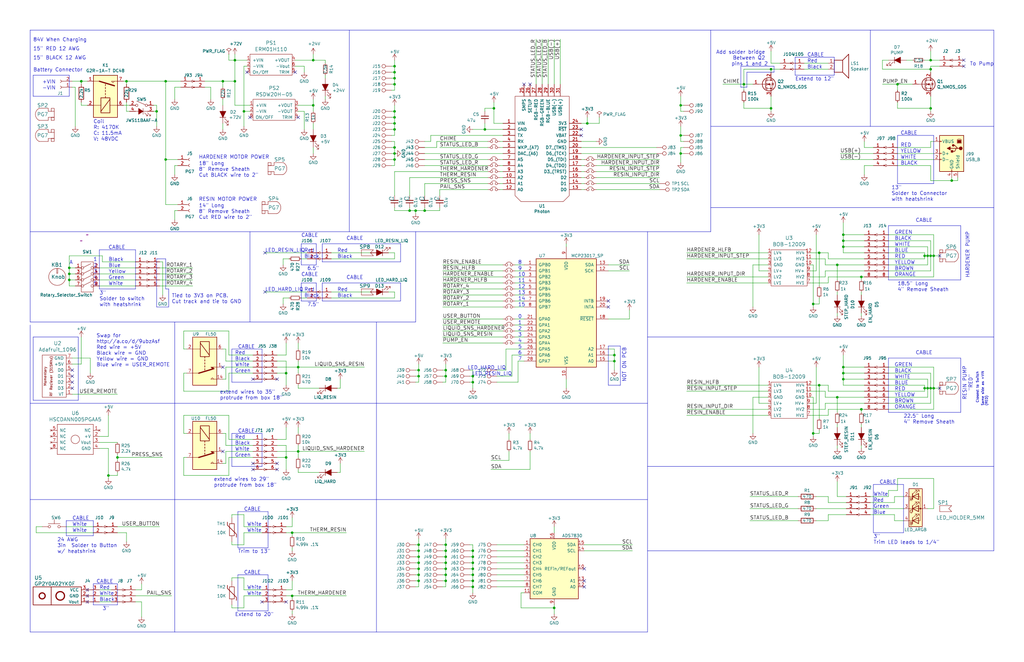
<source format=kicad_sch>
(kicad_sch (version 20230121) (generator eeschema)
  (paper "B")
  (title_block (title "Mix Controller") (date "2018-11-09") (rev "V0.0.15") (company "Veenema Design Works") (comment 1 "https://github.com/bveenema/MixController/releases") (comment 2 "See Release V0.0.15 for additional files"))
  (junction (at 199.39 161.29))
  (junction (at 29.21 115.57))
  (junction (at 175.26 88.9))
  (junction (at 287.02 57.15))
  (junction (at 259.08 149.86))
  (junction (at 172.72 88.9))
  (junction (at 391.16 107.95))
  (junction (at 392.43 163.83))
  (junction (at 401.32 76.2))
  (junction (at 34.29 34.29))
  (junction (at 176.53 234.95))
  (junction (at 45.72 200.66))
  (junction (at 392.43 25.4))
  (junction (at 389.89 107.95))
  (junction (at 342.9 128.27))
  (junction (at 29.21 113.03))
  (junction (at 187.96 232.41))
  (junction (at 199.39 234.95))
  (junction (at 355.6 154.94))
  (junction (at 123.19 251.46))
  (junction (at 233.68 256.54))
  (junction (at 187.96 234.95))
  (junction (at 120.65 193.04))
  (junction (at 199.39 232.41))
  (junction (at 123.19 224.79))
  (junction (at 176.53 245.11))
  (junction (at 325.12 45.72))
  (junction (at 179.07 88.9))
  (junction (at 353.06 111.76))
  (junction (at 389.89 163.83))
  (junction (at 325.12 29.21))
  (junction (at 392.43 107.95))
  (junction (at 187.96 229.87))
  (junction (at 208.28 45.72))
  (junction (at 199.39 237.49))
  (junction (at 187.96 240.03))
  (junction (at 166.37 62.23))
  (junction (at 29.21 118.11))
  (junction (at 355.6 101.6))
  (junction (at 166.37 46.99))
  (junction (at 176.53 237.49))
  (junction (at 199.39 240.03))
  (junction (at 166.37 67.31))
  (junction (at 125.73 154.94))
  (junction (at 392.43 29.21))
  (junction (at 176.53 156.21))
  (junction (at 199.39 247.65))
  (junction (at 287.02 64.77))
  (junction (at 187.96 156.21))
  (junction (at 132.08 44.45))
  (junction (at 176.53 158.75))
  (junction (at 125.73 190.5))
  (junction (at 166.37 64.77))
  (junction (at 355.6 157.48))
  (junction (at 313.69 35.56))
  (junction (at 363.22 172.72))
  (junction (at 93.98 34.29))
  (junction (at 378.46 35.56))
  (junction (at 176.53 240.03))
  (junction (at 342.9 182.88))
  (junction (at 166.37 30.48))
  (junction (at 166.37 49.53))
  (junction (at 187.96 245.11))
  (junction (at 176.53 229.87))
  (junction (at 53.34 34.29))
  (junction (at 204.47 54.61))
  (junction (at 393.7 107.95))
  (junction (at 247.65 52.07))
  (junction (at 392.43 45.72))
  (junction (at 355.6 160.02))
  (junction (at 187.96 237.49))
  (junction (at 102.87 46.99))
  (junction (at 345.44 106.68))
  (junction (at 166.37 33.02))
  (junction (at 132.08 25.4))
  (junction (at 363.22 116.84))
  (junction (at 393.7 163.83))
  (junction (at 391.16 163.83))
  (junction (at 355.6 104.14))
  (junction (at 166.37 27.94))
  (junction (at 49.53 193.04))
  (junction (at 99.06 25.4))
  (junction (at 166.37 54.61))
  (junction (at 176.53 242.57))
  (junction (at 99.06 34.29))
  (junction (at 187.96 242.57))
  (junction (at 345.44 162.56))
  (junction (at 120.65 157.48))
  (junction (at 69.85 34.29))
  (junction (at 66.04 46.99))
  (junction (at 176.53 232.41))
  (junction (at 353.06 167.64))
  (junction (at 166.37 35.56))
  (junction (at 287.02 44.45))
  (junction (at 69.85 67.31))
  (junction (at 199.39 242.57))
  (junction (at 199.39 245.11))
  (junction (at 187.96 158.75))
  (junction (at 166.37 52.07))
  (junction (at 355.6 99.06))
  (junction (at 259.08 152.4))
  (junction (at 199.39 158.75))
  (no_connect (at 105.41 49.53))
  (no_connect (at 30.48 161.29))
  (no_connect (at 110.49 254))
  (no_connect (at 93.98 154.94))
  (no_connect (at 116.84 198.12))
  (no_connect (at 246.38 247.65))
  (no_connect (at 116.84 160.02))
  (no_connect (at 220.98 35.56))
  (no_connect (at 104.14 30.48))
  (no_connect (at 30.48 158.75))
  (no_connect (at 406.4 27.94))
  (no_connect (at 396.24 163.83))
  (no_connect (at 223.52 35.56))
  (no_connect (at 124.46 30.48))
  (no_connect (at 396.24 107.95))
  (no_connect (at 111.76 106.68))
  (no_connect (at 406.4 25.4))
  (no_connect (at 36.83 254))
  (no_connect (at 111.76 123.19))
  (no_connect (at 93.98 190.5))
  (no_connect (at 120.65 254))
  (no_connect (at 256.54 129.54))
  (no_connect (at 36.83 248.92))
  (no_connect (at 125.73 49.53))
  (no_connect (at 30.48 156.21))
  (no_connect (at 106.68 198.12))
  (no_connect (at 246.38 240.03))
  (no_connect (at 245.11 57.15))
  (no_connect (at 256.54 127))
  (no_connect (at 116.84 195.58))
  (no_connect (at 245.11 54.61))
  (no_connect (at 36.83 251.46))
  (no_connect (at 106.68 160.02))
  (no_connect (at 30.48 163.83))
  (no_connect (at 106.68 195.58))
  (no_connect (at 246.38 245.11))
  (wire (pts (xy 355.6 93.98) (xy 355.6 99.06)))
  (wire (pts (xy 368.3 62.23) (xy 364.49 62.23)))
  (polyline (pts (xy 393.7 57.15) (xy 378.46 57.15)))
  (wire (pts (xy 198.12 242.57) (xy 199.39 242.57)))
  (wire (pts (xy 287.02 64.77) (xy 287.02 68.58)))
  (wire (pts (xy 374.65 114.3) (xy 392.43 114.3)))
  (wire (pts (xy 125.73 190.5) (xy 153.67 190.5)))
  (wire (pts (xy 378.46 35.56) (xy 372.11 35.56)))
  (wire (pts (xy 341.63 172.72) (xy 347.98 172.72)))
  (wire (pts (xy 186.69 232.41) (xy 187.96 232.41)))
  (wire (pts (xy 313.69 29.21) (xy 325.12 29.21)))
  (wire (pts (xy 96.52 200.66) (xy 77.47 200.66)))
  (wire (pts (xy 93.98 160.02) (xy 95.25 160.02)))
  (wire (pts (xy 95.25 154.94) (xy 106.68 154.94)))
  (wire (pts (xy 139.7 109.22) (xy 166.37 109.22)))
  (wire (pts (xy 129.54 106.68) (xy 111.76 106.68)))
  (wire (pts (xy 199.39 237.49) (xy 199.39 234.95)))
  (wire (pts (xy 176.53 161.29) (xy 176.53 158.75)))
  (wire (pts (xy 278.13 67.31) (xy 251.46 67.31)))
  (wire (pts (xy 389.89 163.83) (xy 391.16 163.83)))
  (wire (pts (xy 199.39 161.29) (xy 199.39 163.83)))
  (wire (pts (xy 29.21 115.57) (xy 29.21 118.11)))
  (wire (pts (xy 175.26 247.65) (xy 176.53 247.65)))
  (wire (pts (xy 256.54 149.86) (xy 259.08 149.86)))
  (wire (pts (xy 96.52 165.1) (xy 77.47 165.1)))
  (wire (pts (xy 176.53 247.65) (xy 176.53 245.11)))
  (wire (pts (xy 391.16 160.02) (xy 391.16 163.83)))
  (wire (pts (xy 53.34 228.6) (xy 53.34 224.79)))
  (wire (pts (xy 29.21 115.57) (xy 31.75 115.57)))
  (wire (pts (xy 374.65 106.68) (xy 389.89 106.68)))
  (polyline (pts (xy 100.33 215.9) (xy 100.33 231.14)))
  (wire (pts (xy 288.29 44.45) (xy 287.02 44.45)))
  (wire (pts (xy 374.65 209.55) (xy 367.03 209.55)))
  (wire (pts (xy 368.3 64.77) (xy 354.33 64.77)))
  (wire (pts (xy 86.36 34.29) (xy 93.98 34.29)))
  (wire (pts (xy 210.82 62.23) (xy 212.09 62.23)))
  (wire (pts (xy 123.19 248.92) (xy 123.19 245.11)))
  (wire (pts (xy 345.44 125.73) (xy 345.44 128.27)))
  (wire (pts (xy 74.93 69.85) (xy 73.66 69.85)))
  (wire (pts (xy 187.96 247.65) (xy 187.96 245.11)))
  (wire (pts (xy 106.68 157.48) (xy 96.52 157.48)))
  (wire (pts (xy 120.65 187.96) (xy 120.65 193.04)))
  (wire (pts (xy 245.11 77.47) (xy 246.38 77.47)))
  (wire (pts (xy 96.52 149.86) (xy 96.52 139.7)))
  (wire (pts (xy 30.48 36.83) (xy 31.75 36.83)))
  (polyline (pts (xy 133.35 119.38) (xy 133.35 127)))
  (wire (pts (xy 208.28 43.18) (xy 208.28 45.72)))
  (wire (pts (xy 349.25 106.68) (xy 349.25 109.22)))
  (wire (pts (xy 105.41 44.45) (xy 99.06 44.45)))
  (wire (pts (xy 393.7 163.83) (xy 396.24 163.83)))
  (polyline (pts (xy 97.79 161.29) (xy 110.49 161.29)))
  (wire (pts (xy 132.08 64.77) (xy 132.08 62.23)))
  (wire (pts (xy 353.06 133.35) (xy 353.06 132.08)))
  (polyline (pts (xy 39.37 219.71) (xy 27.94 219.71)))
  (wire (pts (xy 166.37 35.56) (xy 166.37 33.02)))
  (polyline (pts (xy 12.7 12.7) (xy 419.1 12.7)))
  (wire (pts (xy 77.47 147.32) (xy 78.74 147.32)))
  (wire (pts (xy 325.12 45.72) (xy 325.12 40.64)))
  (polyline (pts (xy 312.42 36.83) (xy 314.96 36.83)))
  (wire (pts (xy 363.22 189.23) (xy 363.22 187.96)))
  (wire (pts (xy 378.46 201.93) (xy 378.46 207.01)))
  (wire (pts (xy 199.39 158.75) (xy 199.39 156.21)))
  (wire (pts (xy 349.25 162.56) (xy 349.25 165.1)))
  (wire (pts (xy 353.06 189.23) (xy 353.06 187.96)))
  (wire (pts (xy 34.29 34.29) (xy 36.83 34.29)))
  (wire (pts (xy 179.07 77.47) (xy 205.74 77.47)))
  (wire (pts (xy 30.48 34.29) (xy 34.29 34.29)))
  (wire (pts (xy 119.38 125.73) (xy 121.92 125.73)))
  (wire (pts (xy 345.44 176.53) (xy 345.44 162.56)))
  (wire (pts (xy 392.43 76.2) (xy 401.32 76.2)))
  (wire (pts (xy 53.34 34.29) (xy 69.85 34.29)))
  (wire (pts (xy 347.98 165.1) (xy 341.63 165.1)))
  (wire (pts (xy 212.09 114.3) (xy 186.69 114.3)))
  (wire (pts (xy 220.98 137.16) (xy 217.17 137.16)))
  (wire (pts (xy 57.15 115.57) (xy 41.91 115.57)))
  (wire (pts (xy 29.21 107.95) (xy 29.21 113.03)))
  (wire (pts (xy 66.04 46.99) (xy 66.04 53.34)))
  (wire (pts (xy 393.7 107.95) (xy 396.24 107.95)))
  (wire (pts (xy 181.61 57.15) (xy 212.09 57.15)))
  (wire (pts (xy 73.66 88.9) (xy 73.66 92.71)))
  (wire (pts (xy 97.79 255.27) (xy 97.79 256.54)))
  (wire (pts (xy 325.12 26.67) (xy 328.93 26.67)))
  (wire (pts (xy 204.47 45.72) (xy 204.47 46.99)))
  (wire (pts (xy 389.89 106.68) (xy 389.89 107.95)))
  (wire (pts (xy 120.65 193.04) (xy 120.65 198.12)))
  (polyline (pts (xy 13.97 31.75) (xy 13.97 40.64)))
  (wire (pts (xy 212.09 144.78) (xy 186.69 144.78)))
  (polyline (pts (xy 113.03 215.9) (xy 100.33 215.9)))
  (polyline (pts (xy 168.91 127) (xy 168.91 119.38)))
  (wire (pts (xy 143.51 160.02) (xy 143.51 163.83)))
  (wire (pts (xy 210.82 77.47) (xy 212.09 77.47)))
  (wire (pts (xy 73.66 69.85) (xy 73.66 73.66)))
  (wire (pts (xy 123.19 251.46) (xy 120.65 251.46)))
  (polyline (pts (xy 73.66 135.89) (xy 73.66 266.7)))
  (wire (pts (xy 401.32 76.2) (xy 401.32 74.93)))
  (wire (pts (xy 175.26 232.41) (xy 176.53 232.41)))
  (wire (pts (xy 123.19 222.25) (xy 123.19 218.44)))
  (wire (pts (xy 355.6 101.6) (xy 355.6 104.14)))
  (wire (pts (xy 214.63 194.31) (xy 207.01 194.31)))
  (wire (pts (xy 77.47 175.26) (xy 77.47 182.88)))
  (wire (pts (xy 341.63 162.56) (xy 345.44 162.56)))
  (wire (pts (xy 344.17 154.94) (xy 344.17 170.18)))
  (wire (pts (xy 245.11 64.77) (xy 276.86 64.77)))
  (wire (pts (xy 226.06 35.56) (xy 226.06 16.51)))
  (wire (pts (xy 392.43 157.48) (xy 392.43 163.83)))
  (wire (pts (xy 120.65 152.4) (xy 120.65 157.48)))
  (polyline (pts (xy 158.75 135.89) (xy 158.75 266.7)))
  (wire (pts (xy 81.28 118.11) (xy 67.31 118.11)))
  (wire (pts (xy 219.71 256.54) (xy 233.68 256.54)))
  (wire (pts (xy 172.72 88.9) (xy 175.26 88.9)))
  (wire (pts (xy 218.44 161.29) (xy 218.44 152.4)))
  (wire (pts (xy 34.29 44.45) (xy 34.29 43.18)))
  (wire (pts (xy 76.2 36.83) (xy 73.66 36.83)))
  (wire (pts (xy 99.06 34.29) (xy 99.06 44.45)))
  (wire (pts (xy 57.15 251.46) (xy 72.39 251.46)))
  (wire (pts (xy 176.53 158.75) (xy 176.53 156.21)))
  (wire (pts (xy 166.37 52.07) (xy 166.37 49.53)))
  (wire (pts (xy 57.15 254) (xy 59.69 254)))
  (wire (pts (xy 355.6 149.86) (xy 355.6 154.94)))
  (wire (pts (xy 288.29 46.99) (xy 287.02 46.99)))
  (wire (pts (xy 93.98 36.83) (xy 93.98 34.29)))
  (wire (pts (xy 208.28 45.72) (xy 204.47 45.72)))
  (wire (pts (xy 59.69 248.92) (xy 57.15 248.92)))
  (wire (pts (xy 41.91 248.92) (xy 46.99 248.92)))
  (wire (pts (xy 57.15 120.65) (xy 41.91 120.65)))
  (polyline (pts (xy 273.05 97.79) (xy 273.05 266.7)))
  (wire (pts (xy 214.63 182.88) (xy 214.63 185.42)))
  (wire (pts (xy 392.43 163.83) (xy 393.7 163.83)))
  (wire (pts (xy 355.6 157.48) (xy 364.49 157.48)))
  (polyline (pts (xy 368.3 224.79) (xy 381 224.79)))
  (wire (pts (xy 124.46 25.4) (xy 132.08 25.4)))
  (wire (pts (xy 213.36 147.32) (xy 220.98 147.32)))
  (wire (pts (xy 74.93 67.31) (xy 69.85 67.31)))
  (wire (pts (xy 77.47 139.7) (xy 77.47 147.32)))
  (wire (pts (xy 198.12 247.65) (xy 199.39 247.65)))
  (wire (pts (xy 166.37 109.22) (xy 166.37 106.68)))
  (polyline (pts (xy 256.54 162.56) (xy 261.62 162.56)))
  (wire (pts (xy 186.69 242.57) (xy 187.96 242.57)))
  (wire (pts (xy 392.43 29.21) (xy 392.43 30.48)))
  (wire (pts (xy 176.53 232.41) (xy 176.53 229.87)))
  (wire (pts (xy 166.37 87.63) (xy 166.37 88.9)))
  (wire (pts (xy 132.08 25.4) (xy 137.16 25.4)))
  (wire (pts (xy 175.26 237.49) (xy 176.53 237.49)))
  (wire (pts (xy 59.69 254) (xy 59.69 260.35)))
  (wire (pts (xy 349.25 172.72) (xy 363.22 172.72)))
  (polyline (pts (xy 69.85 121.92) (xy 69.85 109.22)))
  (wire (pts (xy 81.28 113.03) (xy 67.31 113.03)))
  (wire (pts (xy 165.1 33.02) (xy 166.37 33.02)))
  (polyline (pts (xy 175.26 135.89) (xy 175.26 97.79)))
  (wire (pts (xy 363.22 123.19) (xy 363.22 124.46)))
  (polyline (pts (xy 13.97 168.91) (xy 33.02 168.91)))
  (wire (pts (xy 347.98 114.3) (xy 364.49 114.3)))
  (wire (pts (xy 345.44 106.68) (xy 349.25 106.68)))
  (wire (pts (xy 175.26 158.75) (xy 176.53 158.75)))
  (polyline (pts (xy 326.39 27.94) (xy 312.42 27.94)))
  (wire (pts (xy 143.51 163.83) (xy 142.24 163.83)))
  (wire (pts (xy 186.69 247.65) (xy 187.96 247.65)))
  (polyline (pts (xy 127 119.38) (xy 133.35 119.38)))
  (wire (pts (xy 363.22 173.99) (xy 363.22 172.72)))
  (wire (pts (xy 96.52 25.4) (xy 99.06 25.4)))
  (wire (pts (xy 374.65 207.01) (xy 378.46 207.01)))
  (wire (pts (xy 205.74 59.69) (xy 184.15 59.69)))
  (wire (pts (xy 389.89 107.95) (xy 391.16 107.95)))
  (wire (pts (xy 212.09 69.85) (xy 210.82 69.85)))
  (polyline (pts (xy 29.21 40.64) (xy 29.21 31.75)))
  (wire (pts (xy 355.6 101.6) (xy 364.49 101.6)))
  (wire (pts (xy 347.98 116.84) (xy 347.98 114.3)))
  (wire (pts (xy 347.98 111.76) (xy 353.06 111.76)))
  (wire (pts (xy 116.84 154.94) (xy 125.73 154.94)))
  (wire (pts (xy 41.91 189.23) (xy 45.72 189.23)))
  (polyline (pts (xy 27.94 219.71) (xy 27.94 226.06)))
  (wire (pts (xy 353.06 124.46) (xy 353.06 123.19)))
  (wire (pts (xy 233.68 259.08) (xy 233.68 256.54)))
  (wire (pts (xy 128.27 46.99) (xy 128.27 54.61)))
  (wire (pts (xy 176.53 234.95) (xy 176.53 232.41)))
  (wire (pts (xy 378.46 64.77) (xy 393.7 64.77)))
  (wire (pts (xy 212.09 129.54) (xy 186.69 129.54)))
  (wire (pts (xy 53.34 43.18) (xy 53.34 46.99)))
  (wire (pts (xy 217.17 134.62) (xy 220.98 134.62)))
  (wire (pts (xy 265.43 134.62) (xy 256.54 134.62)))
  (wire (pts (xy 29.21 120.65) (xy 31.75 120.65)))
  (wire (pts (xy 374.65 172.72) (xy 393.7 172.72)))
  (wire (pts (xy 278.13 77.47) (xy 251.46 77.47)))
  (wire (pts (xy 323.85 111.76) (xy 317.5 111.76)))
  (wire (pts (xy 347.98 172.72) (xy 347.98 170.18)))
  (polyline (pts (xy 113.03 215.9) (xy 113.03 231.14)))
  (wire (pts (xy 220.98 144.78) (xy 217.17 144.78)))
  (wire (pts (xy 212.09 139.7) (xy 186.69 139.7)))
  (wire (pts (xy 256.54 147.32) (xy 259.08 147.32)))
  (wire (pts (xy 374.65 99.06) (xy 393.7 99.06)))
  (wire (pts (xy 104.14 25.4) (xy 99.06 25.4)))
  (wire (pts (xy 186.69 158.75) (xy 187.96 158.75)))
  (polyline (pts (xy 12.7 97.79) (xy 299.72 97.79)))
  (wire (pts (xy 132.08 54.61) (xy 132.08 52.07)))
  (wire (pts (xy 176.53 237.49) (xy 176.53 234.95)))
  (wire (pts (xy 384.81 25.4) (xy 382.27 25.4)))
  (polyline (pts (xy 368.3 204.47) (xy 368.3 224.79)))
  (wire (pts (xy 102.87 27.94) (xy 102.87 46.99)))
  (polyline (pts (xy 273.05 196.85) (xy 419.1 196.85)))
  (wire (pts (xy 212.09 119.38) (xy 186.69 119.38)))
  (wire (pts (xy 392.43 170.18) (xy 392.43 163.83)))
  (wire (pts (xy 210.82 74.93) (xy 212.09 74.93)))
  (polyline (pts (xy 12.7 210.82) (xy 273.05 210.82)))
  (polyline (pts (xy 27.94 226.06) (xy 39.37 226.06)))
  (wire (pts (xy 238.76 102.87) (xy 238.76 104.14)))
  (wire (pts (xy 212.09 121.92) (xy 186.69 121.92)))
  (wire (pts (xy 120.65 248.92) (xy 123.19 248.92)))
  (wire (pts (xy 97.79 228.6) (xy 97.79 229.87)))
  (polyline (pts (xy 405.13 118.11) (xy 405.13 95.25)))
  (wire (pts (xy 391.16 163.83) (xy 392.43 163.83)))
  (polyline (pts (xy 105.41 97.79) (xy 105.41 135.89)))
  (wire (pts (xy 220.98 250.19) (xy 219.71 250.19)))
  (wire (pts (xy 220.98 129.54) (xy 217.17 129.54)))
  (wire (pts (xy 289.56 165.1) (xy 323.85 165.1)))
  (polyline (pts (xy 97.79 196.85) (xy 110.49 196.85)))
  (wire (pts (xy 210.82 67.31) (xy 212.09 67.31)))
  (wire (pts (xy 59.69 246.38) (xy 59.69 248.92)))
  (wire (pts (xy 102.87 229.87) (xy 102.87 224.79)))
  (wire (pts (xy 77.47 200.66) (xy 77.47 193.04)))
  (wire (pts (xy 175.26 242.57) (xy 176.53 242.57)))
  (wire (pts (xy 372.11 25.4) (xy 372.11 29.21)))
  (wire (pts (xy 143.51 199.39) (xy 142.24 199.39)))
  (wire (pts (xy 166.37 72.39) (xy 205.74 72.39)))
  (polyline (pts (xy 133.35 111.76) (xy 133.35 102.87)))
  (polyline (pts (xy 381 224.79) (xy 381 204.47)))
  (wire (pts (xy 175.26 234.95) (xy 176.53 234.95)))
  (wire (pts (xy 125.73 162.56) (xy 125.73 163.83)))
  (wire (pts (xy 97.79 217.17) (xy 102.87 217.17)))
  (polyline (pts (xy 100.33 257.81) (xy 113.03 257.81)))
  (wire (pts (xy 374.65 116.84) (xy 393.7 116.84)))
  (polyline (pts (xy 381 204.47) (xy 368.3 204.47)))
  (wire (pts (xy 259.08 152.4) (xy 259.08 156.21)))
  (wire (pts (xy 166.37 88.9) (xy 172.72 88.9)))
  (wire (pts (xy 185.42 62.23) (xy 205.74 62.23)))
  (wire (pts (xy 125.73 199.39) (xy 134.62 199.39)))
  (wire (pts (xy 175.26 161.29) (xy 176.53 161.29)))
  (wire (pts (xy 396.24 25.4) (xy 392.43 25.4)))
  (polyline (pts (xy 41.91 121.92) (xy 57.15 121.92)))
  (wire (pts (xy 378.46 45.72) (xy 392.43 45.72)))
  (wire (pts (xy 287.02 57.15) (xy 287.02 53.34)))
  (wire (pts (xy 38.1 151.13) (xy 38.1 157.48)))
  (wire (pts (xy 165.1 69.85) (xy 166.37 69.85)))
  (wire (pts (xy 378.46 43.18) (xy 378.46 45.72)))
  (polyline (pts (xy 57.15 121.92) (xy 57.15 105.41)))
  (wire (pts (xy 349.25 209.55) (xy 344.17 209.55)))
  (wire (pts (xy 328.93 29.21) (xy 325.12 29.21)))
  (wire (pts (xy 52.07 44.45) (xy 54.61 44.45)))
  (wire (pts (xy 186.69 234.95) (xy 187.96 234.95)))
  (wire (pts (xy 97.79 245.11) (xy 97.79 243.84)))
  (wire (pts (xy 231.14 35.56) (xy 231.14 16.51)))
  (wire (pts (xy 212.09 124.46) (xy 186.69 124.46)))
  (wire (pts (xy 139.7 125.73) (xy 166.37 125.73)))
  (polyline (pts (xy 69.85 109.22) (xy 66.04 109.22)))
  (wire (pts (xy 166.37 54.61) (xy 166.37 52.07)))
  (polyline (pts (xy 367.03 12.7) (xy 367.03 53.34)))
  (wire (pts (xy 212.09 137.16) (xy 186.69 137.16)))
  (polyline (pts (xy 135.89 127) (xy 168.91 127)))
  (polyline (pts (xy 168.91 110.49) (xy 168.91 102.87)))
  (wire (pts (xy 251.46 74.93) (xy 278.13 74.93)))
  (wire (pts (xy 165.1 62.23) (xy 166.37 62.23)))
  (wire (pts (xy 374.65 207.01) (xy 374.65 209.55)))
  (wire (pts (xy 403.86 76.2) (xy 403.86 74.93)))
  (wire (pts (xy 96.52 185.42) (xy 96.52 175.26)))
  (wire (pts (xy 320.04 154.94) (xy 320.04 170.18)))
  (wire (pts (xy 86.36 36.83) (xy 88.9 36.83)))
  (wire (pts (xy 68.58 110.49) (xy 68.58 124.46)))
  (wire (pts (xy 325.12 21.59) (xy 325.12 26.67)))
  (wire (pts (xy 125.73 163.83) (xy 134.62 163.83)))
  (wire (pts (xy 247.65 52.07) (xy 245.11 52.07)))
  (wire (pts (xy 172.72 74.93) (xy 172.72 82.55)))
  (wire (pts (xy 102.87 27.94) (xy 104.14 27.94)))
  (wire (pts (xy 289.56 106.68) (xy 323.85 106.68)))
  (polyline (pts (xy 133.35 127) (xy 127 127)))
  (wire (pts (xy 220.98 245.11) (xy 209.55 245.11)))
  (wire (pts (xy 93.98 34.29) (xy 99.06 34.29)))
  (wire (pts (xy 353.06 173.99) (xy 353.06 167.64)))
  (wire (pts (xy 336.55 214.63) (xy 316.23 214.63)))
  (wire (pts (xy 199.39 229.87) (xy 198.12 229.87)))
  (wire (pts (xy 213.36 156.21) (xy 213.36 147.32)))
  (polyline (pts (xy 110.49 196.85) (xy 110.49 182.88)))
  (wire (pts (xy 166.37 25.4) (xy 166.37 27.94)))
  (polyline (pts (xy 110.49 182.88) (xy 97.79 182.88)))
  (polyline (pts (xy 168.91 119.38) (xy 135.89 119.38)))
  (wire (pts (xy 391.16 111.76) (xy 391.16 107.95)))
  (wire (pts (xy 341.63 175.26) (xy 349.25 175.26)))
  (wire (pts (xy 289.56 119.38) (xy 323.85 119.38)))
  (wire (pts (xy 95.25 182.88) (xy 93.98 182.88)))
  (wire (pts (xy 259.08 149.86) (xy 259.08 152.4)))
  (wire (pts (xy 212.09 80.01) (xy 210.82 80.01)))
  (wire (pts (xy 125.73 157.48) (xy 125.73 154.94)))
  (wire (pts (xy 102.87 243.84) (xy 102.87 248.92)))
  (wire (pts (xy 289.56 162.56) (xy 323.85 162.56)))
  (wire (pts (xy 367.03 212.09) (xy 377.19 212.09)))
  (wire (pts (xy 198.12 161.29) (xy 199.39 161.29)))
  (wire (pts (xy 187.96 229.87) (xy 186.69 229.87)))
  (wire (pts (xy 313.69 35.56) (xy 313.69 29.21)))
  (wire (pts (xy 45.72 184.15) (xy 45.72 175.26)))
  (wire (pts (xy 166.37 125.73) (xy 166.37 123.19)))
  (wire (pts (xy 69.85 34.29) (xy 76.2 34.29)))
  (wire (pts (xy 391.16 104.14) (xy 391.16 107.95)))
  (wire (pts (xy 353.06 180.34) (xy 353.06 179.07)))
  (wire (pts (xy 212.09 134.62) (xy 186.69 134.62)))
  (wire (pts (xy 179.07 87.63) (xy 179.07 88.9)))
  (wire (pts (xy 223.52 182.88) (xy 223.52 185.42)))
  (wire (pts (xy 251.46 69.85) (xy 278.13 69.85)))
  (wire (pts (xy 323.85 167.64) (xy 317.5 167.64)))
  (wire (pts (xy 220.98 124.46) (xy 217.17 124.46)))
  (wire (pts (xy 336.55 219.71) (xy 316.23 219.71)))
  (wire (pts (xy 17.78 222.25) (xy 15.24 222.25)))
  (polyline (pts (xy 335.28 31.75) (xy 351.79 31.75)))
  (wire (pts (xy 377.19 219.71) (xy 377.19 217.17)))
  (wire (pts (xy 41.91 251.46) (xy 46.99 251.46)))
  (wire (pts (xy 123.19 251.46) (xy 146.05 251.46)))
  (wire (pts (xy 256.54 111.76) (xy 265.43 111.76)))
  (wire (pts (xy 339.09 26.67) (xy 349.25 26.67)))
  (wire (pts (xy 166.37 62.23) (xy 166.37 59.69)))
  (polyline (pts (xy 12.7 266.7) (xy 273.05 266.7)))
  (wire (pts (xy 325.12 46.99) (xy 325.12 45.72)))
  (wire (pts (xy 355.6 106.68) (xy 364.49 106.68)))
  (wire (pts (xy 349.25 175.26) (xy 349.25 172.72)))
  (wire (pts (xy 288.29 59.69) (xy 287.02 59.69)))
  (wire (pts (xy 287.02 62.23) (xy 287.02 64.77)))
  (wire (pts (xy 207.01 198.12) (xy 223.52 198.12)))
  (wire (pts (xy 102.87 222.25) (xy 110.49 222.25)))
  (wire (pts (xy 49.53 224.79) (xy 53.34 224.79)))
  (wire (pts (xy 166.37 123.19) (xy 163.83 123.19)))
  (wire (pts (xy 95.25 190.5) (xy 106.68 190.5)))
  (polyline (pts (xy 13.97 142.24) (xy 13.97 168.91)))
  (wire (pts (xy 204.47 54.61) (xy 212.09 54.61)))
  (wire (pts (xy 210.82 72.39) (xy 212.09 72.39)))
  (wire (pts (xy 381 219.71) (xy 377.19 219.71)))
  (wire (pts (xy 347.98 167.64) (xy 353.06 167.64)))
  (wire (pts (xy 374.65 157.48) (xy 392.43 157.48)))
  (wire (pts (xy 15.24 224.79) (xy 39.37 224.79)))
  (wire (pts (xy 187.96 153.67) (xy 187.96 156.21)))
  (wire (pts (xy 77.47 139.7) (xy 96.52 139.7)))
  (wire (pts (xy 186.69 237.49) (xy 187.96 237.49)))
  (polyline (pts (xy 33.02 142.24) (xy 13.97 142.24)))
  (wire (pts (xy 198.12 232.41) (xy 199.39 232.41)))
  (wire (pts (xy 185.42 87.63) (xy 185.42 88.9)))
  (wire (pts (xy 374.65 160.02) (xy 391.16 160.02)))
  (wire (pts (xy 128.27 27.94) (xy 128.27 30.48)))
  (wire (pts (xy 256.54 152.4) (xy 259.08 152.4)))
  (wire (pts (xy 166.37 67.31) (xy 166.37 64.77)))
  (wire (pts (xy 345.44 106.68) (xy 345.44 120.65)))
  (wire (pts (xy 95.25 147.32) (xy 93.98 147.32)))
  (wire (pts (xy 217.17 116.84) (xy 220.98 116.84)))
  (wire (pts (xy 313.69 35.56) (xy 317.5 35.56)))
  (wire (pts (xy 212.09 116.84) (xy 186.69 116.84)))
  (polyline (pts (xy 12.7 12.7) (xy 12.7 135.89)))
  (wire (pts (xy 336.55 209.55) (xy 316.23 209.55)))
  (wire (pts (xy 288.29 57.15) (xy 287.02 57.15)))
  (polyline (pts (xy 312.42 27.94) (xy 312.42 36.83)))
  (wire (pts (xy 199.39 242.57) (xy 199.39 240.03)))
  (polyline (pts (xy 100.33 231.14) (xy 113.03 231.14)))
  (wire (pts (xy 119.38 128.27) (xy 119.38 125.73)))
  (wire (pts (xy 102.87 224.79) (xy 110.49 224.79)))
  (polyline (pts (xy 49.53 255.27) (xy 49.53 246.38)))
  (wire (pts (xy 34.29 44.45) (xy 36.83 44.45)))
  (wire (pts (xy 49.53 200.66) (xy 45.72 200.66)))
  (wire (pts (xy 120.65 144.78) (xy 120.65 149.86)))
  (wire (pts (xy 363.22 118.11) (xy 363.22 116.84)))
  (wire (pts (xy 215.9 149.86) (xy 215.9 158.75)))
  (wire (pts (xy 93.98 195.58) (xy 95.25 195.58)))
  (wire (pts (xy 349.25 212.09) (xy 356.87 212.09)))
  (polyline (pts (xy 135.89 119.38) (xy 135.89 127)))
  (wire (pts (xy 69.85 86.36) (xy 74.93 86.36)))
  (wire (pts (xy 355.6 162.56) (xy 364.49 162.56)))
  (wire (pts (xy 367.03 214.63) (xy 381 214.63)))
  (polyline (pts (xy 147.32 97.79) (xy 147.32 12.7)))
  (wire (pts (xy 49.53 191.77) (xy 49.53 193.04)))
  (wire (pts (xy 377.19 217.17) (xy 367.03 217.17)))
  (polyline (pts (xy 100.33 242.57) (xy 100.33 257.81)))
  (wire (pts (xy 212.09 111.76) (xy 186.69 111.76)))
  (polyline (pts (xy 419.1 232.41) (xy 273.05 232.41)))
  (polyline (pts (xy 97.79 147.32) (xy 97.79 161.29)))
  (wire (pts (xy 374.65 165.1) (xy 389.89 165.1)))
  (wire (pts (xy 393.7 201.93) (xy 393.7 214.63)))
  (wire (pts (xy 355.6 99.06) (xy 355.6 101.6)))
  (wire (pts (xy 199.39 234.95) (xy 199.39 232.41)))
  (wire (pts (xy 116.84 157.48) (xy 120.65 157.48)))
  (wire (pts (xy 165.1 35.56) (xy 166.37 35.56)))
  (wire (pts (xy 106.68 187.96) (xy 95.25 187.96)))
  (wire (pts (xy 187.96 234.95) (xy 187.96 232.41)))
  (wire (pts (xy 223.52 198.12) (xy 223.52 190.5)))
  (polyline (pts (xy 299.72 12.7) (xy 299.72 97.79)))
  (wire (pts (xy 166.37 38.1) (xy 166.37 35.56)))
  (wire (pts (xy 172.72 87.63) (xy 172.72 88.9)))
  (wire (pts (xy 102.87 251.46) (xy 110.49 251.46)))
  (wire (pts (xy 125.73 144.78) (xy 125.73 147.32)))
  (wire (pts (xy 102.87 217.17) (xy 102.87 222.25)))
  (wire (pts (xy 199.39 232.41) (xy 199.39 229.87)))
  (wire (pts (xy 215.9 158.75) (xy 209.55 158.75)))
  (wire (pts (xy 187.96 232.41) (xy 187.96 229.87)))
  (wire (pts (xy 347.98 167.64) (xy 347.98 165.1)))
  (polyline (pts (xy 299.72 53.34) (xy 419.1 53.34)))
  (wire (pts (xy 384.81 35.56) (xy 378.46 35.56)))
  (wire (pts (xy 125.73 154.94) (xy 153.67 154.94)))
  (wire (pts (xy 125.73 193.04) (xy 125.73 190.5)))
  (wire (pts (xy 349.25 217.17) (xy 356.87 217.17)))
  (wire (pts (xy 355.6 99.06) (xy 364.49 99.06)))
  (polyline (pts (xy 127 127) (xy 127 119.38)))
  (wire (pts (xy 199.39 247.65) (xy 199.39 245.11)))
  (wire (pts (xy 374.65 167.64) (xy 391.16 167.64)))
  (wire (pts (xy 342.9 128.27) (xy 342.9 129.54)))
  (wire (pts (xy 220.98 229.87) (xy 209.55 229.87)))
  (polyline (pts (xy 66.04 109.22) (xy 66.04 129.54)))
  (wire (pts (xy 220.98 240.03) (xy 209.55 240.03)))
  (wire (pts (xy 120.65 157.48) (xy 120.65 162.56)))
  (wire (pts (xy 175.26 245.11) (xy 176.53 245.11)))
  (polyline (pts (xy 127 102.87) (xy 127 111.76)))
  (wire (pts (xy 396.24 27.94) (xy 392.43 27.94)))
  (wire (pts (xy 57.15 113.03) (xy 41.91 113.03)))
  (wire (pts (xy 99.06 25.4) (xy 99.06 34.29)))
  (wire (pts (xy 199.39 54.61) (xy 204.47 54.61)))
  (wire (pts (xy 179.07 67.31) (xy 205.74 67.31)))
  (wire (pts (xy 363.22 180.34) (xy 363.22 179.07)))
  (wire (pts (xy 217.17 121.92) (xy 220.98 121.92)))
  (wire (pts (xy 353.06 111.76) (xy 364.49 111.76)))
  (polyline (pts (xy 405.13 151.13) (xy 374.65 151.13)))
  (wire (pts (xy 217.17 111.76) (xy 220.98 111.76)))
  (wire (pts (xy 106.68 185.42) (xy 96.52 185.42)))
  (wire (pts (xy 220.98 114.3) (xy 217.17 114.3)))
  (wire (pts (xy 378.46 69.85) (xy 392.43 69.85)))
  (wire (pts (xy 289.56 116.84) (xy 323.85 116.84)))
  (wire (pts (xy 120.65 222.25) (xy 123.19 222.25)))
  (wire (pts (xy 116.84 187.96) (xy 120.65 187.96)))
  (polyline (pts (xy 378.46 77.47) (xy 393.7 77.47)))
  (wire (pts (xy 218.44 152.4) (xy 220.98 152.4)))
  (wire (pts (xy 355.6 157.48) (xy 355.6 160.02)))
  (wire (pts (xy 15.24 222.25) (xy 15.24 224.79)))
  (wire (pts (xy 116.84 193.04) (xy 120.65 193.04)))
  (wire (pts (xy 212.09 52.07) (xy 208.28 52.07)))
  (wire (pts (xy 30.48 151.13) (xy 38.1 151.13)))
  (wire (pts (xy 41.91 186.69) (xy 49.53 186.69)))
  (wire (pts (xy 95.25 195.58) (xy 95.25 190.5)))
  (wire (pts (xy 172.72 74.93) (xy 205.74 74.93)))
  (wire (pts (xy 165.1 30.48) (xy 166.37 30.48)))
  (wire (pts (xy 212.09 127) (xy 186.69 127)))
  (wire (pts (xy 184.15 62.23) (xy 184.15 59.69)))
  (wire (pts (xy 166.37 44.45) (xy 166.37 46.99)))
  (wire (pts (xy 67.31 115.57) (xy 81.28 115.57)))
  (wire (pts (xy 124.46 27.94) (xy 128.27 27.94)))
  (wire (pts (xy 389.89 165.1) (xy 389.89 163.83)))
  (polyline (pts (xy 135.89 110.49) (xy 168.91 110.49)))
  (wire (pts (xy 199.39 161.29) (xy 199.39 158.75)))
  (wire (pts (xy 132.08 46.99) (xy 132.08 44.45)))
  (wire (pts (xy 95.25 152.4) (xy 95.25 147.32)))
  (polyline (pts (xy 419.1 12.7) (xy 419.1 232.41)))
  (wire (pts (xy 278.13 80.01) (xy 251.46 80.01)))
  (wire (pts (xy 165.1 64.77) (xy 166.37 64.77)))
  (polyline (pts (xy 351.79 24.13) (xy 335.28 24.13)))
  (wire (pts (xy 265.43 130.81) (xy 265.43 134.62)))
  (wire (pts (xy 217.17 127) (xy 220.98 127)))
  (wire (pts (xy 198.12 156.21) (xy 199.39 156.21)))
  (wire (pts (xy 34.29 153.67) (xy 34.29 142.24)))
  (polyline (pts (xy 405.13 173.99) (xy 405.13 151.13)))
  (wire (pts (xy 198.12 234.95) (xy 199.39 234.95)))
  (wire (pts (xy 123.19 252.73) (xy 123.19 251.46)))
  (wire (pts (xy 176.53 240.03) (xy 176.53 237.49)))
  (wire (pts (xy 69.85 67.31) (xy 69.85 86.36)))
  (wire (pts (xy 52.07 34.29) (xy 53.34 34.29)))
  (wire (pts (xy 233.68 35.56) (xy 233.68 16.51)))
  (wire (pts (xy 198.12 158.75) (xy 199.39 158.75)))
  (wire (pts (xy 69.85 34.29) (xy 69.85 67.31)))
  (wire (pts (xy 132.08 44.45) (xy 125.73 44.45)))
  (polyline (pts (xy 12.7 170.18) (xy 273.05 170.18)))
  (wire (pts (xy 341.63 119.38) (xy 349.25 119.38)))
  (wire (pts (xy 220.98 149.86) (xy 215.9 149.86)))
  (wire (pts (xy 392.43 107.95) (xy 393.7 107.95)))
  (wire (pts (xy 181.61 59.69) (xy 179.07 59.69)))
  (wire (pts (xy 287.02 46.99) (xy 287.02 44.45)))
  (wire (pts (xy 198.12 240.03) (xy 199.39 240.03)))
  (wire (pts (xy 166.37 82.55) (xy 166.37 72.39)))
  (wire (pts (xy 378.46 38.1) (xy 378.46 35.56)))
  (wire (pts (xy 77.47 193.04) (xy 78.74 193.04)))
  (polyline (pts (xy 57.15 105.41) (xy 41.91 105.41)))
  (wire (pts (xy 187.96 240.03) (xy 187.96 237.49)))
  (wire (pts (xy 176.53 153.67) (xy 176.53 156.21)))
  (wire (pts (xy 165.1 67.31) (xy 166.37 67.31)))
  (wire (pts (xy 349.25 165.1) (xy 364.49 165.1)))
  (wire (pts (xy 378.46 62.23) (xy 392.43 62.23)))
  (wire (pts (xy 220.98 237.49) (xy 209.55 237.49)))
  (wire (pts (xy 374.65 162.56) (xy 389.89 162.56)))
  (wire (pts (xy 64.77 44.45) (xy 66.04 44.45)))
  (wire (pts (xy 368.3 69.85) (xy 364.49 69.85)))
  (polyline (pts (xy 97.79 182.88) (xy 97.79 196.85)))
  (wire (pts (xy 179.07 69.85) (xy 205.74 69.85)))
  (wire (pts (xy 187.96 242.57) (xy 187.96 240.03)))
  (polyline (pts (xy 110.49 147.32) (xy 97.79 147.32)))
  (wire (pts (xy 166.37 59.69) (xy 165.1 59.69)))
  (wire (pts (xy 64.77 46.99) (xy 66.04 46.99)))
  (wire (pts (xy 129.54 123.19) (xy 111.76 123.19)))
  (wire (pts (xy 393.7 201.93) (xy 378.46 201.93)))
  (polyline (pts (xy 110.49 161.29) (xy 110.49 147.32)))
  (wire (pts (xy 392.43 101.6) (xy 392.43 107.95)))
  (polyline (pts (xy 33.02 168.91) (xy 33.02 142.24)))
  (wire (pts (xy 93.98 54.61) (xy 93.98 52.07)))
  (wire (pts (xy 342.9 167.64) (xy 342.9 182.88)))
  (polyline (pts (xy 374.65 118.11) (xy 405.13 118.11)))
  (wire (pts (xy 166.37 33.02) (xy 166.37 30.48)))
  (wire (pts (xy 355.6 104.14) (xy 355.6 106.68)))
  (polyline (pts (xy 326.39 30.48) (xy 326.39 27.94)))
  (polyline (pts (xy 168.91 102.87) (xy 135.89 102.87)))
  (wire (pts (xy 187.96 245.11) (xy 187.96 242.57)))
  (wire (pts (xy 41.91 254) (xy 46.99 254)))
  (wire (pts (xy 96.52 193.04) (xy 96.52 200.66)))
  (wire (pts (xy 392.43 25.4) (xy 392.43 21.59)))
  (polyline (pts (xy 393.7 77.47) (xy 393.7 57.15)))
  (wire (pts (xy 252.73 52.07) (xy 247.65 52.07)))
  (wire (pts (xy 289.56 172.72) (xy 323.85 172.72)))
  (wire (pts (xy 345.44 128.27) (xy 342.9 128.27)))
  (wire (pts (xy 256.54 114.3) (xy 265.43 114.3)))
  (wire (pts (xy 95.25 187.96) (xy 95.25 182.88)))
  (wire (pts (xy 116.84 149.86) (xy 120.65 149.86)))
  (wire (pts (xy 372.11 29.21) (xy 392.43 29.21)))
  (polyline (pts (xy 12.7 137.16) (xy 12.7 266.7)))
  (wire (pts (xy 127 109.22) (xy 129.54 109.22)))
  (wire (pts (xy 363.22 116.84) (xy 364.49 116.84)))
  (wire (pts (xy 349.25 109.22) (xy 364.49 109.22)))
  (wire (pts (xy 137.16 26.67) (xy 137.16 25.4)))
  (wire (pts (xy 102.87 46.99) (xy 105.41 46.99)))
  (wire (pts (xy 355.6 154.94) (xy 364.49 154.94)))
  (polyline (pts (xy 29.21 31.75) (xy 13.97 31.75)))
  (polyline (pts (xy 135.89 102.87) (xy 135.89 110.49)))
  (wire (pts (xy 392.43 69.85) (xy 392.43 76.2)))
  (wire (pts (xy 73.66 36.83) (xy 73.66 41.91)))
  (wire (pts (xy 238.76 163.83) (xy 238.76 160.02)))
  (wire (pts (xy 185.42 80.01) (xy 205.74 80.01)))
  (wire (pts (xy 41.91 184.15) (xy 45.72 184.15)))
  (wire (pts (xy 259.08 147.32) (xy 259.08 149.86)))
  (wire (pts (xy 347.98 109.22) (xy 341.63 109.22)))
  (wire (pts (xy 287.02 44.45) (xy 287.02 40.64)))
  (wire (pts (xy 66.04 44.45) (xy 66.04 46.99)))
  (wire (pts (xy 166.37 49.53) (xy 166.37 46.99)))
  (wire (pts (xy 186.69 245.11) (xy 187.96 245.11)))
  (wire (pts (xy 347.98 111.76) (xy 347.98 109.22)))
  (wire (pts (xy 132.08 41.91) (xy 132.08 44.45)))
  (wire (pts (xy 29.21 118.11) (xy 29.21 120.65)))
  (wire (pts (xy 392.43 40.64) (xy 392.43 45.72)))
  (wire (pts (xy 393.7 172.72) (xy 393.7 163.83)))
  (wire (pts (xy 187.96 158.75) (xy 187.96 156.21)))
  (polyline (pts (xy 39.37 246.38) (xy 39.37 255.27)))
  (wire (pts (xy 389.89 109.22) (xy 389.89 107.95)))
  (wire (pts (xy 179.07 82.55) (xy 179.07 77.47)))
  (wire (pts (xy 123.19 232.41) (xy 123.19 231.14)))
  (wire (pts (xy 245.11 74.93) (xy 246.38 74.93)))
  (wire (pts (xy 106.68 149.86) (xy 96.52 149.86)))
  (wire (pts (xy 317.5 167.64) (xy 317.5 182.88)))
  (wire (pts (xy 30.48 153.67) (xy 34.29 153.67)))
  (wire (pts (xy 49.53 193.04) (xy 49.53 194.31)))
  (wire (pts (xy 127 125.73) (xy 129.54 125.73)))
  (wire (pts (xy 355.6 160.02) (xy 355.6 162.56)))
  (polyline (pts (xy 374.65 173.99) (xy 405.13 173.99)))
  (wire (pts (xy 199.39 247.65) (xy 199.39 250.19)))
  (wire (pts (xy 49.53 199.39) (xy 49.53 200.66)))
  (wire (pts (xy 289.56 109.22) (xy 323.85 109.22)))
  (wire (pts (xy 165.1 49.53) (xy 166.37 49.53)))
  (wire (pts (xy 374.65 25.4) (xy 372.11 25.4)))
  (wire (pts (xy 389.89 25.4) (xy 392.43 25.4)))
  (wire (pts (xy 212.09 59.69) (xy 210.82 59.69)))
  (wire (pts (xy 341.63 167.64) (xy 342.9 167.64)))
  (wire (pts (xy 39.37 222.25) (xy 27.94 222.25)))
  (wire (pts (xy 245.11 69.85) (xy 246.38 69.85)))
  (wire (pts (xy 53.34 35.56) (xy 53.34 34.29)))
  (wire (pts (xy 344.17 214.63) (xy 356.87 214.63)))
  (wire (pts (xy 374.65 154.94) (xy 393.7 154.94)))
  (wire (pts (xy 233.68 222.25) (xy 233.68 224.79)))
  (wire (pts (xy 49.53 222.25) (xy 67.31 222.25)))
  (wire (pts (xy 166.37 27.94) (xy 165.1 27.94)))
  (wire (pts (xy 320.04 114.3) (xy 323.85 114.3)))
  (wire (pts (xy 185.42 82.55) (xy 185.42 80.01)))
  (wire (pts (xy 278.13 72.39) (xy 251.46 72.39)))
  (wire (pts (xy 165.1 57.15) (xy 166.37 57.15)))
  (wire (pts (xy 368.3 67.31) (xy 354.33 67.31)))
  (wire (pts (xy 77.47 165.1) (xy 77.47 157.48)))
  (wire (pts (xy 320.04 99.06) (xy 320.04 114.3)))
  (wire (pts (xy 187.96 161.29) (xy 187.96 158.75)))
  (wire (pts (xy 345.44 162.56) (xy 349.25 162.56)))
  (wire (pts (xy 392.43 59.69) (xy 393.7 59.69)))
  (wire (pts (xy 176.53 229.87) (xy 175.26 229.87)))
  (wire (pts (xy 96.52 22.86) (xy 96.52 25.4)))
  (polyline (pts (xy 71.12 121.92) (xy 69.85 121.92)))
  (wire (pts (xy 374.65 170.18) (xy 392.43 170.18)))
  (wire (pts (xy 342.9 184.15) (xy 342.9 182.88)))
  (wire (pts (xy 349.25 116.84) (xy 363.22 116.84)))
  (wire (pts (xy 125.73 190.5) (xy 125.73 187.96)))
  (wire (pts (xy 132.08 25.4) (xy 132.08 22.86)))
  (wire (pts (xy 88.9 36.83) (xy 88.9 41.91)))
  (wire (pts (xy 176.53 242.57) (xy 176.53 240.03)))
  (wire (pts (xy 392.43 27.94) (xy 392.43 29.21)))
  (wire (pts (xy 102.87 256.54) (xy 102.87 251.46)))
  (wire (pts (xy 81.28 120.65) (xy 67.31 120.65)))
  (wire (pts (xy 31.75 36.83) (xy 31.75 53.34)))
  (wire (pts (xy 377.19 212.09) (xy 377.19 209.55)))
  (wire (pts (xy 156.21 106.68) (xy 139.7 106.68)))
  (wire (pts (xy 125.73 180.34) (xy 125.73 182.88)))
  (wire (pts (xy 393.7 99.06) (xy 393.7 107.95)))
  (polyline (pts (xy 13.97 40.64) (xy 29.21 40.64)))
  (wire (pts (xy 392.43 114.3) (xy 392.43 107.95)))
  (wire (pts (xy 49.53 193.04) (xy 68.58 193.04)))
  (polyline (pts (xy 261.62 146.05) (xy 256.54 146.05)))
  (wire (pts (xy 378.46 67.31) (xy 393.7 67.31)))
  (polyline (pts (xy 261.62 162.56) (xy 261.62 146.05)))
  (wire (pts (xy 175.26 156.21) (xy 176.53 156.21)))
  (wire (pts (xy 345.44 182.88) (xy 342.9 182.88)))
  (wire (pts (xy 313.69 43.18) (xy 313.69 45.72)))
  (wire (pts (xy 102.87 53.34) (xy 102.87 46.99)))
  (wire (pts (xy 247.65 49.53) (xy 247.65 52.07)))
  (wire (pts (xy 120.65 180.34) (xy 120.65 185.42)))
  (wire (pts (xy 220.98 242.57) (xy 209.55 242.57)))
  (wire (pts (xy 344.17 99.06) (xy 344.17 114.3)))
  (wire (pts (xy 125.73 154.94) (xy 125.73 152.4)))
  (wire (pts (xy 345.44 182.88) (xy 345.44 181.61)))
  (wire (pts (xy 344.17 219.71) (xy 349.25 219.71)))
  (polyline (pts (xy 419.1 87.63) (xy 299.72 87.63)))
  (wire (pts (xy 29.21 118.11) (xy 31.75 118.11)))
  (polyline (pts (xy 351.79 31.75) (xy 351.79 24.13)))
  (wire (pts (xy 246.38 229.87) (xy 266.7 229.87)))
  (polyline (pts (xy 133.35 102.87) (xy 127 102.87)))
  (wire (pts (xy 344.17 170.18) (xy 341.63 170.18)))
  (wire (pts (xy 185.42 88.9) (xy 179.07 88.9)))
  (wire (pts (xy 392.43 62.23) (xy 392.43 59.69)))
  (wire (pts (xy 186.69 156.21) (xy 187.96 156.21)))
  (polyline (pts (xy 378.46 57.15) (xy 378.46 77.47)))
  (wire (pts (xy 374.65 111.76) (xy 391.16 111.76)))
  (wire (pts (xy 176.53 245.11) (xy 176.53 242.57)))
  (wire (pts (xy 212.09 142.24) (xy 186.69 142.24)))
  (wire (pts (xy 123.19 224.79) (xy 120.65 224.79)))
  (wire (pts (xy 179.07 64.77) (xy 212.09 64.77)))
  (polyline (pts (xy 39.37 255.27) (xy 49.53 255.27)))
  (wire (pts (xy 198.12 245.11) (xy 199.39 245.11)))
  (wire (pts (xy 288.29 62.23) (xy 287.02 62.23)))
  (wire (pts (xy 363.22 172.72) (xy 364.49 172.72)))
  (wire (pts (xy 29.21 113.03) (xy 31.75 113.03)))
  (wire (pts (xy 245.11 62.23) (xy 276.86 62.23)))
  (wire (pts (xy 165.1 54.61) (xy 166.37 54.61)))
  (wire (pts (xy 391.16 107.95) (xy 392.43 107.95)))
  (wire (pts (xy 377.19 209.55) (xy 381 209.55)))
  (wire (pts (xy 349.25 29.21) (xy 339.09 29.21)))
  (polyline (pts (xy 314.96 36.83) (xy 314.96 30.48)))
  (wire (pts (xy 374.65 101.6) (xy 392.43 101.6)))
  (wire (pts (xy 364.49 62.23) (xy 364.49 59.69)))
  (wire (pts (xy 199.39 237.49) (xy 199.39 240.03)))
  (wire (pts (xy 236.22 35.56) (xy 236.22 16.51)))
  (wire (pts (xy 391.16 214.63) (xy 393.7 214.63)))
  (wire (pts (xy 45.72 189.23) (xy 45.72 200.66)))
  (wire (pts (xy 353.06 167.64) (xy 364.49 167.64)))
  (wire (pts (xy 325.12 29.21) (xy 325.12 30.48)))
  (wire (pts (xy 353.06 209.55) (xy 353.06 203.2)))
  (wire (pts (xy 393.7 116.84) (xy 393.7 107.95)))
  (wire (pts (xy 355.6 154.94) (xy 355.6 157.48)))
  (wire (pts (xy 233.68 256.54) (xy 233.68 255.27)))
  (wire (pts (xy 344.17 114.3) (xy 341.63 114.3)))
  (polyline (pts (xy 39.37 226.06) (xy 39.37 219.71)))
  (wire (pts (xy 393.7 154.94) (xy 393.7 163.83)))
  (wire (pts (xy 353.06 118.11) (xy 353.06 111.76)))
  (wire (pts (xy 228.6 35.56) (xy 228.6 16.51)))
  (wire (pts (xy 204.47 52.07) (xy 204.47 54.61)))
  (wire (pts (xy 355.6 160.02) (xy 364.49 160.02)))
  (wire (pts (xy 187.96 237.49) (xy 187.96 234.95)))
  (wire (pts (xy 143.51 195.58) (xy 143.51 199.39)))
  (wire (pts (xy 355.6 104.14) (xy 364.49 104.14)))
  (wire (pts (xy 374.65 109.22) (xy 389.89 109.22)))
  (wire (pts (xy 57.15 110.49) (xy 43.18 110.49)))
  (wire (pts (xy 245.11 72.39) (xy 246.38 72.39)))
  (wire (pts (xy 116.84 152.4) (xy 120.65 152.4)))
  (wire (pts (xy 217.17 139.7) (xy 220.98 139.7)))
  (wire (pts (xy 198.12 237.49) (xy 199.39 237.49)))
  (wire (pts (xy 166.37 64.77) (xy 166.37 62.23)))
  (wire (pts (xy 341.63 116.84) (xy 347.98 116.84)))
  (wire (pts (xy 401.32 76.2) (xy 403.86 76.2)))
  (wire (pts (xy 363.22 133.35) (xy 363.22 132.08)))
  (wire (pts (xy 179.07 62.23) (xy 184.15 62.23)))
  (wire (pts (xy 166.37 46.99) (xy 165.1 46.99)))
  (wire (pts (xy 187.96 227.33) (xy 187.96 229.87)))
  (polyline (pts (xy 335.28 24.13) (xy 335.28 31.75)))
  (wire (pts (xy 220.98 234.95) (xy 209.55 234.95)))
  (wire (pts (xy 356.87 209.55) (xy 353.06 209.55)))
  (wire (pts (xy 287.02 59.69) (xy 287.02 57.15)))
  (polyline (pts (xy 374.65 95.25) (xy 374.65 118.11)))
  (wire (pts (xy 137.16 33.02) (xy 137.16 31.75)))
  (wire (pts (xy 313.69 38.1) (xy 313.69 35.56)))
  (wire (pts (xy 139.7 123.19) (xy 156.21 123.19)))
  (wire (pts (xy 214.63 190.5) (xy 214.63 194.31)))
  (wire (pts (xy 220.98 142.24) (xy 217.17 142.24)))
  (polyline (pts (xy 71.12 129.54) (xy 71.12 121.92)))
  (wire (pts (xy 125.73 198.12) (xy 125.73 199.39)))
  (polyline (pts (xy 49.53 246.38) (xy 39.37 246.38)))
  (wire (pts (xy 77.47 182.88) (xy 78.74 182.88)))
  (wire (pts (xy 119.38 111.76) (xy 119.38 109.22)))
  (wire (pts (xy 391.16 167.64) (xy 391.16 163.83)))
  (wire (pts (xy 123.19 224.79) (xy 146.05 224.79)))
  (wire (pts (xy 220.98 232.41) (xy 209.55 232.41)))
  (wire (pts (xy 349.25 212.09) (xy 349.25 209.55)))
  (wire (pts (xy 219.71 250.19) (xy 219.71 256.54)))
  (wire (pts (xy 57.15 118.11) (xy 41.91 118.11)))
  (wire (pts (xy 128.27 46.99) (xy 125.73 46.99)))
  (wire (pts (xy 209.55 161.29) (xy 218.44 161.29)))
  (wire (pts (xy 181.61 57.15) (xy 181.61 59.69)))
  (wire (pts (xy 96.52 157.48) (xy 96.52 165.1)))
  (wire (pts (xy 245.11 67.31) (xy 246.38 67.31)))
  (wire (pts (xy 93.98 44.45) (xy 93.98 41.91)))
  (wire (pts (xy 30.48 166.37) (xy 49.53 166.37)))
  (wire (pts (xy 97.79 229.87) (xy 102.87 229.87)))
  (polyline (pts (xy 374.65 151.13) (xy 374.65 173.99)))
  (wire (pts (xy 245.11 80.01) (xy 246.38 80.01)))
  (wire (pts (xy 77.47 175.26) (xy 96.52 175.26)))
  (wire (pts (xy 95.25 160.02) (xy 95.25 154.94)))
  (wire (pts (xy 186.69 240.03) (xy 187.96 240.03)))
  (wire (pts (xy 123.19 259.08) (xy 123.19 257.81)))
  (wire (pts (xy 320.04 170.18) (xy 323.85 170.18)))
  (wire (pts (xy 137.16 41.91) (xy 137.16 40.64)))
  (polyline (pts (xy 12.7 135.89) (xy 175.26 135.89)))
  (wire (pts (xy 246.38 232.41) (xy 266.7 232.41)))
  (wire (pts (xy 34.29 35.56) (xy 34.29 34.29)))
  (wire (pts (xy 342.9 111.76) (xy 342.9 128.27)))
  (wire (pts (xy 186.69 161.29) (xy 187.96 161.29)))
  (polyline (pts (xy 127 111.76) (xy 133.35 111.76)))
  (wire (pts (xy 364.49 69.85) (xy 364.49 73.66)))
  (wire (pts (xy 179.07 88.9) (xy 175.26 88.9)))
  (wire (pts (xy 45.72 200.66) (xy 45.72 201.93)))
  (polyline (pts (xy 256.54 146.05) (xy 256.54 162.56)))
  (polyline (pts (xy 113.03 242.57) (xy 100.33 242.57)))
  (wire (pts (xy 29.21 113.03) (xy 29.21 115.57)))
  (wire (pts (xy 347.98 170.18) (xy 364.49 170.18)))
  (polyline (pts (xy 314.96 30.48) (xy 326.39 30.48)))
  (wire (pts (xy 245.11 59.69) (xy 251.46 59.69)))
  (wire (pts (xy 97.79 218.44) (xy 97.79 217.17)))
  (polyline (pts (xy 66.04 129.54) (xy 71.12 129.54)))
  (wire (pts (xy 220.98 247.65) (xy 209.55 247.65)))
  (wire (pts (xy 97.79 243.84) (xy 102.87 243.84)))
  (wire (pts (xy 209.55 156.21) (xy 213.36 156.21)))
  (wire (pts (xy 116.84 185.42) (xy 120.65 185.42)))
  (wire (pts (xy 199.39 245.11) (xy 199.39 242.57)))
  (wire (pts (xy 389.89 162.56) (xy 389.89 163.83)))
  (wire (pts (xy 175.26 88.9) (xy 175.26 90.17)))
  (wire (pts (xy 77.47 157.48) (xy 78.74 157.48)))
  (wire (pts (xy 349.25 219.71) (xy 349.25 217.17)))
  (wire (pts (xy 341.63 106.68) (xy 345.44 106.68)))
  (polyline (pts (xy 419.1 142.24) (xy 273.05 142.24)))
  (wire (pts (xy 166.37 57.15) (xy 166.37 54.61)))
  (wire (pts (xy 313.69 35.56) (xy 304.8 35.56)))
  (wire (pts (xy 313.69 45.72) (xy 325.12 45.72)))
  (wire (pts (xy 163.83 106.68) (xy 166.37 106.68)))
  (wire (pts (xy 220.98 119.38) (xy 217.17 119.38)))
  (wire (pts (xy 289.56 175.26) (xy 323.85 175.26)))
  (wire (pts (xy 288.29 64.77) (xy 287.02 64.77)))
  (wire (pts (xy 341.63 111.76) (xy 342.9 111.76)))
  (wire (pts (xy 119.38 109.22) (xy 121.92 109.22)))
  (wire (pts (xy 97.79 256.54) (xy 102.87 256.54)))
  (wire (pts (xy 99.06 22.86) (xy 99.06 25.4)))
  (wire (pts (xy 208.28 45.72) (xy 208.28 52.07)))
  (wire (pts (xy 166.37 67.31) (xy 166.37 69.85)))
  (wire (pts (xy 106.68 193.04) (xy 96.52 193.04)))
  (wire (pts (xy 102.87 248.92) (xy 110.49 248.92)))
  (wire (pts (xy 165.1 38.1) (xy 166.37 38.1)))
  (wire (pts (xy 43.18 107.95) (xy 29.21 107.95)))
  (wire (pts (xy 116.84 190.5) (xy 125.73 190.5)))
  (wire (pts (xy 43.18 110.49) (xy 43.18 107.95)))
  (wire (pts (xy 349.25 119.38) (xy 349.25 116.84)))
  (polyline (pts (xy 113.03 242.57) (xy 113.03 257.81)))
  (wire (pts (xy 392.43 45.72) (xy 392.43 46.99)))
  (polyline (pts (xy 41.91 105.41) (xy 41.91 121.92)))
  (wire (pts (xy 317.5 111.76) (xy 317.5 129.54)))
  (wire (pts (xy 165.1 52.07) (xy 166.37 52.07)))
  (wire (pts (xy 374.65 104.14) (xy 391.16 104.14)))
  (wire (pts (xy 106.68 152.4) (xy 95.25 152.4)))
  (wire (pts (xy 176.53 227.33) (xy 176.53 229.87)))
  (wire (pts (xy 74.93 88.9) (xy 73.66 88.9)))
  (wire (pts (xy 53.34 46.99) (xy 54.61 46.99)))
  (wire (pts (xy 175.26 240.03) (xy 176.53 240.03)))
  (wire (pts (xy 252.73 49.53) (xy 252.73 52.07)))
  (wire (pts (xy 166.37 30.48) (xy 166.37 27.94)))
  (wire (pts (xy 123.19 226.06) (xy 123.19 224.79)))
  (polyline (pts (xy 405.13 95.25) (xy 374.65 95.25)))
  (wire (pts (xy 67.31 110.49) (xy 68.58 110.49)))
  (text "Coil \nR: 4170K\nC: 11.5mA\nV: 48VDC" (at 39.37 59.69 0) (effects (font (size 1.524 1.524)) (justify left bottom)))
  (text "ORANGE" (at 377.19 172.72 0) (effects (font (size 1.524 1.524)) (justify left bottom)))
  (text "Tied to 3V3 on PCB. \nCut track and tie to GND" (at 72.39 128.27 0) (effects (font (size 1.524 1.524)) (justify left bottom)))
  (text "White" (at 41.91 251.46 0) (effects (font (size 1.524 1.524)) (justify left bottom)))
  (text "3" (at 39.37 115.57 0) (effects (font (size 1.524 1.524)) (justify left bottom)))
  (text "extend wires to 29\"\nprotrude from box 18\"" (at 90.17 205.74 0) (effects (font (size 1.524 1.524)) (justify left bottom)))
  (text "RED" (at 377.19 109.22 0) (effects (font (size 1.524 1.524)) (justify left bottom)))
  (text "7" (at 218.44 152.4 0) (effects (font (size 1.524 1.524)) (justify left bottom)))
  (text "BROWN" (at 377.19 114.3 0) (effects (font (size 1.524 1.524)) (justify left bottom)))
  (text "Black" (at 340.36 29.21 0) (effects (font (size 1.524 1.524)) (justify left bottom)))
  (text "4" (at 218.44 144.78 0) (effects (font (size 1.524 1.524)) (justify left bottom)))
  (text "Red" (at 99.06 149.86 0) (effects (font (size 1.524 1.524)) (justify left bottom)))
  (text "Swap for \nhttp://a.co/d/9ubzAsf\nRed wire = +5V\nBlack wire = GND\nYellow wire = GND\nBlue wire = USER_REMOTE" (at 40.64 154.94 0) (effects (font (size 1.524 1.524)) (justify left bottom)))
  (text "RESIN PUMP" (at 407.67 168.91 90) (effects (font (size 1.524 1.524)) (justify left bottom)))
  (text "CABLE" (at 370.84 204.47 0) (effects (font (size 1.524 1.524)) (justify left bottom)))
  (text "CABLE" (at 386.08 149.86 0) (effects (font (size 1.524 1.524)) (justify left bottom)))
  (text "3\"\nTrim LED leads to 1/4\"" (at 368.3 229.87 0) (effects (font (size 1.524 1.524)) (justify left bottom)))
  (text "White" (at 368.3 209.55 0) (effects (font (size 1.524 1.524)) (justify left bottom)))
  (text "Red" (at 128.27 106.68 0) (effects (font (size 1.524 1.524)) (justify left bottom)))
  (text "3" (at 218.44 142.24 0) (effects (font (size 1.524 1.524)) (justify left bottom)))
  (text "Trim to 13\"" (at 100.33 233.68 0) (effects (font (size 1.524 1.524)) (justify left bottom)))
  (text "White" (at 99.06 190.5 0) (effects (font (size 1.524 1.524)) (justify left bottom)))
  (text "24 AWG\n3in  Solder to Button \nw/ heatshrink" (at 24.13 233.68 0) (effects (font (size 1.524 1.524)) (justify left bottom)))
  (text "CABLE" (at 102.87 242.57 0) (effects (font (size 1.524 1.524)) (justify left bottom)))
  (text "Red" (at 41.91 248.92 0) (effects (font (size 1.524 1.524)) (justify left bottom)))
  (text "Black" (at 45.72 110.49 0) (effects (font (size 1.524 1.524)) (justify left bottom)))
  (text "1" (at 218.44 137.16 0) (effects (font (size 1.524 1.524)) (justify left bottom)))
  (text "Blue" (at 45.72 113.03 0) (effects (font (size 1.524 1.524)) (justify left bottom)))
  (text "CABLE" (at 127 100.33 0) (effects (font (size 1.524 1.524)) (justify left bottom)))
  (text "Black" (at 142.24 125.73 0) (effects (font (size 1.524 1.524)) (justify left bottom)))
  (text "14" (at 218.44 127 0) (effects (font (size 1.524 1.524)) (justify left bottom)))
  (text "RESIN MOTOR POWER" (at 83.82 85.09 0) (effects (font (size 1.524 1.524)) (justify left bottom)))
  (text "5" (at 218.44 147.32 0) (effects (font (size 1.524 1.524)) (justify left bottom)))
  (text "4" (at 39.37 118.11 0) (effects (font (size 1.524 1.524)) (justify left bottom)))
  (text "Black" (at 128.27 125.73 0) (effects (font (size 1.524 1.524)) (justify left bottom)))
  (text "YELLOW" (at 377.19 167.64 0) (effects (font (size 1.524 1.524)) (justify left bottom)))
  (text "5" (at 39.37 120.65 0) (effects (font (size 1.524 1.524)) (justify left bottom)))
  (text "15\" RED 12 AWG" (at 13.97 21.59 0) (effects (font (size 1.524 1.524)) (justify left bottom)))
  (text "6.5\"" (at 129.54 114.3 0) (effects (font (size 1.524 1.524)) (justify left bottom)))
  (text "BLUE" (at 377.19 106.68 0) (effects (font (size 1.524 1.524)) (justify left bottom)))
  (text "Add solder bridge \nBetween Q2 \npins 1 and 2" (at 323.85 27.94 0) (effects (font (size 1.524 1.524)) (justify right bottom)))
  (text "Black" (at 41.91 254 0) (effects (font (size 1.524 1.524)) (justify left bottom)))
  (text "Extend to 12\"" (at 335.28 34.29 0) (effects (font (size 1.524 1.524)) (justify left bottom)))
  (text "Same side as +VIN \n(RED)" (at 416.56 171.45 90) (effects (font (size 0.9906 0.9906)) (justify left bottom)))
  (text "BLACK" (at 377.19 101.6 0) (effects (font (size 1.524 1.524)) (justify left bottom)))
  (text "White" (at 104.14 224.79 0) (effects (font (size 1.524 1.524)) (justify left bottom)))
  (text "\"RED\"" (at 410.21 165.1 90) (effects (font (size 1.524 1.524)) (justify left bottom)))
  (text "WHITE" (at 379.73 67.31 0) (effects (font (size 1.524 1.524)) (justify left bottom)))
  (text "YELLOW" (at 379.73 64.77 0) (effects (font (size 1.524 1.524)) (justify left bottom)))
  (text "BLACK" (at 379.73 69.85 0) (effects (font (size 1.524 1.524)) (justify left bottom)))
  (text "Black" (at 99.06 152.4 0) (effects (font (size 1.524 1.524)) (justify left bottom)))
  (text "84V When Charging" (at 13.97 17.78 0) (effects (font (size 1.524 1.524)) (justify left bottom)))
  (text "Red" (at 368.3 212.09 0) (effects (font (size 1.524 1.524)) (justify left bottom)))
  (text "6" (at 218.44 149.86 0) (effects (font (size 1.524 1.524)) (justify left bottom)))
  (text "13\"\nSolder to Connector\nwith heatshrink" (at 375.92 85.09 0) (effects (font (size 1.524 1.524)) (justify left bottom)))
  (text "YELLOW" (at 377.19 111.76 0) (effects (font (size 1.524 1.524)) (justify left bottom)))
  (text "Red" (at 128.27 123.19 0) (effects (font (size 1.524 1.524)) (justify left bottom)))
  (text "LED_HARD_LIQ" (at 111.76 123.19 0) (effects (font (size 1.524 1.524)) (justify left bottom)))
  (text "3\"\nSolder to switch\nwith heatshrink" (at 41.91 129.54 0) (effects (font (size 1.524 1.524)) (justify left bottom)))
  (text "GREEN" (at 377.19 99.06 0) (effects (font (size 1.524 1.524)) (justify left bottom)))
  (text "White" (at 45.72 120.65 0) (effects (font (size 1.524 1.524)) (justify left bottom)))
  (text "WHITE" (at 377.19 160.02 0) (effects (font (size 1.524 1.524)) (justify left bottom)))
  (text "White" (at 30.48 224.79 0) (effects (font (size 1.524 1.524)) (justify left bottom)))
  (text "Black" (at 99.06 187.96 0) (effects (font (size 1.524 1.524)) (justify left bottom)))
  (text "Green" (at 99.06 193.04 0) (effects (font (size 1.524 1.524)) (justify left bottom)))
  (text "7.5\"" (at 129.54 129.54 0) (effects (font (size 1.524 1.524)) (justify left bottom)))
  (text "Battery Connector" (at 13.97 30.48 0) (effects (font (size 1.524 1.524)) (justify left bottom)))
  (text "Red" (at 99.06 185.42 0) (effects (font (size 1.524 1.524)) (justify left bottom)))
  (text "White" (at 104.14 251.46 0) (effects (font (size 1.524 1.524)) (justify left bottom)))
  (text "White" (at 104.14 248.92 0) (effects (font (size 1.524 1.524)) (justify left bottom)))
  (text "CABLE" (at 146.05 101.6 0) (effects (font (size 1.524 1.524)) (justify left bottom)))
  (text "-VIN" (at 17.78 38.1 0) (effects (font (size 1.524 1.524)) (justify left bottom)))
  (text "22.5\" Long\n4\" Remove Sheath" (at 381 179.07 0) (effects (font (size 1.524 1.524)) (justify left bottom)))
  (text "CABLE" (at 127 116.84 0) (effects (font (size 1.524 1.524)) (justify left bottom)))
  (text "extend wires to 35\"\nprotrude from box 18\"" (at 92.71 168.91 0) (effects (font (size 1.524 1.524)) (justify left bottom)))
  (text "LED_RESIN_LIQ" (at 111.76 106.68 0) (effects (font (size 1.524 1.524)) (justify left bottom)))
  (text "14\" Long\n8\" Remove Sheath\nCut RED wire to 2\"" (at 83.82 92.71 0) (effects (font (size 1.524 1.524)) (justify left bottom)))
  (text "8" (at 218.44 111.76 0) (effects (font (size 1.524 1.524)) (justify left bottom)))
  (text "Red" (at 340.36 26.67 0) (effects (font (size 1.524 1.524)) (justify left bottom)))
  (text "NOT ON PCB" (at 264.16 161.29 90) (effects (font (size 1.524 1.524)) (justify left bottom)))
  (text "BLUE" (at 377.19 162.56 0) (effects (font (size 1.524 1.524)) (justify left bottom)))
  (text "LED_RESIN_LIQ" (at 215.9 158.75 0) (effects (font (size 1.524 1.524)) (justify right bottom)))
  (text "Closest to Switch" (at 412.75 170.18 90) (effects (font (size 0.9906 0.9906)) (justify left bottom)))
  (text "9" (at 218.44 114.3 0) (effects (font (size 1.524 1.524)) (justify left bottom)))
  (text "BLACK" (at 377.19 157.48 0) (effects (font (size 1.524 1.524)) (justify left bottom)))
  (text "1" (at 39.37 110.49 0) (effects (font (size 1.524 1.524)) (justify left bottom)))
  (text "Blue" (at 368.3 217.17 0) (effects (font (size 1.524 1.524)) (justify left bottom)))
  (text "Black" (at 142.24 109.22 0) (effects (font (size 1.524 1.524)) (justify left bottom)))
  (text "CABLE" (at 45.72 105.41 0) (effects (font (size 1.524 1.524)) (justify left bottom)))
  (text "13" (at 218.44 124.46 0) (effects (font (size 1.524 1.524)) (justify left bottom)))
  (text "Red" (at 142.24 106.68 0) (effects (font (size 1.524 1.524)) (justify left bottom)))
  (text "A" (at 29.21 111.76 0) (effects (font (size 1.524 1.524)) (justify left bottom)))
  (text "Black" (at 128.27 109.22 0) (effects (font (size 1.524 1.524)) (justify left bottom)))
  (text "White" (at 99.06 154.94 0) (effects (font (size 1.524 1.524)) (justify left bottom)))
  (text "HARDENER PUMP" (at 408.94 97.79 90) (effects (font (size 1.524 1.524)) (justify right bottom)))
  (text "18\" Long\n8\" Remove Sheath\nCut BLACK wire to 2\"" (at 83.82 74.93 0) (effects (font (size 1.524 1.524)) (justify left bottom)))
  (text "BROWN" (at 377.19 170.18 0) (effects (font (size 1.524 1.524)) (justify left bottom)))
  (text "CABLE" (at 379.73 57.15 0) (effects (font (size 1.524 1.524)) (justify left bottom)))
  (text "CABLE" (at 340.36 24.13 0) (effects (font (size 1.524 1.524)) (justify left bottom)))
  (text "LED_HARD_LIQ" (at 213.36 156.21 0) (effects (font (size 1.524 1.524)) (justify right bottom)))
  (text "15" (at 218.44 129.54 0) (effects (font (size 1.524 1.524)) (justify left bottom)))
  (text "CABLE" (at 146.05 118.11 0) (effects (font (size 1.524 1.524)) (justify left bottom)))
  (text "2" (at 39.37 113.03 0) (effects (font (size 1.524 1.524)) (justify left bottom)))
  (text "12" (at 218.44 121.92 0) (effects (font (size 1.524 1.524)) (justify left bottom)))
  (text "15\" BLACK 12 AWG" (at 13.97 25.4 0) (effects (font (size 1.524 1.524)) (justify left bottom)))
  (text "To Pump" (at 408.94 27.94 0) (effects (font (size 1.524 1.524)) (justify left bottom)))
  (text "+VIN" (at 17.78 35.56 0) (effects (font (size 1.524 1.524)) (justify left bottom)))
  (text "CABLE" (at 100.33 182.88 0) (effects (font (size 1.524 1.524)) (justify left bottom)))
  (text "Extend to 20\"" (at 99.06 260.35 0) (effects (font (size 1.524 1.524)) (justify left bottom)))
  (text "Green" (at 99.06 157.48 0) (effects (font (size 1.524 1.524)) (justify left bottom)))
  (text "CABLE" (at 386.08 93.98 0) (effects (font (size 1.524 1.524)) (justify left bottom)))
  (text "CABLE" (at 100.33 147.32 0) (effects (font (size 1.524 1.524)) (justify left bottom)))
  (text "18.5\" Long\n4\" Remove Sheath" (at 378.46 123.19 0) (effects (font (size 1.524 1.524)) (justify left bottom)))
  (text "0" (at 218.44 134.62 0) (effects (font (size 1.524 1.524)) (justify left bottom)))
  (text "Green" (at 45.72 118.11 0) (effects (font (size 1.524 1.524)) (justify left bottom)))
  (text "White" (at 30.48 222.25 0) (effects (font (size 1.524 1.524)) (justify left bottom)))
  (text "3\"" (at 43.18 257.81 0) (effects (font (size 1.524 1.524)) (justify left bottom)))
  (text "Red" (at 142.24 123.19 0) (effects (font (size 1.524 1.524)) (justify left bottom)))
  (text "CABLE" (at 30.48 219.71 0) (effects (font (size 1.524 1.524)) (justify left bottom)))
  (text "RED" (at 377.19 165.1 0) (effects (font (size 1.524 1.524)) (justify left bottom)))
  (text "Yellow" (at 45.72 115.57 0) (effects (font (size 1.524 1.524)) (justify left bottom)))
  (text "11" (at 218.44 119.38 0) (effects (font (size 1.524 1.524)) (justify left bottom)))
  (text "CABLE" (at 40.64 246.38 0) (effects (font (size 1.524 1.524)) (justify left bottom)))
  (text "GREEN" (at 377.19 154.94 0) (effects (font (size 1.524 1.524)) (justify left bottom)))
  (text "2" (at 218.44 139.7 0) (effects (font (size 1.524 1.524)) (justify left bottom)))
  (text "RED" (at 379.73 62.23 0) (effects (font (size 1.524 1.524)) (justify left bottom)))
  (text "CABLE" (at 102.87 215.9 0) (effects (font (size 1.524 1.524)) (justify left bottom)))
  (text "White" (at 104.14 222.25 0) (effects (font (size 1.524 1.524)) (justify left bottom)))
  (text "10" (at 218.44 116.84 0) (effects (font (size 1.524 1.524)) (justify left bottom)))
  (text "ORANGE" (at 377.19 116.84 0) (effects (font (size 1.524 1.524)) (justify left bottom)))
  (text "HARDENER MOTOR POWER" (at 83.82 67.31 0) (effects (font (size 1.524 1.524)) (justify left bottom)))
  (text "WHITE" (at 377.19 104.14 0) (effects (font (size 1.524 1.524)) (justify left bottom)))
  (text "Green" (at 368.3 214.63 0) (effects (font (size 1.524 1.524)) (justify left bottom)))
  (label "STATUS_LED_B" (at 316.23 219.71 0) (effects (font (size 1.524 1.524))))
  (label "USB(+)" (at 354.33 64.77 0) (effects (font (size 1.524 1.524))))
  (label "HARDENER_ENABLE" (at 289.56 119.38 0) (effects (font (size 1.524 1.524))))
  (label "STATUS_LED_R" (at 226.06 16.51 270) (effects (font (size 1.524 1.524))))
  (label "ROTARY_2" (at 186.69 127 0) (effects (font (size 1.524 1.524))))
  (label "SDA" (at 265.43 111.76 180) (effects (font (size 1.524 1.524))))
  (label "HARDENER_INPUT_DIR" (at 289.56 116.84 0) (effects (font (size 1.524 1.524))))
  (label "RESIN_HLFB" (at 289.56 162.56 0) (effects (font (size 1.524 1.524))))
  (label "USER_REMOTE" (at 49.53 166.37 180) (effects (font (size 1.524 1.524))))
  (label "HARDENER_INPUT_DIR" (at 278.13 69.85 180) (effects (font (size 1.524 1.524))))
  (label "STATUS_LED_R" (at 316.23 209.55 0) (effects (font (size 1.524 1.524))))
  (label "PUMP_EN" (at 372.11 35.56 0) (effects (font (size 1.524 1.524))))
  (label "USB(-)" (at 233.68 16.51 270) (effects (font (size 1.524 1.524))))
  (label "HARDENER_INPUT_STEP" (at 278.13 67.31 180) (effects (font (size 1.524 1.524))))
  (label "PRESS_SNS" (at 68.58 193.04 180) (effects (font (size 1.524 1.524))))
  (label "USB(-)" (at 354.33 67.31 0) (effects (font (size 1.524 1.524))))
  (label "HARDENER_INPUT_STEP" (at 289.56 109.22 0) (effects (font (size 1.524 1.524))))
  (label "USER_BUTTON" (at 186.69 134.62 0) (effects (font (size 1.524 1.524))))
  (label "LIQUID_SNS_RESIN" (at 186.69 142.24 0) (effects (font (size 1.524 1.524))))
  (label "STATUS_LED_G" (at 185.42 67.31 0) (effects (font (size 1.524 1.524))))
  (label "RESIN_INPUT_DIR" (at 278.13 74.93 180) (effects (font (size 1.524 1.524))))
  (label "CHIME" (at 185.42 59.69 0) (effects (font (size 1.524 1.524))))
  (label "LIQUID_SNS_HARDENER" (at 153.67 190.5 180) (effects (font (size 1.524 1.524))))
  (label "THERM_RESIN" (at 185.42 74.93 0) (effects (font (size 1.524 1.524))))
  (label "LIQUID_SNS_HARDENER" (at 186.69 139.7 0) (effects (font (size 1.524 1.524))))
  (label "RESIN_INPUT_STEP" (at 278.13 72.39 180) (effects (font (size 1.524 1.524))))
  (label "STATUS_LED_B" (at 231.14 16.51 270) (effects (font (size 1.524 1.524))))
  (label "ROTARY_4" (at 81.28 120.65 180) (effects (font (size 1.524 1.524))))
  (label "PRESS_SNS" (at 185.42 77.47 0) (effects (font (size 1.524 1.524))))
  (label "ROTARY_1" (at 186.69 129.54 0) (effects (font (size 1.524 1.524))))
  (label "RESIN_ENABLE" (at 289.56 175.26 0) (effects (font (size 1.524 1.524))))
  (label "ROTARY_3" (at 81.28 118.11 180) (effects (font (size 1.524 1.524))))
  (label "RESIN_ENABLE" (at 186.69 111.76 0) (effects (font (size 1.524 1.524))))
  (label "STATUS_LED_R" (at 185.42 69.85 0) (effects (font (size 1.524 1.524))))
  (label "SCL" (at 207.01 194.31 0) (effects (font (size 1.524 1.524))))
  (label "THERM_RESIN" (at 146.05 224.79 180) (effects (font (size 1.524 1.524))))
  (label "THERM_HARDENER" (at 185.42 72.39 0) (effects (font (size 1.524 1.524))))
  (label "PAIL_SNS" (at 72.39 251.46 180) (effects (font (size 1.524 1.524))))
  (label "HARDENER_HLFB" (at 289.56 106.68 0) (effects (font (size 1.524 1.524))))
  (label "PUMP_EN" (at 186.69 144.78 0) (effects (font (size 1.524 1.524))))
  (label "STATUS_LED_G" (at 316.23 214.63 0) (effects (font (size 1.524 1.524))))
  (label "SDA" (at 278.13 80.01 180) (effects (font (size 1.524 1.524))))
  (label "SCL" (at 266.7 229.87 180) (effects (font (size 1.524 1.524))))
  (label "ROTARY_3" (at 186.69 124.46 0) (effects (font (size 1.524 1.524))))
  (label "STATUS_LED_G" (at 228.6 16.51 270) (effects (font (size 1.524 1.524))))
  (label "PAIL_SNS" (at 185.42 80.01 0) (effects (font (size 1.524 1.524))))
  (label "ROTARY_2" (at 81.28 115.57 180) (effects (font (size 1.524 1.524))))
  (label "HARDENER_ENABLE" (at 186.69 116.84 0) (effects (font (size 1.524 1.524))))
  (label "SDA" (at 207.01 198.12 0) (effects (font (size 1.524 1.524))))
  (label "SDA" (at 266.7 232.41 180) (effects (font (size 1.524 1.524))))
  (label "SCL" (at 265.43 114.3 180) (effects (font (size 1.524 1.524))))
  (label "STATUS_LED_B" (at 185.42 62.23 0) (effects (font (size 1.524 1.524))))
  (label "CHIME" (at 304.8 35.56 0) (effects (font (size 1.524 1.524))))
  (label "ROTARY_1" (at 81.28 113.03 180) (effects (font (size 1.524 1.524))))
  (label "HARDENER_HLFB" (at 186.69 119.38 0) (effects (font (size 1.524 1.524))))
  (label "LIQUID_SNS_RESIN" (at 153.67 154.94 180) (effects (font (size 1.524 1.524))))
  (label "USER_BUTTON" (at 67.31 222.25 180) (effects (font (size 1.524 1.524))))
  (label "USER_REMOTE" (at 186.69 137.16 0) (effects (font (size 1.524 1.524))))
  (label "RESIN_INPUT_DIR" (at 289.56 172.72 0) (effects (font (size 1.524 1.524))))
  (label "THERM_HARDENER" (at 146.05 251.46 180) (effects (font (size 1.524 1.524))))
  (label "RESIN_HLFB" (at 186.69 114.3 0) (effects (font (size 1.524 1.524))))
  (label "ROTARY_4" (at 186.69 121.92 0) (effects (font (size 1.524 1.524))))
  (label "USB(+)" (at 236.22 16.51 270) (effects (font (size 1.524 1.524))))
  (label "SCL" (at 278.13 77.47 180) (effects (font (size 1.524 1.524))))
  (label "RESIN_INPUT_STEP" (at 289.56 165.1 0) (effects (font (size 1.524 1.524))))
  (symbol (lib_id "power:+5V") (at 208.28 43.18 0) (unit 1)
    (property "Reference" "#PWR09" (effects hide))
    (property "Value" "+5V" (at 208.28 39.624 0))
  )
  (symbol (lib_id "power:GND") (at 199.39 54.61 270) (unit 1)
    (property "Reference" "#PWR010" (effects hide))
    (property "Value" "GND" (at 195.58 54.61 0))
  )
  (symbol (lib_id "power:+3V3") (at 247.65 49.53 0) (unit 1)
    (property "Reference" "#PWR013" (effects hide))
    (property "Value" "+3V3" (at 247.65 45.974 0))
  )
  (symbol (lib_id "power:GND") (at 251.46 59.69 90) (unit 1)
    (property "Reference" "#PWR014" (effects hide))
    (property "Value" "GND" (at 255.27 59.69 0))
  )
  (symbol (lib_id "Device:R") (at 340.36 209.55 90) (unit 1)
    (property "Reference" "R1" (at 340.36 207.01 90))
    (property "Value" "470" (at 340.36 209.55 90))
    (property "Footprint" "Resistor_SMD:R_0805_2012Metric_Pad1.15x1.40mm_HandSolder" (effects hide))
    (property "Datasheet" "https://industrial.panasonic.com/cdbs/www-data/pdf/RDM0000/AOA0000C328.pdf" (effects hide))
    (property "MPN" "ERJ-PB6B4700V" (effects hide))
    (property "Vendor" "DigiKey" (effects hide))
    (property "Vendor P/N" "P20556CT-ND" (effects hide))
  )
  (symbol (lib_id "Switch:SW_Push") (at 22.86 222.25 0) (unit 1)
    (property "Reference" "SW6" (at 21.59 218.44 0) (effects (justify left)))
    (property "Value" "PV1F240SS" (effects hide))
    (property "Footprint" "NoFootprint:NoFootprint" (effects hide))
    (property "Datasheet" "https://www.e-switch.com/system/asset/product_line/data_sheet/1/PV1.pdf" (effects hide))
    (property "MPN" "PV1F240SS" (effects hide))
    (property "Vendor" "DigiKey" (effects hide))
    (property "Vendor P/N" "PV1F240SS-ND" (effects hide))
  )
  (symbol (lib_id "MixController-rescue:Conn_01x02_Female-Connector") (at 80.01 67.31 0) (unit 1)
    (property "Reference" "J5" (at 80.01 64.77 0))
    (property "Value" "PG7" (at 80.01 72.39 0))
    (property "Footprint" "NoFootprint:NoFootprint" (effects hide))
    (property "Datasheet" "http://a.co/d/5Wgcdna" (effects hide))
    (property "MPN" "a16101300ux0476" (effects hide))
    (property "Vendor" "Amazon" (effects hide))
    (property "Vendor P/N" "B01MSQI150" (effects hide))
  )
  (symbol (lib_id "MixController-rescue:Conn_01x02_Female-Connector") (at 80.01 86.36 0) (unit 1)
    (property "Reference" "J6" (at 80.01 83.82 0))
    (property "Value" "PG7" (at 80.01 91.44 0))
    (property "Footprint" "NoFootprint:NoFootprint" (effects hide))
    (property "Datasheet" "http://a.co/d/5Wgcdna" (effects hide))
    (property "MPN" "a16101300ux0476" (effects hide))
    (property "Vendor" "Amazon" (effects hide))
    (property "Vendor P/N" "B01MSQI150" (effects hide))
  )
  (symbol (lib_id "power:GND") (at 73.66 92.71 0) (unit 1)
    (property "Reference" "#PWR07" (effects hide))
    (property "Value" "GND" (at 73.66 96.52 0))
  )
  (symbol (lib_id "power:GND") (at 73.66 73.66 0) (unit 1)
    (property "Reference" "#PWR06" (effects hide))
    (property "Value" "GND" (at 73.66 77.47 0))
  )
  (symbol (lib_id "power:GND") (at 38.1 157.48 0) (unit 1)
    (property "Reference" "#PWR04" (effects hide))
    (property "Value" "GND" (at 38.1 161.29 0))
  )
  (symbol (lib_id "power:+5V") (at 34.29 142.24 0) (unit 1)
    (property "Reference" "#PWR03" (effects hide))
    (property "Value" "+5V" (at 34.29 138.684 0))
  )
  (symbol (lib_id "power:+3V3") (at 320.04 154.94 0) (unit 1)
    (property "Reference" "#PWR018" (effects hide))
    (property "Value" "+3V3" (at 320.04 151.384 0))
  )
  (symbol (lib_id "power:+5V") (at 355.6 149.86 0) (unit 1)
    (property "Reference" "#PWR024" (effects hide))
    (property "Value" "+5V" (at 355.6 146.304 0))
  )
  (symbol (lib_id "power:GND") (at 317.5 182.88 0) (unit 1)
    (property "Reference" "#PWR016" (effects hide))
    (property "Value" "GND" (at 317.5 186.69 0))
  )
  (symbol (lib_id "power:+5V") (at 344.17 154.94 0) (unit 1)
    (property "Reference" "#PWR020" (effects hide))
    (property "Value" "+5V" (at 344.17 151.384 0))
  )
  (symbol (lib_id "power:+3V3") (at 320.04 99.06 0) (unit 1)
    (property "Reference" "#PWR017" (effects hide))
    (property "Value" "+3V3" (at 320.04 95.504 0))
  )
  (symbol (lib_id "MixController-rescue:Conn_01x08_Male-Connector") (at 369.57 106.68 0) (mirror y) (unit 1)
    (property "Reference" "J13" (at 365.76 95.25 0))
    (property "Value" "B8B-XH-A(LF)(SN)" (effects hide))
    (property "Footprint" "Connector_JST:JST_XH_B08B-XH-A_1x08_P2.50mm_Vertical" (effects hide))
    (property "Datasheet" "http://www.jst-mfg.com/product/pdf/eng/eXH.pdf" (effects hide))
    (property "MPN" "B8B-XH-A(LF)(SN)" (effects hide))
    (property "Vendor" "DigiKey" (effects hide))
    (property "Vendor P/N" "455-2251-ND" (effects hide))
  )
  (symbol (lib_id "power:+5V") (at 355.6 93.98 0) (unit 1)
    (property "Reference" "#PWR023" (effects hide))
    (property "Value" "+5V" (at 355.6 90.424 0))
  )
  (symbol (lib_id "power:GND") (at 317.5 129.54 0) (unit 1)
    (property "Reference" "#PWR015" (effects hide))
    (property "Value" "GND" (at 317.5 133.35 0))
  )
  (symbol (lib_id "power:+5V") (at 344.17 99.06 0) (unit 1)
    (property "Reference" "#PWR019" (effects hide))
    (property "Value" "+5V" (at 344.17 95.504 0))
  )
  (symbol (lib_id "power:GND") (at 342.9 129.54 0) (unit 1)
    (property "Reference" "#PWR021" (effects hide))
    (property "Value" "GND" (at 342.9 133.35 0))
  )
  (symbol (lib_id "MixController-rescue:Conn_01x02_Female-Connector") (at 25.4 36.83 180) (unit 1)
    (property "Reference" "J1" (at 25.4 39.37 0))
    (property "Value" "PG7" (effects hide))
    (property "Footprint" "NoFootprint:NoFootprint" (effects hide))
    (property "Datasheet" "http://a.co/d/5Wgcdna" (effects hide))
    (property "MPN" "a16101300ux0476" (effects hide))
    (property "Vendor" "Amazon" (effects hide))
    (property "Vendor P/N" "B01MSQI150" (effects hide))
  )
  (symbol (lib_id "Switch:SW_SPST_LED") (at 59.69 46.99 0) (mirror y) (unit 1)
    (property "Reference" "SW5" (at 59.69 41.91 0))
    (property "Value" "JWS11BAAF-A" (at 59.69 50.8 0))
    (property "Footprint" "NoFootprint:NoFootprint" (effects hide))
    (property "Datasheet" "http://www.nkkswitches.com/pdf/jws1.pdf" (effects hide))
    (property "MPN" "JWS11BAAF-A" (effects hide))
    (property "Vendor" "DigiKey" (effects hide))
    (property "Vendor P/N" "360-2727-ND" (effects hide))
  )
  (symbol (lib_id "power:GND") (at 31.75 53.34 0) (unit 1)
    (property "Reference" "#PWR02" (effects hide))
    (property "Value" "GND" (at 31.75 57.15 0))
  )
  (symbol (lib_id "Relay:DIPxx-1Axx-11x") (at 44.45 39.37 270) (mirror x) (unit 1)
    (property "Reference" "K1" (at 44.45 27.5082 90))
    (property "Value" "G2R-1A-T DC48" (at 44.45 29.8196 90))
    (property "Footprint" "NoFootprint:NoFootprint" (effects hide))
    (property "Datasheet" "http://omronfs.omron.com/en_US/ecb/products/pdf/en-g2r.pdf" (effects hide))
    (property "MPN" "G2R-1A-T DC48" (effects hide))
    (property "Vendor" "DigiKey" (effects hide))
    (property "Vendor P/N" "Z6234-ND" (effects hide))
  )
  (symbol (lib_id "Device:R") (at 34.29 39.37 180) (unit 1)
    (property "Reference" "R5" (at 36.83 38.1 0))
    (property "Value" "2.2k" (at 34.29 39.37 90))
    (property "Footprint" "NoFootprint:NoFootprint" (effects hide))
    (property "Vendor" "House" (effects hide))
  )
  (symbol (lib_id "Local:+72V") (at 99.06 22.86 0) (unit 1)
    (property "Reference" "#PWR0101" (effects hide))
    (property "Value" "+72V" (at 99.441 18.4658 0))
  )
  (symbol (lib_id "power:GND") (at 128.27 54.61 0) (unit 1)
    (property "Reference" "#PWR0102" (effects hide))
    (property "Value" "GND" (at 128.27 58.42 0))
  )
  (symbol (lib_id "Device:R_Small") (at 345.44 179.07 180) (unit 1)
    (property "Reference" "R7" (at 346.9386 177.9016 0) (effects (justify right)))
    (property "Value" "1k" (at 346.9386 180.213 0) (effects (justify right)))
    (property "Footprint" "Resistor_SMD:R_0805_2012Metric_Pad1.15x1.40mm_HandSolder" (effects hide))
    (property "Datasheet" "https://www.seielect.com/Catalog/SEI-rncp.pdf" (effects hide))
    (property "MPN" "RNCP0805FTD1K00" (effects hide))
    (property "Vendor" "DigiKey" (effects hide))
    (property "Vendor P/N" "RNCP0805FTD1K00CT-ND" (effects hide))
  )
  (symbol (lib_id "power:GND") (at 342.9 184.15 0) (unit 1)
    (property "Reference" "#PWR035" (effects hide))
    (property "Value" "GND" (at 342.9 187.96 0))
  )
  (symbol (lib_id "Device:R_Small") (at 345.44 123.19 180) (unit 1)
    (property "Reference" "R6" (at 346.9386 122.0216 0) (effects (justify right)))
    (property "Value" "1k" (at 346.9386 124.333 0) (effects (justify right)))
    (property "Footprint" "Resistor_SMD:R_0805_2012Metric_Pad1.15x1.40mm_HandSolder" (effects hide))
    (property "Datasheet" "https://www.seielect.com/Catalog/SEI-rncp.pdf" (effects hide))
    (property "MPN" "RNCP0805FTD1K00" (effects hide))
    (property "Vendor" "DigiKey" (effects hide))
    (property "Vendor P/N" "RNCP0805FTD1K00CT-ND" (effects hide))
  )
  (symbol (lib_id "power:GND") (at 66.04 53.34 0) (unit 1)
    (property "Reference" "#PWR05" (effects hide))
    (property "Value" "GND" (at 66.04 57.15 0))
  )
  (symbol (lib_id "MixController-rescue:RSDW20H-05-VDW_Modules") (at 115.57 46.99 0) (unit 1)
    (property "Reference" "PS2" (at 115.57 37.1602 0) (effects (font (size 1.524 1.524))))
    (property "Value" "RSDW20H-05" (at 115.57 39.8526 0) (effects (font (size 1.524 1.524))))
    (property "Footprint" "VDW-Modules:RSDW20_H" (effects hide))
    (property "Datasheet" "http://www.meanwell.com/webapp/product/search.aspx?prod=RSDW20#1" (effects hide))
    (property "MPN" "RSDW20H-05" (effects hide))
    (property "Vendor" "Mouser" (effects hide))
    (property "Vendor P/N" "709-RSDW20H-05" (effects hide))
  )
  (symbol (lib_id "power:+24V") (at 132.08 22.86 0) (unit 1)
    (property "Reference" "#PWR025" (effects hide))
    (property "Value" "+24V" (at 132.461 18.4658 0))
  )
  (symbol (lib_id "power:GND") (at 53.34 228.6 0) (unit 1)
    (property "Reference" "#PWR01" (effects hide))
    (property "Value" "GND" (at 53.34 232.41 0))
  )
  (symbol (lib_id "power:GND") (at 128.27 30.48 0) (unit 1)
    (property "Reference" "#PWR012" (effects hide))
    (property "Value" "GND" (at 128.27 34.29 0))
  )
  (symbol (lib_id "power:GND") (at 102.87 53.34 0) (unit 1)
    (property "Reference" "#PWR011" (effects hide))
    (property "Value" "GND" (at 102.87 57.15 0))
  )
  (symbol (lib_id "MixController-rescue:Photon-MCU_Particle-VDW") (at 228.6 66.04 0) (unit 1)
    (property "Reference" "U1" (at 228.6 86.9188 0))
    (property "Value" "Photon" (at 228.6 89.2302 0))
    (property "Footprint" "VDW-Particle:photon_smd" (effects hide))
    (property "Datasheet" "https://media.digikey.com/pdf/Data%20Sheets/Particle%20PDFs/Photon_v015_Web.pdf" (effects hide))
    (property "MPN" "PHOTONNOH" (effects hide))
    (property "Vendor" "DigiKey" (effects hide))
    (property "Vendor P/N" "1878-1001-ND" (effects hide))
  )
  (symbol (lib_id "power:+5V") (at 132.08 41.91 0) (unit 1)
    (property "Reference" "#PWR026" (effects hide))
    (property "Value" "+5V" (at 132.08 38.354 0))
  )
  (symbol (lib_id "MixController-rescue:BOB-12009-VDW_Modules") (at 332.74 113.03 0) (unit 1)
    (property "Reference" "U3" (at 332.74 100.4062 0) (effects (font (size 1.524 1.524))))
    (property "Value" "BOB-12009" (at 332.74 103.0986 0) (effects (font (size 1.524 1.524))))
    (property "Footprint" "VDW-Modules:BOB-12_W10.16mm" (effects hide))
    (property "Datasheet" "https://www.sparkfun.com/products/12009" (effects hide))
    (property "MPN" "BOB-12009" (effects hide))
    (property "Vendor" "DigiKey" (effects hide))
    (property "Vendor P/N" "1568-1209-ND" (effects hide))
  )
  (symbol (lib_id "MixController-rescue:BOB-12009-VDW_Modules") (at 332.74 168.91 0) (unit 1)
    (property "Reference" "U4" (at 332.74 156.2862 0) (effects (font (size 1.524 1.524))))
    (property "Value" "BOB-12009" (at 332.74 158.9786 0) (effects (font (size 1.524 1.524))))
    (property "Footprint" "VDW-Modules:BOB-12_W10.16mm" (effects hide))
    (property "Datasheet" "https://www.sparkfun.com/products/12009" (effects hide))
    (property "MPN" "BOB-12009" (effects hide))
    (property "Vendor" "DigiKey" (effects hide))
    (property "Vendor P/N" "1568-1209-ND" (effects hide))
  )
  (symbol (lib_id "Device:Thermistor") (at 97.79 223.52 180) (unit 1)
    (property "Reference" "TH1" (at 91.44 220.98 0) (effects (justify right)))
    (property "Value" "10K" (at 91.44 224.79 0) (effects (justify right)))
    (property "Footprint" "NoFootprint:NoFootprint" (effects hide))
    (property "Vendor" "Omega" (effects hide))
  )
  (symbol (lib_id "MixController-rescue:Conn_01x02_Female-Connector") (at 115.57 222.25 0) (unit 1)
    (property "Reference" "J100" (at 110.49 218.44 0) (effects (justify left)))
    (property "Value" "PHR-2" (effects hide))
    (property "Footprint" "NoFootprint:NoFootprint" (effects hide))
    (property "Datasheet" "http://www.jst-mfg.com/product/pdf/eng/ePH.pdf" (effects hide))
    (property "MPN" "PHR-2" (effects hide))
    (property "Vendor" "DigiKey" (effects hide))
    (property "Vendor P/N" "455-1165-ND" (effects hide))
  )
  (symbol (lib_id "MixController-rescue:Conn_01x03_Female-Connector") (at 115.57 251.46 0) (unit 1)
    (property "Reference" "J102" (at 110.49 245.11 0) (effects (justify left)))
    (property "Value" "PHR-3" (effects hide))
    (property "Footprint" "NoFootprint:NoFootprint" (effects hide))
    (property "Datasheet" "http://www.jst-mfg.com/product/pdf/eng/ePH.pdf" (effects hide))
    (property "MPN" "PHR-3" (effects hide))
    (property "Vendor" "DigiKey" (effects hide))
    (property "Vendor P/N" "455-1126-ND" (effects hide))
  )
  (symbol (lib_id "MixController-rescue:Rotary_Selector_Switch-VDW_Modules") (at 36.83 113.03 0) (unit 1)
    (property "Reference" "SW1" (at 36.83 106.299 0))
    (property "Value" "Rotary_Selector_Switch" (at 27.94 124.46 0))
    (property "Footprint" "NoFootprint:NoFootprint" (effects hide))
    (property "Datasheet" "https://www.ckswitches.com/media/1353/m.pdf" (effects hide))
    (property "MPN" "MA05L1NZGD" (effects hide))
    (property "Vendor" "DigiKey" (effects hide))
    (property "Vendor P/N" "CKN10654-ND" (effects hide))
  )
  (symbol (lib_id "Device:R_Small") (at 132.08 49.53 0) (unit 1)
    (property "Reference" "R13" (at 129.54 49.53 90))
    (property "Value" "1k" (at 132.08 49.53 90))
    (property "Footprint" "Resistor_SMD:R_0805_2012Metric_Pad1.15x1.40mm_HandSolder" (effects hide))
    (property "Datasheet" "https://www.seielect.com/Catalog/SEI-rncp.pdf" (effects hide))
    (property "MPN" "RNCP0805FTD1K00" (effects hide))
    (property "Vendor" "DigiKey" (effects hide))
    (property "Vendor P/N" "RNCP0805FTD1K00CT-ND" (effects hide))
  )
  (symbol (lib_id "MixController-rescue:LED_ALT-Device") (at 132.08 58.42 90) (unit 1)
    (property "Reference" "D3" (at 135.0518 57.4548 90) (effects (justify right)))
    (property "Value" "+5V" (at 135.0518 59.7662 90) (effects (justify right)))
    (property "Footprint" "LED_SMD:LED_0805_2012Metric_Pad1.15x1.40mm_HandSolder" (effects hide))
    (property "Datasheet" "https://katalog.we-online.de/led/datasheet/150080GS75000.pdf" (effects hide))
    (property "MPN" "150080GS75000" (effects hide))
    (property "Vendor" "DigiKey" (effects hide))
    (property "Vendor P/N" "732-4983-1-ND" (effects hide))
  )
  (symbol (lib_id "MixController-rescue:Jumper_NC_Small-Device") (at 214.63 144.78 0) (unit 1)
    (property "Reference" "JP27" (effects hide))
    (property "Footprint" "Jumper:SolderJumper-2_P1.3mm_Open_RoundedPad1.0x1.5mm" (effects hide))
  )
  (symbol (lib_id "MixController-rescue:Adafruit_1096-VDW_Modules") (at 22.86 158.75 0) (unit 1)
    (property "Reference" "U2" (at 24.2824 144.8562 0) (effects (font (size 1.524 1.524))))
    (property "Value" "Adafruit_1096" (at 24.2824 147.5486 0) (effects (font (size 1.524 1.524))))
    (property "Footprint" "VDW-Modules:SimpleRF_Receiver" (effects hide))
    (property "Datasheet" "https://www.adafruit.com/product/1096" (effects hide))
    (property "Alt Vendor" "Adafruit" (effects hide))
    (property "Alt Vendor P/N" "1096" (effects hide))
    (property "MPN" "1096" (effects hide))
    (property "Vendor" "DigiKey" (effects hide))
    (property "Vendor P/N" "1528-1935-ND" (effects hide))
  )
  (symbol (lib_id "MixController-rescue:Conn_01x04_Male-Connector") (at 373.38 64.77 0) (mirror y) (unit 1)
    (property "Reference" "J97" (at 369.57 58.42 0) (effects (justify right)))
    (property "Value" "B4B-PH-K-S(LF)(SN)" (effects hide))
    (property "Footprint" "Connector_JST:JST_PH_B4B-PH-K_1x04_P2.00mm_Vertical" (effects hide))
    (property "Datasheet" "http://www.jst-mfg.com/product/pdf/eng/ePH.pdf" (effects hide))
    (property "MPN" "B4B-PH-K-S(LF)(SN)" (effects hide))
    (property "Vendor" "DigiKey" (effects hide))
    (property "Vendor P/N" "455-1706-ND" (effects hide))
  )
  (symbol (lib_id "MixController-rescue:Conn_01x04_Female-Connector") (at 373.38 64.77 0) (mirror y) (unit 1)
    (property "Reference" "J98" (at 375.92 58.42 0))
    (property "Value" "PHR-4" (effects hide))
    (property "Footprint" "NoFootprint:NoFootprint" (effects hide))
    (property "Datasheet" "http://www.jst-mfg.com/product/pdf/eng/ePH.pdf" (effects hide))
    (property "MPN" "PHR-4" (effects hide))
    (property "Vendor" "DigiKey" (effects hide))
    (property "Vendor P/N" "455-1164-ND" (effects hide))
  )
  (symbol (lib_id "MixController-rescue:LED_ALT-Device") (at 160.02 123.19 180) (unit 1)
    (property "Reference" "D13" (at 160.02 120.65 0))
    (property "Value" "LED_HARD_LIQ" (at 165.1 118.11 0))
    (property "Footprint" "NoFootprint:NoFootprint" (effects hide))
    (property "Datasheet" "https://www.cree.com/led-components/media/documents/C503B-RAS-RAN-AAS-AAN-RBS-RBN-ABS-ABN-RCS-RCN-ACS-ACN-1079.pdf" (effects hide))
    (property "Vendor" "DigiKey" (effects hide))
    (property "MPN" "C503B-RAN-CZ0C0AA2" (effects hide))
    (property "Vendor P/N" "C503B-RAN-CZ0C0AA2CT-ND" (effects hide))
  )
  (symbol (lib_id "power:GND") (at 132.08 64.77 0) (unit 1)
    (property "Reference" "#PWR0105" (effects hide))
    (property "Value" "GND" (at 132.08 68.58 0))
  )
  (symbol (lib_id "power:GND") (at 259.08 156.21 0) (unit 1)
    (property "Reference" "#PWR034" (effects hide))
    (property "Value" "GND" (at 259.08 160.02 0))
  )
  (symbol (lib_id "MixController-rescue:Conn_01x02_Female-Connector") (at 81.28 34.29 0) (unit 1)
    (property "Reference" "J93" (at 77.47 31.75 0) (effects (justify left)))
    (property "Value" "50-57-9402" (effects hide))
    (property "Footprint" "NoFootprint:NoFootprint" (effects hide))
    (property "Datasheet" "https://www.molex.com/pdm_docs/sd/050579402_sd.pdf" (effects hide))
    (property "MPN" "50-57-9402" (effects hide))
    (property "Vendor" "DigiKey" (effects hide))
    (property "Vendor P/N" "WM2900-ND" (effects hide))
  )
  (symbol (lib_id "MixController-rescue:Conn_01x02_Male-Connector") (at 81.28 34.29 0) (unit 1)
    (property "Reference" "J94" (at 83.82 31.75 0))
    (property "Value" "0705430001" (effects hide))
    (property "Footprint" "VDW-Connectors:Molex-705430001_02x2.54mm_Straight" (effects hide))
    (property "Datasheet" "https://www.molex.com/pdm_docs/sd/705430001_sd.pdf" (effects hide))
    (property "MPN" "0705430001" (effects hide))
    (property "Vendor" "DigiKey" (effects hide))
    (property "Vendor P/N" "WM4800-ND" (effects hide))
  )
  (symbol (lib_id "MixController-rescue:Conn_01x02_Male-Connector") (at 115.57 222.25 0) (unit 1)
    (property "Reference" "J101" (at 119.38 218.44 0))
    (property "Value" "B2B-PH-K-S(LF)(SN)" (effects hide))
    (property "Footprint" "Connector_JST:JST_PH_B2B-PH-K_1x02_P2.00mm_Vertical" (effects hide))
    (property "Datasheet" "http://www.jst-mfg.com/product/pdf/eng/ePH.pdf" (effects hide))
    (property "MPN" "B2B-PH-K-S(LF)(SN)" (effects hide))
    (property "Vendor" "DigiKey" (effects hide))
    (property "Vendor P/N" "455-1704-ND" (effects hide))
  )
  (symbol (lib_id "power:GND") (at 123.19 232.41 0) (unit 1)
    (property "Reference" "#PWR059" (effects hide))
    (property "Value" "GND" (at 123.19 236.22 0))
  )
  (symbol (lib_id "power:+3V3") (at 238.76 102.87 0) (unit 1)
    (property "Reference" "#PWR045" (effects hide))
    (property "Value" "+3V3" (at 238.76 99.314 0))
  )
  (symbol (lib_id "power:GND") (at 238.76 163.83 0) (unit 1)
    (property "Reference" "#PWR046" (effects hide))
    (property "Value" "GND" (at 238.76 167.64 0))
  )
  (symbol (lib_id "MixController-rescue:Conn_01x02_Male-Connector") (at 401.32 25.4 0) (mirror y) (unit 1)
    (property "Reference" "J2" (at 397.51 21.59 0) (effects (justify right)))
    (property "Value" "B2B-XH-A(LF)(SN)" (effects hide))
    (property "Footprint" "Connector_JST:JST_XH_B02B-XH-A_1x02_P2.50mm_Vertical" (effects hide))
    (property "Datasheet" "http://www.jst-mfg.com/product/pdf/eng/eXH.pdf" (effects hide))
    (property "MPN" "B2B-XH-A(LF)(SN)" (effects hide))
    (property "Vendor" "DigiKey" (effects hide))
    (property "Vendor P/N" "455-2247-ND" (effects hide))
  )
  (symbol (lib_id "Analog_DAC:ADS7830") (at 233.68 240.03 0) (unit 1)
    (property "Reference" "U8" (at 224.79 226.06 0))
    (property "Value" "ADS7830" (at 241.3 226.06 0))
    (property "Footprint" "Package_SO:TSSOP-16_4.4x5mm_P0.65mm" (effects hide))
    (property "Datasheet" "http://www.ti.com/lit/ds/symlink/ads7830.pdf" (effects hide))
    (property "MPN" "ADS7830IPWR" (effects hide))
    (property "Vendor" "DigiKey" (effects hide))
    (property "Vendor P/N" "296-25899-1-ND" (effects hide))
  )
  (symbol (lib_id "power:+24V") (at 392.43 21.59 0) (unit 1)
    (property "Reference" "#PWR027" (effects hide))
    (property "Value" "+24V" (at 392.811 17.1958 0))
  )
  (symbol (lib_id "Device:Q_NMOS_GDS") (at 389.89 35.56 0) (unit 1)
    (property "Reference" "Q1" (at 395.097 34.3916 0) (effects (justify left)))
    (property "Value" "Q_NMOS_GDS" (at 395.097 36.703 0) (effects (justify left)))
    (property "Footprint" "Package_TO_SOT_THT:TO-220-3_Horizontal_TabDown" (effects hide))
    (property "Datasheet" "https://www.fairchildsemi.com/datasheets/FQ/FQP30N06L.pdf" (effects hide))
    (property "MPN" "FQP30N06L" (effects hide))
    (property "Vendor" "DigiKey" (effects hide))
    (property "Vendor P/N" "FQP30N06L-ND" (effects hide))
  )
  (symbol (lib_id "power:GND") (at 392.43 46.99 0) (unit 1)
    (property "Reference" "#PWR028" (effects hide))
    (property "Value" "GND" (at 392.43 50.8 0))
  )
  (symbol (lib_id "Relay:DIPxx-1Cxx-51x") (at 86.36 152.4 270) (unit 1)
    (property "Reference" "U9" (at 82.55 140.97 90))
    (property "Value" "FL50" (at 88.9 140.97 90))
    (property "Footprint" "NoFootprint:NoFootprint" (effects hide))
    (property "Datasheet" "https://www.smdsensors.com/wp-content/uploads/2018/09/FL50-Liquid-Level-Sensor.pdf" (effects hide))
    (property "MPN" "FL50-XXXX" (effects hide))
    (property "Vendor" "SMD" (effects hide))
  )
  (symbol (lib_id "Device:R_Small") (at 137.16 29.21 180) (unit 1)
    (property "Reference" "R14" (at 139.7 29.21 90))
    (property "Value" "7.5k" (at 137.16 29.21 90))
    (property "Footprint" "Resistor_SMD:R_0805_2012Metric_Pad1.15x1.40mm_HandSolder" (effects hide))
    (property "Datasheet" "https://www.seielect.com/Catalog/SEI-rncp.pdf" (effects hide))
    (property "MPN" "RNCP0805FTD7K50" (effects hide))
    (property "Vendor" "DigiKey" (effects hide))
    (property "Vendor P/N" "RNCP0805FTD7K50CT-ND" (effects hide))
  )
  (symbol (lib_id "MixController-rescue:LED_ALT-Device") (at 137.16 36.83 90) (unit 1)
    (property "Reference" "D4" (at 140.1318 35.8648 90) (effects (justify right)))
    (property "Value" "+24V" (at 140.1318 38.1762 90) (effects (justify right)))
    (property "Footprint" "LED_SMD:LED_0805_2012Metric_Pad1.15x1.40mm_HandSolder" (effects hide))
    (property "Datasheet" "https://katalog.we-online.de/led/datasheet/150080GS75000.pdf" (effects hide))
    (property "MPN" "150080GS75000" (effects hide))
    (property "Vendor" "DigiKey" (effects hide))
    (property "Vendor P/N" "732-4983-1-ND" (effects hide))
  )
  (symbol (lib_id "Device:R_Small") (at 378.46 40.64 0) (unit 1)
    (property "Reference" "R2" (at 379.9586 39.4716 0) (effects (justify left)))
    (property "Value" "100k" (at 379.9586 41.783 0) (effects (justify left)))
    (property "Footprint" "Resistor_SMD:R_0805_2012Metric_Pad1.15x1.40mm_HandSolder" (effects hide))
    (property "Datasheet" "https://industrial.panasonic.com/cdbs/www-data/pdf/RDM0000/AOA0000C328.pdf" (effects hide))
    (property "MPN" "ERJ-PB6D1004V" (effects hide))
    (property "Vendor" "DigiKey" (effects hide))
    (property "Vendor P/N" "P21361CT-ND" (effects hide))
  )
  (symbol (lib_id "MixController-rescue:LED_HOLDER_5MM-VDW_Mechanical") (at 398.78 214.63 0) (mirror x) (unit 1)
    (property "Reference" "SP1" (at 400.05 212.09 0) (effects (font (size 1.524 1.524)) (justify right)))
    (property "Value" "LED_HOLDER_5MM" (at 415.29 218.44 0) (effects (font (size 1.524 1.524)) (justify right)))
    (property "Footprint" "NoFootprint:NoFootprint" (effects hide))
    (property "Datasheet" "https://media.digikey.com/pdf/Data%20Sheets/Adafruit%20PDFs/2178_Web.pdf" (effects hide))
    (property "MPN" "2178" (effects hide))
    (property "Vendor" "DigiKey" (effects hide))
    (property "Vendor P/N" "1528-1399-ND" (effects hide))
  )
  (symbol (lib_id "power:GND") (at 88.9 41.91 0) (unit 1)
    (property "Reference" "#PWR055" (effects hide))
    (property "Value" "GND" (at 88.9 45.72 0))
  )
  (symbol (lib_id "MixController-rescue:Conn_01x02_Female-Connector") (at 401.32 25.4 0) (mirror y) (unit 1)
    (property "Reference" "J3" (at 403.86 21.59 0))
    (property "Value" "XHP-2" (effects hide))
    (property "Footprint" "NoFootprint:NoFootprint" (effects hide))
    (property "Datasheet" "http://www.jst-mfg.com/product/pdf/eng/eXH.pdf" (effects hide))
    (property "MPN" "XHP-2" (effects hide))
    (property "Vendor" "DigiKey" (effects hide))
    (property "Vendor P/N" "455-2266-ND" (effects hide))
  )
  (symbol (lib_id "power:+3V3") (at 233.68 222.25 0) (unit 1)
    (property "Reference" "#PWR047" (effects hide))
    (property "Value" "+3V3" (at 233.68 218.694 0))
  )
  (symbol (lib_id "power:+3V3") (at 123.19 218.44 0) (unit 1)
    (property "Reference" "#PWR058" (effects hide))
    (property "Value" "+3V3" (at 123.19 214.884 0))
  )
  (symbol (lib_id "power:GND") (at 233.68 259.08 0) (unit 1)
    (property "Reference" "#PWR048" (effects hide))
    (property "Value" "GND" (at 233.68 262.89 0))
  )
  (symbol (lib_id "power:+5V") (at 364.49 59.69 0) (unit 1)
    (property "Reference" "#PWR056" (effects hide))
    (property "Value" "+5V" (at 364.49 56.134 0))
  )
  (symbol (lib_id "power:GND") (at 364.49 73.66 0) (unit 1)
    (property "Reference" "#PWR057" (effects hide))
    (property "Value" "GND" (at 364.49 77.47 0))
  )
  (symbol (lib_id "power:GND") (at 137.16 41.91 0) (unit 1)
    (property "Reference" "#PWR0106" (effects hide))
    (property "Value" "GND" (at 137.16 45.72 0))
  )
  (symbol (lib_id "MixController-rescue:HSCDLNN001PDAA3-VDW_Modules") (at 31.75 185.42 0) (mirror y) (unit 1)
    (property "Reference" "U6" (at 31.75 174.3202 0) (effects (font (size 1.524 1.524))))
    (property "Value" "HSCDANN005PGAA5" (at 31.75 177.0126 0) (effects (font (size 1.524 1.524))))
    (property "Footprint" "VDW-Modules:HoneyWell_DIP_AN" (effects hide))
    (property "Datasheet" "https://sensing.honeywell.com/index.php?ci_id=151133" (effects hide))
    (property "MPN" "HSCDANN005PGAA5" (effects hide))
    (property "Vendor" "DigiKey" (effects hide))
    (property "Vendor P/N" "480-6588-ND" (effects hide))
    (property "Alt Vendor" "Mouser" (effects hide))
    (property "Alt Vendor P/N" "785-HSCDANN005PGAA5" (effects hide))
  )
  (symbol (lib_id "power:GND") (at 45.72 201.93 0) (unit 1)
    (property "Reference" "#PWR033" (effects hide))
    (property "Value" "GND" (at 45.72 205.74 0))
  )
  (symbol (lib_id "MixController-rescue:GP2Y0A02YK0F-VDW_Modules") (at 25.4 251.46 0) (mirror x) (unit 1)
    (property "Reference" "U5" (at 17.78 243.84 0) (effects (font (size 1.524 1.524)) (justify right)))
    (property "Value" "GP2Y0A02YK0F" (at 31.75 246.38 0) (effects (font (size 1.524 1.524)) (justify right)))
    (property "Footprint" "NoFootprint:NoFootprint" (effects hide))
    (property "Datasheet" "https://www.sparkfun.com/datasheets/Sensors/Infrared/gp2y0a02yk_e.pdf" (effects hide))
    (property "MPN" "GP2Y0A02YK0F" (effects hide))
    (property "Vendor" "SparkFun" (effects hide))
    (property "Vendor P/N" "SEN-08958" (effects hide))
  )
  (symbol (lib_id "power:+5V") (at 59.69 246.38 0) (unit 1)
    (property "Reference" "#PWR029" (effects hide))
    (property "Value" "+5V" (at 59.69 242.824 0))
  )
  (symbol (lib_id "power:GND") (at 59.69 260.35 0) (unit 1)
    (property "Reference" "#PWR030" (effects hide))
    (property "Value" "GND" (at 59.69 264.16 0))
  )
  (symbol (lib_id "Device:R_Small") (at 93.98 39.37 180) (unit 1)
    (property "Reference" "R12" (at 96.52 39.37 90))
    (property "Value" "22k" (at 93.98 39.37 90))
    (property "Footprint" "Resistor_SMD:R_0805_2012Metric_Pad1.15x1.40mm_HandSolder" (effects hide))
    (property "Datasheet" "https://industrial.panasonic.com/cdbs/www-data/pdf/RDM0000/AOA0000C328.pdf" (effects hide))
    (property "MPN" "ERJ-PB6D2202V" (effects hide))
    (property "Vendor" "DigiKey" (effects hide))
    (property "Vendor P/N" "P21169CT-ND" (effects hide))
  )
  (symbol (lib_id "MixController-rescue:LED_ALT-Device") (at 93.98 48.26 90) (unit 1)
    (property "Reference" "D2" (at 96.9518 47.2948 90) (effects (justify right)))
    (property "Value" "+72V" (at 96.52 49.53 90) (effects (justify right)))
    (property "Footprint" "LED_SMD:LED_0805_2012Metric_Pad1.15x1.40mm_HandSolder" (effects hide))
    (property "Datasheet" "https://katalog.we-online.de/led/datasheet/150080GS75000.pdf" (effects hide))
    (property "MPN" "150080GS75000" (effects hide))
    (property "Vendor" "DigiKey" (effects hide))
    (property "Vendor P/N" "732-4983-1-ND" (effects hide))
  )
  (symbol (lib_id "MixController-rescue:Conn_01x03_Female-Connector") (at 36.83 251.46 180) (unit 1)
    (property "Reference" "J4" (at 38.1 245.11 0) (effects (justify left)))
    (property "Value" "XHP-3" (effects hide))
    (property "Footprint" "NoFootprint:NoFootprint" (effects hide))
    (property "Datasheet" "http://www.jst-mfg.com/product/pdf/eng/eXH.pdf" (effects hide))
    (property "MPN" "XHP-3" (effects hide))
    (property "Vendor" "DigiKey" (effects hide))
    (property "Vendor P/N" "455-2219-ND" (effects hide))
  )
  (symbol (lib_id "MixController-rescue:Conn_01x03_Male-Connector") (at 52.07 251.46 0) (unit 1)
    (property "Reference" "J7" (at 54.61 245.11 0))
    (property "Value" "B3B-XH-A(LF)(SN)" (effects hide))
    (property "Footprint" "Connector_JST:JST_XH_B03B-XH-A_1x03_P2.50mm_Vertical" (effects hide))
    (property "Datasheet" "http://www.jst-mfg.com/product/pdf/eng/eXH.pdf" (effects hide))
    (property "MPN" "B3B-XH-A(LF)(SN)" (effects hide))
    (property "Vendor" "DigiKey" (effects hide))
    (property "Vendor P/N" "455-2248-ND" (effects hide))
  )
  (symbol (lib_id "MixController-rescue:Conn_01x03_Female-Connector") (at 52.07 251.46 0) (unit 1)
    (property "Reference" "J8" (at 49.53 245.11 0) (effects (justify left)))
    (property "Value" "XHP-3" (effects hide))
    (property "Footprint" "NoFootprint:NoFootprint" (effects hide))
    (property "Datasheet" "http://www.jst-mfg.com/product/pdf/eng/eXH.pdf" (effects hide))
    (property "MPN" "XHP-3" (effects hide))
    (property "Vendor" "DigiKey" (effects hide))
    (property "Vendor P/N" "455-2219-ND" (effects hide))
  )
  (symbol (lib_id "MixController-rescue:Conn_01x05_Male-Connector") (at 111.76 154.94 0) (unit 1)
    (property "Reference" "J38" (at 116.84 146.05 0) (effects (justify right)))
    (property "Value" "B5B-PH-K-S(LF)(SN)" (effects hide))
    (property "Footprint" "Connector_JST:JST_PH_B5B-PH-K_1x05_P2.00mm_Vertical" (effects hide))
    (property "Datasheet" "http://www.jst-mfg.com/product/pdf/eng/ePH.pdf" (effects hide))
    (property "MPN" "B4B-PH-K-S(LF)(SN)" (effects hide))
    (property "Vendor" "DigiKey" (effects hide))
    (property "Vendor P/N" "455-1707-ND" (effects hide))
  )
  (symbol (lib_id "MixController-rescue:Conn_01x05_Female-Connector") (at 111.76 154.94 0) (unit 1)
    (property "Reference" "J55" (at 110.49 146.05 0))
    (property "Value" "PHR-5" (effects hide))
    (property "Footprint" "NoFootprint:NoFootprint" (effects hide))
    (property "Datasheet" "http://www.jst-mfg.com/product/pdf/eng/ePH.pdf" (effects hide))
    (property "MPN" "PHR-4" (effects hide))
    (property "Vendor" "DigiKey" (effects hide))
    (property "Vendor P/N" "455-1163-ND" (effects hide))
  )
  (symbol (lib_id "Device:R_Small") (at 214.63 187.96 0) (unit 1)
    (property "Reference" "R3" (at 216.1286 186.7916 0) (effects (justify left)))
    (property "Value" "4.7k" (at 216.1286 189.103 0) (effects (justify left)))
    (property "Footprint" "Resistor_SMD:R_0805_2012Metric_Pad1.15x1.40mm_HandSolder" (effects hide))
    (property "Datasheet" "https://industrial.panasonic.com/cdbs/www-data/pdf/RDM0000/AOA0000C328.pdf" (effects hide))
    (property "MPN" "ERJ-PB6D4701V" (effects hide))
    (property "Vendor" "DigiKey" (effects hide))
    (property "Vendor P/N" "P21095CT-ND" (effects hide))
  )
  (symbol (lib_id "power:+3V3") (at 214.63 182.88 0) (unit 1)
    (property "Reference" "#PWR044" (effects hide))
    (property "Value" "+3V3" (at 214.63 179.324 0))
  )
  (symbol (lib_id "Device:R_Small") (at 223.52 187.96 0) (unit 1)
    (property "Reference" "R4" (at 225.0186 186.7916 0) (effects (justify left)))
    (property "Value" "4.7k" (at 225.0186 189.103 0) (effects (justify left)))
    (property "Footprint" "Resistor_SMD:R_0805_2012Metric_Pad1.15x1.40mm_HandSolder" (effects hide))
    (property "Datasheet" "https://industrial.panasonic.com/cdbs/www-data/pdf/RDM0000/AOA0000C328.pdf" (effects hide))
    (property "MPN" "ERJ-PB6D4701V" (effects hide))
    (property "Vendor" "DigiKey" (effects hide))
    (property "Vendor P/N" "P21095CT-ND" (effects hide))
  )
  (symbol (lib_id "power:+3V3") (at 223.52 182.88 0) (unit 1)
    (property "Reference" "#PWR049" (effects hide))
    (property "Value" "+3V3" (at 223.52 179.324 0))
  )
  (symbol (lib_id "power:GND") (at 119.38 111.76 0) (unit 1)
    (property "Reference" "#PWR022" (effects hide))
    (property "Value" "GND" (at 119.38 115.57 0))
  )
  (symbol (lib_id "MixController-rescue:ERM01H110-VDW_Modules") (at 114.3 27.94 0) (unit 1)
    (property "Reference" "PS1" (at 114.3 18.1102 0) (effects (font (size 1.524 1.524))))
    (property "Value" "ERM01H110" (at 114.3 20.8026 0) (effects (font (size 1.524 1.524))))
    (property "Footprint" "VDW-Modules:ERM01H110" (effects hide))
    (property "Datasheet" "https://www.mouser.com/datasheet/2/633/erm20_ds_28mar2017_review_1491322745-1113377.pdf" (effects hide))
    (property "MPN" "ERM01H110" (effects hide))
    (property "Vendor" "Mouser" (effects hide))
    (property "Vendor P/N" "826-ERM01H110" (effects hide))
  )
  (symbol (lib_id "power:GND") (at 68.58 124.46 0) (unit 1)
    (property "Reference" "#PWR08" (effects hide))
    (property "Value" "GND" (at 68.58 128.27 0))
  )
  (symbol (lib_id "MixController-rescue:Conn_01x02_Male-Connector") (at 134.62 106.68 0) (mirror y) (unit 1)
    (property "Reference" "J106" (at 127 101.6 0) (effects (justify right)))
    (property "Value" "JST SM Male" (effects hide))
    (property "Footprint" "NoFootprint:NoFootprint" (effects hide))
    (property "Vendor" "DigiKey" (effects hide))
  )
  (symbol (lib_id "MixController-rescue:Conn_01x02_Female-Connector") (at 134.62 106.68 0) (mirror y) (unit 1)
    (property "Reference" "J107" (at 137.16 101.6 0))
    (property "Value" "JST SM Female" (effects hide))
    (property "Footprint" "NoFootprint:NoFootprint" (effects hide))
    (property "Vendor" "DigiKey" (effects hide))
  )
  (symbol (lib_id "Device:R_Small") (at 49.53 189.23 0) (unit 1)
    (property "Reference" "R25" (at 51.0286 188.0616 0) (effects (justify left)))
    (property "Value" "2.2k" (at 51.0286 190.373 0) (effects (justify left)))
    (property "Footprint" "Resistor_SMD:R_0805_2012Metric_Pad1.15x1.40mm_HandSolder" (effects hide))
    (property "Datasheet" "https://industrial.panasonic.com/cdbs/www-data/pdf/RDM0000/AOA0000C328.pdf" (effects hide))
    (property "MPN" "ERJ-PB6D2201V" (effects hide))
    (property "Vendor" "DigiKey" (effects hide))
    (property "Vendor P/N" "P21055CT-ND" (effects hide))
  )
  (symbol (lib_id "Device:R_Small") (at 49.53 196.85 0) (unit 1)
    (property "Reference" "R26" (at 51.0286 195.6816 0) (effects (justify left)))
    (property "Value" "4.7k" (at 51.0286 197.993 0) (effects (justify left)))
    (property "Footprint" "Resistor_SMD:R_0805_2012Metric_Pad1.15x1.40mm_HandSolder" (effects hide))
    (property "Datasheet" "https://industrial.panasonic.com/cdbs/www-data/pdf/RDM0000/AOA0000C328.pdf" (effects hide))
    (property "MPN" "ERJ-PB6D4701V" (effects hide))
    (property "Vendor" "DigiKey" (effects hide))
    (property "Vendor P/N" "P21095CT-ND" (effects hide))
  )
  (symbol (lib_id "MixController-rescue:Conn_01x06_Male-Connector") (at 111.76 190.5 0) (unit 1)
    (property "Reference" "J67" (at 115.57 181.61 0) (effects (justify right)))
    (property "Value" "B6B-PH-K-S(LF)(SN)" (effects hide))
    (property "Footprint" "Connector_JST:JST_PH_B6B-PH-K_1x06_P2.00mm_Vertical" (effects hide))
    (property "Datasheet" "http://www.jst-mfg.com/product/pdf/eng/ePH.pdf" (effects hide))
    (property "MPN" "B4B-PH-K-S(LF)(SN)" (effects hide))
    (property "Vendor" "DigiKey" (effects hide))
    (property "Vendor P/N" "455-1708-ND" (effects hide))
  )
  (symbol (lib_id "MixController-rescue:Conn_01x06_Female-Connector") (at 111.76 190.5 0) (unit 1)
    (property "Reference" "J71" (at 109.22 181.61 0))
    (property "Value" "PHR-6" (effects hide))
    (property "Footprint" "NoFootprint:NoFootprint" (effects hide))
    (property "Datasheet" "http://www.jst-mfg.com/product/pdf/eng/ePH.pdf" (effects hide))
    (property "MPN" "PHR-4" (effects hide))
    (property "Vendor" "DigiKey" (effects hide))
    (property "Vendor P/N" "455-1162-ND" (effects hide))
  )
  (symbol (lib_id "Device:LED_ARGB") (at 386.08 214.63 0) (unit 1)
    (property "Reference" "D1" (at 386.08 204.47 0))
    (property "Value" "LED_ARGB" (at 386.08 223.52 0))
    (property "Footprint" "NoFootprint:NoFootprint" (effects hide))
    (property "Datasheet" "https://media.digikey.com/pdf/Data%20Sheets/Kingbright%20PDFs/WP154A4SEJ3VBDZGW-CA_Ver.1A_Jul-24-13.pdf" (effects hide))
    (property "Vendor" "DigiKey" (effects hide))
    (property "MPN" "WP154A4SEJ3VBDZGW/CA" (effects hide))
    (property "Vendor P/N" "754-2029-ND" (effects hide))
  )
  (symbol (lib_id "Device:R") (at 340.36 214.63 90) (unit 1)
    (property "Reference" "R8" (at 340.36 212.09 90))
    (property "Value" "470" (at 340.36 214.63 90))
    (property "Footprint" "Resistor_SMD:R_0805_2012Metric_Pad1.15x1.40mm_HandSolder" (effects hide))
    (property "Datasheet" "https://industrial.panasonic.com/cdbs/www-data/pdf/RDM0000/AOA0000C328.pdf" (effects hide))
    (property "MPN" "ERJ-PB6B4700V" (effects hide))
    (property "Vendor" "DigiKey" (effects hide))
    (property "Vendor P/N" "P20556CT-ND" (effects hide))
  )
  (symbol (lib_id "Device:R") (at 340.36 219.71 90) (unit 1)
    (property "Reference" "R9" (at 340.36 217.17 90))
    (property "Value" "470" (at 340.36 219.71 90))
    (property "Footprint" "Resistor_SMD:R_0805_2012Metric_Pad1.15x1.40mm_HandSolder" (effects hide))
    (property "Datasheet" "https://industrial.panasonic.com/cdbs/www-data/pdf/RDM0000/AOA0000C328.pdf" (effects hide))
    (property "MPN" "ERJ-PB6B4700V" (effects hide))
    (property "Vendor" "DigiKey" (effects hide))
    (property "Vendor P/N" "P20556CT-ND" (effects hide))
  )
  (symbol (lib_id "MixController-rescue:LED_ALT-Device") (at 160.02 106.68 180) (unit 1)
    (property "Reference" "D12" (at 160.02 104.14 0))
    (property "Value" "LED_RESIN_LIQ" (at 165.1 101.6 0))
    (property "Footprint" "NoFootprint:NoFootprint" (effects hide))
    (property "Datasheet" "https://www.cree.com/led-components/media/documents/C503B-RAS-RAN-AAS-AAN-RBS-RBN-ABS-ABN-RCS-RCN-ACS-ACN-1079.pdf" (effects hide))
    (property "Vendor" "DigiKey" (effects hide))
    (property "MPN" "C503B-RAN-CZ0C0AA2" (effects hide))
    (property "Vendor P/N" "C503B-RAN-CZ0C0AA2CT-ND" (effects hide))
  )
  (symbol (lib_id "Device:R_Small") (at 124.46 109.22 270) (unit 1)
    (property "Reference" "R27" (at 125.6284 110.7186 0) (effects (justify left)))
    (property "Value" "470" (at 123.317 110.7186 0) (effects (justify left)))
    (property "Footprint" "NoFootprint:NoFootprint" (effects hide))
    (property "Vendor" "House" (effects hide))
  )
  (symbol (lib_id "power:GND") (at 93.98 54.61 0) (unit 1)
    (property "Reference" "#PWR0107" (effects hide))
    (property "Value" "GND" (at 93.98 58.42 0))
  )
  (symbol (lib_id "power:GND") (at 73.66 41.91 0) (unit 1)
    (property "Reference" "#PWR054" (effects hide))
    (property "Value" "GND" (at 73.66 45.72 0))
  )
  (symbol (lib_id "MixController-rescue:Jumper_NC_Small-Device") (at 248.92 80.01 0) (unit 1)
    (property "Reference" "JP23" (effects hide))
    (property "Footprint" "Jumper:SolderJumper-2_P1.3mm_Open_RoundedPad1.0x1.5mm" (effects hide))
  )
  (symbol (lib_id "MixController-rescue:Jumper_NC_Small-Device") (at 248.92 77.47 0) (unit 1)
    (property "Reference" "JP22" (effects hide))
    (property "Footprint" "Jumper:SolderJumper-2_P1.3mm_Open_RoundedPad1.0x1.5mm" (effects hide))
  )
  (symbol (lib_id "MixController-rescue:Jumper_NC_Small-Device") (at 248.92 74.93 0) (unit 1)
    (property "Reference" "JP21" (effects hide))
    (property "Footprint" "Jumper:SolderJumper-2_P1.3mm_Open_RoundedPad1.0x1.5mm" (effects hide))
  )
  (symbol (lib_id "MixController-rescue:Jumper_NC_Small-Device") (at 248.92 72.39 0) (unit 1)
    (property "Reference" "JP20" (effects hide))
    (property "Footprint" "Jumper:SolderJumper-2_P1.3mm_Open_RoundedPad1.0x1.5mm" (effects hide))
  )
  (symbol (lib_id "MixController-rescue:Jumper_NC_Small-Device") (at 248.92 69.85 0) (unit 1)
    (property "Reference" "JP19" (effects hide))
    (property "Footprint" "Jumper:SolderJumper-2_P1.3mm_Open_RoundedPad1.0x1.5mm" (effects hide))
  )
  (symbol (lib_id "MixController-rescue:Jumper_NC_Small-Device") (at 248.92 67.31 0) (unit 1)
    (property "Reference" "JP18" (effects hide))
    (property "Footprint" "Jumper:SolderJumper-2_P1.3mm_Open_RoundedPad1.0x1.5mm" (effects hide))
  )
  (symbol (lib_id "Device:R_Small") (at 123.19 255.27 0) (unit 1)
    (property "Reference" "R11" (at 124.6886 254.1016 0) (effects (justify left)))
    (property "Value" "4.99k .1%" (at 124.6886 256.413 0) (effects (justify left)))
    (property "Footprint" "Resistor_SMD:R_0805_2012Metric_Pad1.15x1.40mm_HandSolder" (effects hide))
    (property "Datasheet" "https://www.te.com/commerce/DocumentDelivery/DDEController?Action=srchrtrv&DocNm=1773272&DocType=DS&DocLang=English" (effects hide))
    (property "MPN" "7-2176092-8" (effects hide))
    (property "Vendor" "DigiKey" (effects hide))
    (property "Vendor P/N" "A110610CT-ND" (effects hide))
  )
  (symbol (lib_id "power:GND") (at 123.19 259.08 0) (unit 1)
    (property "Reference" "#PWR061" (effects hide))
    (property "Value" "GND" (at 123.19 262.89 0))
  )
  (symbol (lib_id "power:+3V3") (at 123.19 245.11 0) (unit 1)
    (property "Reference" "#PWR060" (effects hide))
    (property "Value" "+3V3" (at 123.19 241.554 0))
  )
  (symbol (lib_id "MixController-rescue:LED_HOLDER_5MM-VDW_Mechanical") (at 154.94 123.19 0) (mirror x) (unit 1)
    (property "Reference" "SP9" (at 156.21 120.65 0) (effects (font (size 1.524 1.524)) (justify right)))
    (property "Value" "LED_HOLDER_5MM" (effects hide))
    (property "Footprint" "NoFootprint:NoFootprint" (effects hide))
    (property "Datasheet" "https://media.digikey.com/pdf/Data%20Sheets/Adafruit%20PDFs/2178_Web.pdf" (effects hide))
    (property "MPN" "2178" (effects hide))
    (property "Vendor" "DigiKey" (effects hide))
    (property "Vendor P/N" "1528-1399-ND" (effects hide))
  )
  (symbol (lib_id "MixController-rescue:Conn_01x03_Male-Connector") (at 115.57 251.46 0) (unit 1)
    (property "Reference" "J103" (at 119.38 245.11 0))
    (property "Value" "B3B-PH-K-S(LF)(SN)" (effects hide))
    (property "Footprint" "Connector_JST:JST_PH_B3B-PH-K_1x03_P2.00mm_Vertical" (effects hide))
    (property "Datasheet" "http://www.jst-mfg.com/product/pdf/eng/ePH.pdf" (effects hide))
    (property "MPN" "B3B-PH-K-S(LF)(SN)" (effects hide))
    (property "Vendor" "DigiKey" (effects hide))
    (property "Vendor P/N" "455-1705-ND" (effects hide))
  )
  (symbol (lib_id "MixController-rescue:Jumper_NC_Small-Device") (at 208.28 62.23 0) (unit 1)
    (property "Reference" "JP1" (effects hide))
    (property "Footprint" "Jumper:SolderJumper-2_P1.3mm_Open_RoundedPad1.0x1.5mm" (effects hide))
  )
  (symbol (lib_id "MixController-rescue:Jumper_NC_Small-Device") (at 208.28 67.31 0) (unit 1)
    (property "Reference" "JP2" (effects hide))
    (property "Footprint" "Jumper:SolderJumper-2_P1.3mm_Open_RoundedPad1.0x1.5mm" (effects hide))
  )
  (symbol (lib_id "MixController-rescue:Jumper_NC_Small-Device") (at 208.28 69.85 0) (unit 1)
    (property "Reference" "JP3" (effects hide))
    (property "Footprint" "Jumper:SolderJumper-2_P1.3mm_Open_RoundedPad1.0x1.5mm" (effects hide))
  )
  (symbol (lib_id "MixController-rescue:Jumper_NC_Small-Device") (at 208.28 77.47 0) (unit 1)
    (property "Reference" "JP4" (effects hide))
    (property "Footprint" "Jumper:SolderJumper-2_P1.3mm_Open_RoundedPad1.0x1.5mm" (effects hide))
  )
  (symbol (lib_id "MixController-rescue:Jumper_NC_Small-Device") (at 208.28 80.01 0) (unit 1)
    (property "Reference" "JP5" (effects hide))
    (property "Footprint" "Jumper:SolderJumper-2_P1.3mm_Open_RoundedPad1.0x1.5mm" (effects hide))
  )
  (symbol (lib_id "MixController-rescue:LED_HOLDER_5MM-VDW_Mechanical") (at 154.94 106.68 0) (mirror x) (unit 1)
    (property "Reference" "SP8" (at 156.21 104.14 0) (effects (font (size 1.524 1.524)) (justify right)))
    (property "Value" "LED_HOLDER_5MM" (effects hide))
    (property "Footprint" "NoFootprint:NoFootprint" (effects hide))
    (property "Datasheet" "https://media.digikey.com/pdf/Data%20Sheets/Adafruit%20PDFs/2178_Web.pdf" (effects hide))
    (property "MPN" "2178" (effects hide))
    (property "Vendor" "DigiKey" (effects hide))
    (property "Vendor P/N" "1528-1399-ND" (effects hide))
  )
  (symbol (lib_id "power:+5V") (at 45.72 175.26 0) (unit 1)
    (property "Reference" "#PWR0123" (effects hide))
    (property "Value" "+5V" (at 45.72 171.704 0))
  )
  (symbol (lib_id "Device:R") (at 53.34 39.37 180) (unit 1)
    (property "Reference" "R29" (at 55.88 38.1 0))
    (property "Value" "22k" (at 53.34 39.37 90))
    (property "Footprint" "NoFootprint:NoFootprint" (effects hide))
    (property "Vendor" "House" (effects hide))
  )
  (symbol (lib_id "MixController-rescue:Jumper_NC_Small-Device") (at 214.63 111.76 0) (unit 1)
    (property "Reference" "JP6" (effects hide))
    (property "Footprint" "Jumper:SolderJumper-2_P1.3mm_Open_RoundedPad1.0x1.5mm" (effects hide))
  )
  (symbol (lib_id "MixController-rescue:Jumper_NC_Small-Device") (at 214.63 114.3 0) (unit 1)
    (property "Reference" "JP7" (effects hide))
    (property "Footprint" "Jumper:SolderJumper-2_P1.3mm_Open_RoundedPad1.0x1.5mm" (effects hide))
  )
  (symbol (lib_id "MixController-rescue:Jumper_NC_Small-Device") (at 214.63 116.84 0) (unit 1)
    (property "Reference" "JP8" (effects hide))
    (property "Footprint" "Jumper:SolderJumper-2_P1.3mm_Open_RoundedPad1.0x1.5mm" (effects hide))
  )
  (symbol (lib_id "MixController-rescue:Jumper_NC_Small-Device") (at 214.63 119.38 0) (unit 1)
    (property "Reference" "JP9" (effects hide))
    (property "Footprint" "Jumper:SolderJumper-2_P1.3mm_Open_RoundedPad1.0x1.5mm" (effects hide))
  )
  (symbol (lib_id "MixController-rescue:Jumper_NC_Small-Device") (at 214.63 121.92 0) (unit 1)
    (property "Reference" "JP10" (effects hide))
    (property "Footprint" "Jumper:SolderJumper-2_P1.3mm_Open_RoundedPad1.0x1.5mm" (effects hide))
  )
  (symbol (lib_id "MixController-rescue:Jumper_NC_Small-Device") (at 214.63 124.46 0) (unit 1)
    (property "Reference" "JP11" (effects hide))
    (property "Footprint" "Jumper:SolderJumper-2_P1.3mm_Open_RoundedPad1.0x1.5mm" (effects hide))
  )
  (symbol (lib_id "MixController-rescue:Jumper_NC_Small-Device") (at 214.63 127 0) (unit 1)
    (property "Reference" "JP12" (effects hide))
    (property "Footprint" "Jumper:SolderJumper-2_P1.3mm_Open_RoundedPad1.0x1.5mm" (effects hide))
  )
  (symbol (lib_id "MixController-rescue:Jumper_NC_Small-Device") (at 214.63 129.54 0) (unit 1)
    (property "Reference" "JP13" (effects hide))
    (property "Footprint" "Jumper:SolderJumper-2_P1.3mm_Open_RoundedPad1.0x1.5mm" (effects hide))
  )
  (symbol (lib_id "MixController-rescue:Jumper_NC_Small-Device") (at 214.63 134.62 0) (unit 1)
    (property "Reference" "JP14" (effects hide))
    (property "Footprint" "Jumper:SolderJumper-2_P1.3mm_Open_RoundedPad1.0x1.5mm" (effects hide))
  )
  (symbol (lib_id "MixController-rescue:Jumper_NC_Small-Device") (at 214.63 137.16 0) (unit 1)
    (property "Reference" "JP15" (effects hide))
    (property "Footprint" "Jumper:SolderJumper-2_P1.3mm_Open_RoundedPad1.0x1.5mm" (effects hide))
  )
  (symbol (lib_id "MixController-rescue:Jumper_NC_Small-Device") (at 214.63 139.7 0) (unit 1)
    (property "Reference" "JP16" (effects hide))
    (property "Footprint" "Jumper:SolderJumper-2_P1.3mm_Open_RoundedPad1.0x1.5mm" (effects hide))
  )
  (symbol (lib_id "MixController-rescue:Jumper_NC_Small-Device") (at 214.63 142.24 0) (unit 1)
    (property "Reference" "JP17" (effects hide))
    (property "Footprint" "Jumper:SolderJumper-2_P1.3mm_Open_RoundedPad1.0x1.5mm" (effects hide))
  )
  (symbol (lib_id "MixController-rescue:Jumper_NC_Small-Device") (at 208.28 72.39 0) (unit 1)
    (property "Reference" "JP24" (effects hide))
    (property "Footprint" "Jumper:SolderJumper-2_P1.3mm_Open_RoundedPad1.0x1.5mm" (effects hide))
  )
  (symbol (lib_id "MixController-rescue:Jumper_NC_Small-Device") (at 208.28 74.93 0) (unit 1)
    (property "Reference" "JP25" (effects hide))
    (property "Footprint" "Jumper:SolderJumper-2_P1.3mm_Open_RoundedPad1.0x1.5mm" (effects hide))
  )
  (symbol (lib_id "Device:R_Small") (at 124.46 125.73 270) (unit 1)
    (property "Reference" "R28" (at 125.6284 127.2286 0) (effects (justify left)))
    (property "Value" "470" (at 123.317 127.2286 0) (effects (justify left)))
    (property "Footprint" "NoFootprint:NoFootprint" (effects hide))
    (property "Vendor" "House" (effects hide))
  )
  (symbol (lib_id "power:GND") (at 119.38 128.27 0) (unit 1)
    (property "Reference" "#PWR032" (effects hide))
    (property "Value" "GND" (at 119.38 132.08 0))
  )
  (symbol (lib_id "MixController-rescue:Conn_01x02_Male-Connector") (at 134.62 123.19 0) (mirror y) (unit 1)
    (property "Reference" "J108" (at 127 118.11 0) (effects (justify right)))
    (property "Value" "JST SM Male" (effects hide))
    (property "Footprint" "NoFootprint:NoFootprint" (effects hide))
    (property "Vendor" "DigiKey" (effects hide))
  )
  (symbol (lib_id "MixController-rescue:Conn_01x02_Female-Connector") (at 134.62 123.19 0) (mirror y) (unit 1)
    (property "Reference" "J109" (at 137.16 118.11 0))
    (property "Value" "JST SM Female" (effects hide))
    (property "Footprint" "NoFootprint:NoFootprint" (effects hide))
    (property "Vendor" "DigiKey" (effects hide))
  )
  (symbol (lib_id "Device:R_Small") (at 387.35 25.4 90) (unit 1)
    (property "Reference" "R18" (at 387.35 27.94 90))
    (property "Value" "7.5k" (at 387.35 25.4 90))
    (property "Footprint" "Resistor_SMD:R_0805_2012Metric_Pad1.15x1.40mm_HandSolder" (effects hide))
    (property "Datasheet" "https://www.seielect.com/Catalog/SEI-rncp.pdf" (effects hide))
    (property "MPN" "RNCP0805FTD7K50" (effects hide))
    (property "Vendor" "DigiKey" (effects hide))
    (property "Vendor P/N" "RNCP0805FTD7K50CT-ND" (effects hide))
  )
  (symbol (lib_id "MixController-rescue:LED_ALT-Device") (at 378.46 25.4 0) (unit 1)
    (property "Reference" "D7" (at 378.2314 19.9136 0))
    (property "Value" "PUMP" (at 378.2314 22.225 0))
    (property "Footprint" "LED_SMD:LED_0805_2012Metric_Pad1.15x1.40mm_HandSolder" (effects hide))
    (property "Datasheet" "https://katalog.we-online.de/led/datasheet/150080GS75000.pdf" (effects hide))
    (property "MPN" "150080GS75000" (effects hide))
    (property "Vendor" "DigiKey" (effects hide))
    (property "Vendor P/N" "732-4983-1-ND" (effects hide))
  )
  (symbol (lib_id "MixController-rescue:USB_B-Connector") (at 401.32 64.77 0) (mirror y) (unit 1)
    (property "Reference" "J99" (at 407.1366 64.9986 0) (effects (justify right)))
    (property "Value" "USB_B" (at 407.1366 67.31 0) (effects (justify right)))
    (property "Footprint" "NoFootprint:NoFootprint" (effects hide))
    (property "Datasheet" "https://cdn.amphenol-icc.com/media/wysiwyg/files/drawing/musbd511xx.pdf" (effects hide))
    (property "MPN" "MUSB-D511-00" (effects hide))
    (property "Vendor" "DigiKey" (effects hide))
    (property "Vendor P/N" "MUSB-D511-00-ND" (effects hide))
  )
  (symbol (lib_id "Connector:TestPoint") (at 175.26 156.21 90) (unit 1)
    (property "Reference" "J39" (at 168.91 156.21 90))
    (property "Footprint" "Local:ConnectorPoint_THT_D1.5mm_Drill-0.7mm" (effects hide))
  )
  (symbol (lib_id "Connector:TestPoint") (at 175.26 158.75 90) (unit 1)
    (property "Reference" "J40" (at 168.91 158.75 90))
    (property "Footprint" "Local:ConnectorPoint_THT_D1.5mm_Drill-0.7mm" (effects hide))
  )
  (symbol (lib_id "Connector:TestPoint") (at 175.26 161.29 90) (unit 1)
    (property "Reference" "J41" (at 168.91 161.29 90))
    (property "Footprint" "Local:ConnectorPoint_THT_D1.5mm_Drill-0.7mm" (effects hide))
  )
  (symbol (lib_id "power:+5V") (at 176.53 153.67 0) (unit 1)
    (property "Reference" "#PWR039" (effects hide))
    (property "Value" "+5V" (at 176.53 150.114 0))
  )
  (symbol (lib_id "Connector:TestPoint") (at 186.69 156.21 90) (unit 1)
    (property "Reference" "J56" (at 180.34 156.21 90))
    (property "Footprint" "Local:ConnectorPoint_THT_D1.5mm_Drill-0.7mm" (effects hide))
  )
  (symbol (lib_id "Connector:TestPoint") (at 186.69 158.75 90) (unit 1)
    (property "Reference" "J57" (at 180.34 158.75 90))
    (property "Footprint" "Local:ConnectorPoint_THT_D1.5mm_Drill-0.7mm" (effects hide))
  )
  (symbol (lib_id "Connector:TestPoint") (at 186.69 161.29 90) (unit 1)
    (property "Reference" "J58" (at 180.34 161.29 90))
    (property "Footprint" "Local:ConnectorPoint_THT_D1.5mm_Drill-0.7mm" (effects hide))
  )
  (symbol (lib_id "power:+3V3") (at 187.96 153.67 0) (unit 1)
    (property "Reference" "#PWR041" (effects hide))
    (property "Value" "+3V3" (at 187.96 150.114 0))
  )
  (symbol (lib_id "Connector:TestPoint") (at 198.12 156.21 90) (unit 1)
    (property "Reference" "J68" (at 191.77 156.21 90))
    (property "Footprint" "Local:ConnectorPoint_THT_D1.5mm_Drill-0.7mm" (effects hide))
  )
  (symbol (lib_id "Connector:TestPoint") (at 198.12 158.75 90) (unit 1)
    (property "Reference" "J69" (at 191.77 158.75 90))
    (property "Footprint" "Local:ConnectorPoint_THT_D1.5mm_Drill-0.7mm" (effects hide))
  )
  (symbol (lib_id "Connector:TestPoint") (at 198.12 161.29 90) (unit 1)
    (property "Reference" "J70" (at 191.77 161.29 90))
    (property "Footprint" "Local:ConnectorPoint_THT_D1.5mm_Drill-0.7mm" (effects hide))
  )
  (symbol (lib_id "power:GND") (at 199.39 163.83 0) (unit 1)
    (property "Reference" "#PWR043" (effects hide))
    (property "Value" "GND" (at 199.39 167.64 0))
  )
  (symbol (lib_id "Device:R_Small") (at 363.22 120.65 0) (unit 1)
    (property "Reference" "R16" (at 365.76 119.38 0))
    (property "Value" "1k" (at 365.76 121.92 0))
    (property "Footprint" "Resistor_SMD:R_0805_2012Metric_Pad1.15x1.40mm_HandSolder" (effects hide))
    (property "Datasheet" "https://www.seielect.com/Catalog/SEI-rncp.pdf" (effects hide))
    (property "MPN" "RNCP0805FTD1K00" (effects hide))
    (property "Vendor" "DigiKey" (effects hide))
    (property "Vendor P/N" "RNCP0805FTD1K00CT-ND" (effects hide))
  )
  (symbol (lib_id "MixController-rescue:LED_ALT-Device") (at 363.22 128.27 90) (unit 1)
    (property "Reference" "D5" (at 369.697 128.4732 0))
    (property "Value" "EN_HARD" (at 367.03 132.08 0))
    (property "Footprint" "LED_SMD:LED_0805_2012Metric_Pad1.15x1.40mm_HandSolder" (effects hide))
    (property "Datasheet" "https://katalog.we-online.de/led/datasheet/150080GS75000.pdf" (effects hide))
    (property "MPN" "150080GS75000" (effects hide))
    (property "Vendor" "DigiKey" (effects hide))
    (property "Vendor P/N" "732-4983-1-ND" (effects hide))
  )
  (symbol (lib_id "power:GND") (at 363.22 133.35 0) (unit 1)
    (property "Reference" "#PWR0108" (effects hide))
    (property "Value" "GND" (at 363.22 137.16 0))
  )
  (symbol (lib_id "Connector:TestPoint") (at 175.26 229.87 90) (unit 1)
    (property "Reference" "J30" (at 168.91 229.87 90))
    (property "Footprint" "Local:ConnectorPoint_THT_D1.5mm_Drill-0.7mm" (effects hide))
  )
  (symbol (lib_id "Connector:TestPoint") (at 175.26 232.41 90) (unit 1)
    (property "Reference" "J31" (at 168.91 232.41 90))
    (property "Footprint" "Local:ConnectorPoint_THT_D1.5mm_Drill-0.7mm" (effects hide))
  )
  (symbol (lib_id "Connector:TestPoint") (at 175.26 234.95 90) (unit 1)
    (property "Reference" "J32" (at 168.91 234.95 90))
    (property "Footprint" "Local:ConnectorPoint_THT_D1.5mm_Drill-0.7mm" (effects hide))
  )
  (symbol (lib_id "Connector:TestPoint") (at 175.26 237.49 90) (unit 1)
    (property "Reference" "J33" (at 168.91 237.49 90))
    (property "Footprint" "Local:ConnectorPoint_THT_D1.5mm_Drill-0.7mm" (effects hide))
  )
  (symbol (lib_id "power:+5V") (at 176.53 227.33 0) (unit 1)
    (property "Reference" "#PWR038" (effects hide))
    (property "Value" "+5V" (at 176.53 223.774 0))
  )
  (symbol (lib_id "Connector:TestPoint") (at 186.69 229.87 90) (unit 1)
    (property "Reference" "J47" (at 180.34 229.87 90))
    (property "Footprint" "Local:ConnectorPoint_THT_D1.5mm_Drill-0.7mm" (effects hide))
  )
  (symbol (lib_id "Connector:TestPoint") (at 186.69 232.41 90) (unit 1)
    (property "Reference" "J48" (at 180.34 232.41 90))
    (property "Footprint" "Local:ConnectorPoint_THT_D1.5mm_Drill-0.7mm" (effects hide))
  )
  (symbol (lib_id "Connector:TestPoint") (at 186.69 234.95 90) (unit 1)
    (property "Reference" "J49" (at 180.34 234.95 90))
    (property "Footprint" "Local:ConnectorPoint_THT_D1.5mm_Drill-0.7mm" (effects hide))
  )
  (symbol (lib_id "Connector:TestPoint") (at 186.69 237.49 90) (unit 1)
    (property "Reference" "J50" (at 180.34 237.49 90))
    (property "Footprint" "Local:ConnectorPoint_THT_D1.5mm_Drill-0.7mm" (effects hide))
  )
  (symbol (lib_id "power:+3V3") (at 187.96 227.33 0) (unit 1)
    (property "Reference" "#PWR040" (effects hide))
    (property "Value" "+3V3" (at 187.96 223.774 0))
  )
  (symbol (lib_id "Connector:TestPoint") (at 198.12 229.87 90) (unit 1)
    (property "Reference" "J59" (at 191.77 229.87 90))
    (property "Footprint" "Local:ConnectorPoint_THT_D1.5mm_Drill-0.7mm" (effects hide))
  )
  (symbol (lib_id "Connector:TestPoint") (at 198.12 232.41 90) (unit 1)
    (property "Reference" "J60" (at 191.77 232.41 90))
    (property "Footprint" "Local:ConnectorPoint_THT_D1.5mm_Drill-0.7mm" (effects hide))
  )
  (symbol (lib_id "Connector:TestPoint") (at 198.12 234.95 90) (unit 1)
    (property "Reference" "J61" (at 191.77 234.95 90))
    (property "Footprint" "Local:ConnectorPoint_THT_D1.5mm_Drill-0.7mm" (effects hide))
  )
  (symbol (lib_id "Connector:TestPoint") (at 198.12 237.49 90) (unit 1)
    (property "Reference" "J62" (at 191.77 237.49 90))
    (property "Footprint" "Local:ConnectorPoint_THT_D1.5mm_Drill-0.7mm" (effects hide))
  )
  (symbol (lib_id "power:GND") (at 199.39 250.19 0) (unit 1)
    (property "Reference" "#PWR042" (effects hide))
    (property "Value" "GND" (at 199.39 254 0))
  )
  (symbol (lib_id "Connector:TestPoint") (at 175.26 240.03 90) (unit 1)
    (property "Reference" "J34" (at 168.91 240.03 90))
    (property "Footprint" "Local:ConnectorPoint_THT_D1.5mm_Drill-0.7mm" (effects hide))
  )
  (symbol (lib_id "Connector:TestPoint") (at 175.26 242.57 90) (unit 1)
    (property "Reference" "J35" (at 168.91 242.57 90))
    (property "Footprint" "Local:ConnectorPoint_THT_D1.5mm_Drill-0.7mm" (effects hide))
  )
  (symbol (lib_id "Connector:TestPoint") (at 175.26 245.11 90) (unit 1)
    (property "Reference" "J36" (at 168.91 245.11 90))
    (property "Footprint" "Local:ConnectorPoint_THT_D1.5mm_Drill-0.7mm" (effects hide))
  )
  (symbol (lib_id "Connector:TestPoint") (at 175.26 247.65 90) (unit 1)
    (property "Reference" "J37" (at 168.91 247.65 90))
    (property "Footprint" "Local:ConnectorPoint_THT_D1.5mm_Drill-0.7mm" (effects hide))
  )
  (symbol (lib_id "MixController-rescue:Conn_01x08_Female-Connector") (at 369.57 106.68 0) (mirror y) (unit 1)
    (property "Reference" "J14" (at 372.11 95.25 0))
    (property "Value" "XHP-8" (effects hide))
    (property "Footprint" "NoFootprint:NoFootprint" (effects hide))
    (property "Datasheet" "http://www.jst-mfg.com/product/pdf/eng/eXH.pdf" (effects hide))
    (property "MPN" "XHP-8" (effects hide))
    (property "Vendor" "DigiKey" (effects hide))
    (property "Vendor P/N" "455-1902-ND" (effects hide))
  )
  (symbol (lib_id "Connector:TestPoint") (at 186.69 240.03 90) (unit 1)
    (property "Reference" "J51" (at 180.34 240.03 90))
    (property "Footprint" "Local:ConnectorPoint_THT_D1.5mm_Drill-0.7mm" (effects hide))
  )
  (symbol (lib_id "Connector:TestPoint") (at 186.69 242.57 90) (unit 1)
    (property "Reference" "J52" (at 180.34 242.57 90))
    (property "Footprint" "Local:ConnectorPoint_THT_D1.5mm_Drill-0.7mm" (effects hide))
  )
  (symbol (lib_id "Connector:TestPoint") (at 186.69 245.11 90) (unit 1)
    (property "Reference" "J53" (at 180.34 245.11 90))
    (property "Footprint" "Local:ConnectorPoint_THT_D1.5mm_Drill-0.7mm" (effects hide))
  )
  (symbol (lib_id "Connector:TestPoint") (at 186.69 247.65 90) (unit 1)
    (property "Reference" "J54" (at 180.34 247.65 90))
    (property "Footprint" "Local:ConnectorPoint_THT_D1.5mm_Drill-0.7mm" (effects hide))
  )
  (symbol (lib_id "Connector:TestPoint") (at 198.12 240.03 90) (unit 1)
    (property "Reference" "J63" (at 191.77 240.03 90))
    (property "Footprint" "Local:ConnectorPoint_THT_D1.5mm_Drill-0.7mm" (effects hide))
  )
  (symbol (lib_id "Connector:TestPoint") (at 198.12 242.57 90) (unit 1)
    (property "Reference" "J64" (at 191.77 242.57 90))
    (property "Footprint" "Local:ConnectorPoint_THT_D1.5mm_Drill-0.7mm" (effects hide))
  )
  (symbol (lib_id "Connector:TestPoint") (at 198.12 245.11 90) (unit 1)
    (property "Reference" "J65" (at 191.77 245.11 90))
    (property "Footprint" "Local:ConnectorPoint_THT_D1.5mm_Drill-0.7mm" (effects hide))
  )
  (symbol (lib_id "Connector:TestPoint") (at 198.12 247.65 90) (unit 1)
    (property "Reference" "J66" (at 191.77 247.65 90))
    (property "Footprint" "Local:ConnectorPoint_THT_D1.5mm_Drill-0.7mm" (effects hide))
  )
  (symbol (lib_id "power:+5V") (at 120.65 144.78 0) (unit 1)
    (property "Reference" "#PWR0112" (effects hide))
    (property "Value" "+5V" (at 120.65 141.224 0))
  )
  (symbol (lib_id "MixController-rescue:PG7-VDW_Mechanical") (at 400.05 107.95 0) (unit 1)
    (property "Reference" "SP6" (at 398.78 104.14 0) (effects (font (size 1.524 1.524)) (justify left)))
    (property "Value" "PG7" (at 398.78 107.95 0) (effects (font (size 1.524 1.524)) (justify left)))
    (property "Footprint" "NoFootprint:NoFootprint" (effects hide))
    (property "Datasheet" "http://a.co/d/5Wgcdna" (effects hide))
    (property "MPN" "a16101300ux0476" (effects hide))
    (property "Vendor" "Amazon" (effects hide))
    (property "Vendor P/N" "B01MSQI150" (effects hide))
  )
  (symbol (lib_id "MixController-rescue:PG7-VDW_Mechanical") (at 114.3 87.63 0) (unit 1)
    (property "Reference" "SP4" (at 113.03 83.82 0) (effects (font (size 1.524 1.524)) (justify left)))
    (property "Value" "PG7" (at 113.03 87.63 0) (effects (font (size 1.524 1.524)) (justify left)))
    (property "Footprint" "NoFootprint:NoFootprint" (effects hide))
    (property "Datasheet" "http://a.co/d/5Wgcdna" (effects hide))
    (property "MPN" "a16101300ux0476" (effects hide))
    (property "Vendor" "Amazon" (effects hide))
    (property "Vendor P/N" "B01MSQI150" (effects hide))
  )
  (symbol (lib_id "MixController-rescue:PG7-VDW_Mechanical") (at 116.84 71.12 0) (unit 1)
    (property "Reference" "SP5" (at 115.57 67.31 0) (effects (font (size 1.524 1.524)) (justify left)))
    (property "Value" "PG7" (at 115.57 71.12 0) (effects (font (size 1.524 1.524)) (justify left)))
    (property "Footprint" "NoFootprint:NoFootprint" (effects hide))
    (property "Datasheet" "http://a.co/d/5Wgcdna" (effects hide))
    (property "MPN" "a16101300ux0476" (effects hide))
    (property "Vendor" "Amazon" (effects hide))
    (property "Vendor P/N" "B01MSQI150" (effects hide))
  )
  (symbol (lib_id "MixController-rescue:PG7-VDW_Mechanical") (at 19.05 48.26 180) (unit 1)
    (property "Reference" "SP2" (at 20.32 44.45 0) (effects (font (size 1.524 1.524)) (justify left)))
    (property "Value" "PG7" (at 20.32 48.26 0) (effects (font (size 1.524 1.524)) (justify left)))
    (property "Footprint" "NoFootprint:NoFootprint" (effects hide))
    (property "Datasheet" "http://a.co/d/5Wgcdna" (effects hide))
    (property "MPN" "a16101300ux0476" (effects hide))
    (property "Vendor" "Amazon" (effects hide))
    (property "Vendor P/N" "B01MSQI150" (effects hide))
  )
  (symbol (lib_id "MixController-rescue:PG7-VDW_Mechanical") (at 19.05 57.15 180) (unit 1)
    (property "Reference" "SP3" (at 20.32 53.34 0) (effects (font (size 1.524 1.524)) (justify left)))
    (property "Value" "PG7" (at 20.32 57.15 0) (effects (font (size 1.524 1.524)) (justify left)))
    (property "Footprint" "NoFootprint:NoFootprint" (effects hide))
    (property "Datasheet" "http://a.co/d/5Wgcdna" (effects hide))
    (property "MPN" "a16101300ux0476" (effects hide))
    (property "Vendor" "Amazon" (effects hide))
    (property "Vendor P/N" "B01MSQI150" (effects hide))
  )
  (symbol (lib_id "power:GND") (at 120.65 162.56 0) (unit 1)
    (property "Reference" "#PWR0113" (effects hide))
    (property "Value" "GND" (at 120.65 166.37 0))
  )
  (symbol (lib_id "Device:R_Small") (at 125.73 149.86 0) (unit 1)
    (property "Reference" "R19" (at 127.2286 148.6916 0) (effects (justify left)))
    (property "Value" "10k" (at 127.2286 151.003 0) (effects (justify left)))
    (property "Footprint" "Resistor_SMD:R_0805_2012Metric_Pad1.15x1.40mm_HandSolder" (effects hide))
    (property "Datasheet" "https://www.seielect.com/Catalog/SEI-rncp.pdf" (effects hide))
    (property "MPN" "RNCP0805FTD10K0" (effects hide))
    (property "Vendor" "DigiKey" (effects hide))
    (property "Vendor P/N" "RNCP0805FTD10K0CT-ND" (effects hide))
  )
  (symbol (lib_id "power:+3V3") (at 125.73 144.78 0) (unit 1)
    (property "Reference" "#PWR0114" (effects hide))
    (property "Value" "+3V3" (at 125.73 141.224 0))
  )
  (symbol (lib_id "Device:R_Small") (at 363.22 176.53 0) (unit 1)
    (property "Reference" "R17" (at 365.76 175.26 0))
    (property "Value" "1k" (at 365.76 177.8 0))
    (property "Footprint" "Resistor_SMD:R_0805_2012Metric_Pad1.15x1.40mm_HandSolder" (effects hide))
    (property "Datasheet" "https://www.seielect.com/Catalog/SEI-rncp.pdf" (effects hide))
    (property "MPN" "RNCP0805FTD1K00" (effects hide))
    (property "Vendor" "DigiKey" (effects hide))
    (property "Vendor P/N" "RNCP0805FTD1K00CT-ND" (effects hide))
  )
  (symbol (lib_id "MixController-rescue:LED_ALT-Device") (at 363.22 184.15 90) (unit 1)
    (property "Reference" "D6" (at 369.697 184.3532 0))
    (property "Value" "EN_RESIN" (at 367.03 185.42 0))
    (property "Footprint" "LED_SMD:LED_0805_2012Metric_Pad1.15x1.40mm_HandSolder" (effects hide))
    (property "Datasheet" "https://katalog.we-online.de/led/datasheet/150080GS75000.pdf" (effects hide))
    (property "MPN" "150080GS75000" (effects hide))
    (property "Vendor" "DigiKey" (effects hide))
    (property "Vendor P/N" "732-4983-1-ND" (effects hide))
  )
  (symbol (lib_id "power:GND") (at 363.22 189.23 0) (unit 1)
    (property "Reference" "#PWR0109" (effects hide))
    (property "Value" "GND" (at 363.22 193.04 0))
  )
  (symbol (lib_id "Connector:TestPoint") (at 278.13 80.01 270) (unit 1)
    (property "Reference" "TP2" (at 283.21 80.01 90) (effects (justify left)))
    (property "Value" "SDA" (at 287.02 80.01 90) (effects (justify left)))
    (property "Footprint" "TestPoint:TestPoint_THTPad_D1.5mm_Drill0.7mm" (effects hide))
  )
  (symbol (lib_id "Connector:TestPoint") (at 278.13 77.47 270) (unit 1)
    (property "Reference" "TP1" (at 283.21 77.47 90) (effects (justify left)))
    (property "Value" "SCL" (at 287.02 77.47 90) (effects (justify left)))
    (property "Footprint" "TestPoint:TestPoint_THTPad_D1.5mm_Drill0.7mm" (effects hide))
  )
  (symbol (lib_id "Device:Speaker") (at 354.33 26.67 0) (unit 1)
    (property "Reference" "LS1" (at 358.648 26.7716 0) (effects (justify left)))
    (property "Value" "Speaker" (at 358.648 29.083 0) (effects (justify left)))
    (property "Footprint" "NoFootprint:NoFootprint" (effects hide))
    (property "Datasheet" "https://www.mspindy.com/specifications/PT-3529WQ.PDF" (effects hide))
    (property "MPN" "PT-3529WQ" (effects hide))
    (property "Vendor" "DigiKey" (effects hide))
    (property "Vendor P/N" "458-1385-ND" (effects hide))
  )
  (symbol (lib_id "MixController-rescue:Jumper_NC_Small-Device") (at 208.28 59.69 0) (unit 1)
    (property "Reference" "JP26" (effects hide))
    (property "Footprint" "Jumper:SolderJumper-2_P1.3mm_Open_RoundedPad1.0x1.5mm" (effects hide))
  )
  (symbol (lib_id "MixController-rescue:Knob-VDW_Mechanical") (at 24.13 116.84 0) (unit 1)
    (property "Reference" "KB1" (at 21.59 111.76 0) (effects (font (size 1.524 1.524)) (justify left)))
    (property "Value" "Knob" (at 21.59 116.84 0) (effects (font (size 1.524 1.524)) (justify left)))
    (property "Footprint" "NoFootprint:NoFootprint" (effects hide))
    (property "MPN" "ML-75-1-6" (effects hide))
    (property "Vendor" "DigiKey" (effects hide))
    (property "Vendor P/N" "226-2026-ND" (effects hide))
    (property "Alt Vendor" "~" (at 34.29 101.6 0) (effects (font (size 1.524 1.524))))
    (property "Alt Vendor P/N" "~" (at 36.83 99.06 0) (effects (font (size 1.524 1.524))))
  )
  (symbol (lib_id "Device:Q_NMOS_GDS") (at 322.58 35.56 0) (unit 1)
    (property "Reference" "Q2" (at 327.787 34.3916 0) (effects (justify left)))
    (property "Value" "Q_NMOS_GDS" (at 327.787 36.703 0) (effects (justify left)))
    (property "Footprint" "Package_TO_SOT_THT:TO-220-3_Horizontal_TabDown" (effects hide))
    (property "Datasheet" "https://www.fairchildsemi.com/datasheets/FQ/FQP30N06L.pdf" (effects hide))
    (property "MPN" "FQP30N06L" (effects hide))
    (property "Vendor" "DigiKey" (effects hide))
    (property "Vendor P/N" "FQP30N06L-ND" (effects hide))
  )
  (symbol (lib_id "power:+5V") (at 325.12 21.59 0) (unit 1)
    (property "Reference" "#PWR0110" (effects hide))
    (property "Value" "+5V" (at 325.12 18.034 0))
  )
  (symbol (lib_id "MixController-rescue:Conn_01x05_Male-Connector") (at 62.23 115.57 0) (unit 1)
    (property "Reference" "J11" (at 64.77 106.68 0))
    (property "Value" "B5B-XH-A(LF)(SN)" (effects hide))
    (property "Footprint" "Connector_JST:JST_XH_B05B-XH-A_1x05_P2.50mm_Vertical" (effects hide))
    (property "Datasheet" "http://www.jst-mfg.com/product/pdf/eng/eXH.pdf" (effects hide))
    (property "MPN" "B5B-XH-A(LF)(SN)" (effects hide))
    (property "Vendor" "DigiKey" (effects hide))
    (property "Vendor P/N" "455-2270-ND" (effects hide))
  )
  (symbol (lib_id "MixController-rescue:Conn_01x05_Female-Connector") (at 62.23 115.57 0) (unit 1)
    (property "Reference" "J12" (at 58.42 106.68 0) (effects (justify left)))
    (property "Value" "XHP-5" (effects hide))
    (property "Footprint" "NoFootprint:NoFootprint" (effects hide))
    (property "Datasheet" "http://www.jst-mfg.com/product/pdf/eng/eXH.pdf" (effects hide))
    (property "MPN" "XHP-5" (effects hide))
    (property "Vendor" "DigiKey" (effects hide))
    (property "Vendor P/N" "455-2268-ND" (effects hide))
  )
  (symbol (lib_id "power:GND") (at 325.12 46.99 0) (unit 1)
    (property "Reference" "#PWR0111" (effects hide))
    (property "Value" "GND" (at 325.12 50.8 0))
  )
  (symbol (lib_id "Device:R_Small") (at 313.69 40.64 0) (unit 1)
    (property "Reference" "R15" (at 315.1886 39.4716 0) (effects (justify left)))
    (property "Value" "100k" (at 315.1886 41.783 0) (effects (justify left)))
    (property "Footprint" "Resistor_SMD:R_0805_2012Metric_Pad1.15x1.40mm_HandSolder" (effects hide))
    (property "Datasheet" "https://industrial.panasonic.com/cdbs/www-data/pdf/RDM0000/AOA0000C328.pdf" (effects hide))
    (property "MPN" "ERJ-PB6D1004V" (effects hide))
    (property "Vendor" "DigiKey" (effects hide))
    (property "Vendor P/N" "P21361CT-ND" (effects hide))
  )
  (symbol (lib_id "Connector:TestPoint") (at 209.55 156.21 90) (unit 1)
    (property "Reference" "J72" (at 203.2 156.21 90))
    (property "Footprint" "Local:ConnectorPoint_THT_D1.5mm_Drill-0.7mm" (effects hide))
  )
  (symbol (lib_id "Connector:TestPoint") (at 209.55 158.75 90) (unit 1)
    (property "Reference" "J73" (at 203.2 158.75 90))
    (property "Footprint" "Local:ConnectorPoint_THT_D1.5mm_Drill-0.7mm" (effects hide))
  )
  (symbol (lib_id "Connector:TestPoint") (at 209.55 161.29 90) (unit 1)
    (property "Reference" "J74" (at 203.2 161.29 90))
    (property "Footprint" "Local:ConnectorPoint_THT_D1.5mm_Drill-0.7mm" (effects hide))
  )
  (symbol (lib_id "Connector:TestPoint") (at 209.55 229.87 90) (unit 1)
    (property "Reference" "J75" (at 203.2 229.87 90))
    (property "Footprint" "Local:ConnectorPoint_THT_D1.5mm_Drill-0.7mm" (effects hide))
  )
  (symbol (lib_id "Connector:TestPoint") (at 209.55 232.41 90) (unit 1)
    (property "Reference" "J76" (at 203.2 232.41 90))
    (property "Footprint" "Local:ConnectorPoint_THT_D1.5mm_Drill-0.7mm" (effects hide))
  )
  (symbol (lib_id "Connector:TestPoint") (at 209.55 234.95 90) (unit 1)
    (property "Reference" "J77" (at 203.2 234.95 90))
    (property "Footprint" "Local:ConnectorPoint_THT_D1.5mm_Drill-0.7mm" (effects hide))
  )
  (symbol (lib_id "Connector:TestPoint") (at 209.55 237.49 90) (unit 1)
    (property "Reference" "J78" (at 203.2 237.49 90))
    (property "Footprint" "Local:ConnectorPoint_THT_D1.5mm_Drill-0.7mm" (effects hide))
  )
  (symbol (lib_id "MixController-rescue:Conn_01x08_Male-Connector") (at 369.57 162.56 0) (mirror y) (unit 1)
    (property "Reference" "J95" (at 365.76 151.13 0))
    (property "Value" "B8B-XH-A(LF)(SN)" (effects hide))
    (property "Footprint" "Connector_JST:JST_XH_B08B-XH-A_1x08_P2.50mm_Vertical" (effects hide))
    (property "Datasheet" "http://www.jst-mfg.com/product/pdf/eng/eXH.pdf" (effects hide))
    (property "MPN" "B8B-XH-A(LF)(SN)" (effects hide))
    (property "Vendor" "DigiKey" (effects hide))
    (property "Vendor P/N" "455-2251-ND" (effects hide))
  )
  (symbol (lib_id "MixController-rescue:Conn_01x08_Female-Connector") (at 369.57 162.56 0) (mirror y) (unit 1)
    (property "Reference" "J96" (at 372.11 151.13 0))
    (property "Value" "XHP-8" (effects hide))
    (property "Footprint" "NoFootprint:NoFootprint" (effects hide))
    (property "Datasheet" "http://www.jst-mfg.com/product/pdf/eng/eXH.pdf" (effects hide))
    (property "MPN" "XHP-8" (effects hide))
    (property "Vendor" "DigiKey" (effects hide))
    (property "Vendor P/N" "455-1902-ND" (effects hide))
  )
  (symbol (lib_id "MixController-rescue:PG7-VDW_Mechanical") (at 400.05 163.83 0) (unit 1)
    (property "Reference" "SP7" (at 398.78 160.02 0) (effects (font (size 1.524 1.524)) (justify left)))
    (property "Value" "PG7" (at 398.78 163.83 0) (effects (font (size 1.524 1.524)) (justify left)))
    (property "Footprint" "NoFootprint:NoFootprint" (effects hide))
    (property "Datasheet" "http://a.co/d/5Wgcdna" (effects hide))
    (property "MPN" "a16101300ux0476" (effects hide))
    (property "Vendor" "Amazon" (effects hide))
    (property "Vendor P/N" "B01MSQI150" (effects hide))
  )
  (symbol (lib_id "Connector:TestPoint") (at 209.55 240.03 90) (unit 1)
    (property "Reference" "J79" (at 203.2 240.03 90))
    (property "Footprint" "Local:ConnectorPoint_THT_D1.5mm_Drill-0.7mm" (effects hide))
  )
  (symbol (lib_id "Connector:TestPoint") (at 209.55 242.57 90) (unit 1)
    (property "Reference" "J80" (at 203.2 242.57 90))
    (property "Footprint" "Local:ConnectorPoint_THT_D1.5mm_Drill-0.7mm" (effects hide))
  )
  (symbol (lib_id "Connector:TestPoint") (at 209.55 245.11 90) (unit 1)
    (property "Reference" "J81" (at 203.2 245.11 90))
    (property "Footprint" "Local:ConnectorPoint_THT_D1.5mm_Drill-0.7mm" (effects hide))
  )
  (symbol (lib_id "Connector:TestPoint") (at 209.55 247.65 90) (unit 1)
    (property "Reference" "J82" (at 203.2 247.65 90))
    (property "Footprint" "Local:ConnectorPoint_THT_D1.5mm_Drill-0.7mm" (effects hide))
  )
  (symbol (lib_id "MixController-rescue:Conn_01x02_Male-Connector") (at 334.01 26.67 0) (mirror y) (unit 1)
    (property "Reference" "J104" (at 330.2 22.86 0) (effects (justify right)))
    (property "Value" "B2B-XH-A(LF)(SN)" (effects hide))
    (property "Footprint" "Connector_JST:JST_XH_B02B-XH-A_1x02_P2.50mm_Vertical" (effects hide))
    (property "Datasheet" "http://www.jst-mfg.com/product/pdf/eng/eXH.pdf" (effects hide))
    (property "MPN" "B2B-XH-A(LF)(SN)" (effects hide))
    (property "Vendor" "DigiKey" (effects hide))
    (property "Vendor P/N" "455-2247-ND" (effects hide))
  )
  (symbol (lib_id "MixController-rescue:Conn_01x02_Female-Connector") (at 334.01 26.67 0) (mirror y) (unit 1)
    (property "Reference" "J105" (at 336.55 22.86 0))
    (property "Value" "XHP-2" (effects hide))
    (property "Footprint" "NoFootprint:NoFootprint" (effects hide))
    (property "Datasheet" "http://www.jst-mfg.com/product/pdf/eng/eXH.pdf" (effects hide))
    (property "MPN" "XHP-2" (effects hide))
    (property "Vendor" "DigiKey" (effects hide))
    (property "Vendor P/N" "455-2266-ND" (effects hide))
  )
  (symbol (lib_id "Relay:DIPxx-1Cxx-51x") (at 86.36 187.96 270) (unit 1)
    (property "Reference" "U10" (at 82.55 176.53 90))
    (property "Value" "FL50" (at 88.9 176.53 90))
    (property "Footprint" "NoFootprint:NoFootprint" (effects hide))
    (property "Datasheet" "https://www.smdsensors.com/wp-content/uploads/2018/09/FL50-Liquid-Level-Sensor.pdf" (effects hide))
    (property "MPN" "FL50-XXXX" (effects hide))
    (property "Vendor" "SMD" (effects hide))
  )
  (symbol (lib_id "power:+5V") (at 120.65 180.34 0) (unit 1)
    (property "Reference" "#PWR0115" (effects hide))
    (property "Value" "+5V" (at 120.65 176.784 0))
  )
  (symbol (lib_id "power:GND") (at 120.65 198.12 0) (unit 1)
    (property "Reference" "#PWR0116" (effects hide))
    (property "Value" "GND" (at 120.65 201.93 0))
  )
  (symbol (lib_id "Device:R_Small") (at 125.73 185.42 0) (unit 1)
    (property "Reference" "R20" (at 127.2286 184.2516 0) (effects (justify left)))
    (property "Value" "10k" (at 127.2286 186.563 0) (effects (justify left)))
    (property "Footprint" "Resistor_SMD:R_0805_2012Metric_Pad1.15x1.40mm_HandSolder" (effects hide))
    (property "Datasheet" "https://www.seielect.com/Catalog/SEI-rncp.pdf" (effects hide))
    (property "MPN" "RNCP0805FTD10K0" (effects hide))
    (property "Vendor" "DigiKey" (effects hide))
    (property "Vendor P/N" "RNCP0805FTD10K0CT-ND" (effects hide))
  )
  (symbol (lib_id "power:+3V3") (at 125.73 180.34 0) (unit 1)
    (property "Reference" "#PWR0117" (effects hide))
    (property "Value" "+3V3" (at 125.73 176.784 0))
  )
  (symbol (lib_id "Connector:TestPoint") (at 165.1 27.94 90) (unit 1)
    (property "Reference" "J15" (at 158.75 27.94 90))
    (property "Footprint" "Local:ConnectorPoint_THT_D1.5mm_Drill-0.7mm" (effects hide))
  )
  (symbol (lib_id "Connector:TestPoint") (at 165.1 30.48 90) (unit 1)
    (property "Reference" "J16" (at 158.75 30.48 90))
    (property "Footprint" "Local:ConnectorPoint_THT_D1.5mm_Drill-0.7mm" (effects hide))
  )
  (symbol (lib_id "Connector:TestPoint") (at 165.1 33.02 90) (unit 1)
    (property "Reference" "J17" (at 158.75 33.02 90))
    (property "Footprint" "Local:ConnectorPoint_THT_D1.5mm_Drill-0.7mm" (effects hide))
  )
  (symbol (lib_id "Connector:TestPoint") (at 165.1 35.56 90) (unit 1)
    (property "Reference" "J18" (at 158.75 35.56 90))
    (property "Footprint" "Local:ConnectorPoint_THT_D1.5mm_Drill-0.7mm" (effects hide))
  )
  (symbol (lib_id "power:+5V") (at 166.37 25.4 0) (unit 1)
    (property "Reference" "#PWR031" (effects hide))
    (property "Value" "+5V" (at 166.37 21.844 0))
  )
  (symbol (lib_id "Connector:TestPoint") (at 165.1 46.99 90) (unit 1)
    (property "Reference" "J20" (at 158.75 46.99 90))
    (property "Footprint" "Local:ConnectorPoint_THT_D1.5mm_Drill-0.7mm" (effects hide))
  )
  (symbol (lib_id "Connector:TestPoint") (at 165.1 49.53 90) (unit 1)
    (property "Reference" "J21" (at 158.75 49.53 90))
    (property "Footprint" "Local:ConnectorPoint_THT_D1.5mm_Drill-0.7mm" (effects hide))
  )
  (symbol (lib_id "Connector:TestPoint") (at 165.1 52.07 90) (unit 1)
    (property "Reference" "J22" (at 158.75 52.07 90))
    (property "Footprint" "Local:ConnectorPoint_THT_D1.5mm_Drill-0.7mm" (effects hide))
  )
  (symbol (lib_id "Connector:TestPoint") (at 165.1 54.61 90) (unit 1)
    (property "Reference" "J23" (at 158.75 54.61 90))
    (property "Footprint" "Local:ConnectorPoint_THT_D1.5mm_Drill-0.7mm" (effects hide))
  )
  (symbol (lib_id "power:+3V3") (at 166.37 44.45 0) (unit 1)
    (property "Reference" "#PWR036" (effects hide))
    (property "Value" "+3V3" (at 166.37 40.894 0))
  )
  (symbol (lib_id "Connector:TestPoint") (at 165.1 59.69 90) (unit 1)
    (property "Reference" "J25" (at 158.75 59.69 90))
    (property "Footprint" "Local:ConnectorPoint_THT_D1.5mm_Drill-0.7mm" (effects hide))
  )
  (symbol (lib_id "Connector:TestPoint") (at 165.1 62.23 90) (unit 1)
    (property "Reference" "J26" (at 158.75 62.23 90))
    (property "Footprint" "Local:ConnectorPoint_THT_D1.5mm_Drill-0.7mm" (effects hide))
  )
  (symbol (lib_id "Connector:TestPoint") (at 165.1 64.77 90) (unit 1)
    (property "Reference" "J27" (at 158.75 64.77 90))
    (property "Footprint" "Local:ConnectorPoint_THT_D1.5mm_Drill-0.7mm" (effects hide))
  )
  (symbol (lib_id "Connector:TestPoint") (at 165.1 67.31 90) (unit 1)
    (property "Reference" "J28" (at 158.75 67.31 90))
    (property "Footprint" "Local:ConnectorPoint_THT_D1.5mm_Drill-0.7mm" (effects hide))
  )
  (symbol (lib_id "power:GND") (at 166.37 64.77 90) (unit 1)
    (property "Reference" "#PWR037" (effects hide))
    (property "Value" "GND" (at 170.18 64.77 0))
  )
  (symbol (lib_id "Connector:TestPoint") (at 179.07 59.69 90) (unit 1)
    (property "Reference" "J42" (at 172.72 59.69 90))
    (property "Footprint" "Local:ConnectorPoint_THT_D1.5mm_Drill-0.7mm" (effects hide))
  )
  (symbol (lib_id "Connector:TestPoint") (at 179.07 62.23 90) (unit 1)
    (property "Reference" "J43" (at 172.72 62.23 90))
    (property "Footprint" "Local:ConnectorPoint_THT_D1.5mm_Drill-0.7mm" (effects hide))
  )
  (symbol (lib_id "Connector:TestPoint") (at 179.07 64.77 90) (unit 1)
    (property "Reference" "J44" (at 172.72 64.77 90))
    (property "Footprint" "Local:ConnectorPoint_THT_D1.5mm_Drill-0.7mm" (effects hide))
  )
  (symbol (lib_id "Connector:TestPoint") (at 179.07 67.31 90) (unit 1)
    (property "Reference" "J45" (at 172.72 67.31 90))
    (property "Footprint" "Local:ConnectorPoint_THT_D1.5mm_Drill-0.7mm" (effects hide))
  )
  (symbol (lib_id "Connector:TestPoint") (at 165.1 38.1 90) (unit 1)
    (property "Reference" "J19" (at 158.75 38.1 90))
    (property "Footprint" "Local:ConnectorPoint_THT_D1.5mm_Drill-0.7mm" (effects hide))
  )
  (symbol (lib_id "Connector:TestPoint") (at 165.1 57.15 90) (unit 1)
    (property "Reference" "J24" (at 158.75 57.15 90))
    (property "Footprint" "Local:ConnectorPoint_THT_D1.5mm_Drill-0.7mm" (effects hide))
  )
  (symbol (lib_id "Connector:TestPoint") (at 165.1 69.85 90) (unit 1)
    (property "Reference" "J29" (at 158.75 69.85 90))
    (property "Footprint" "Local:ConnectorPoint_THT_D1.5mm_Drill-0.7mm" (effects hide))
  )
  (symbol (lib_id "Connector:TestPoint") (at 179.07 69.85 90) (unit 1)
    (property "Reference" "J46" (at 172.72 69.85 90))
    (property "Footprint" "Local:ConnectorPoint_THT_D1.5mm_Drill-0.7mm" (effects hide))
  )
  (symbol (lib_id "Device:R_Small") (at 123.19 228.6 0) (unit 1)
    (property "Reference" "R10" (at 124.6886 227.4316 0) (effects (justify left)))
    (property "Value" "4.99k .1%" (at 124.6886 229.743 0) (effects (justify left)))
    (property "Footprint" "Resistor_SMD:R_0805_2012Metric_Pad1.15x1.40mm_HandSolder" (effects hide))
    (property "Datasheet" "https://www.te.com/commerce/DocumentDelivery/DDEController?Action=srchrtrv&DocNm=1773272&DocType=DS&DocLang=English" (effects hide))
    (property "MPN" "7-2176092-8" (effects hide))
    (property "Vendor" "DigiKey" (effects hide))
    (property "Vendor P/N" "A110610CT-ND" (effects hide))
  )
  (symbol (lib_id "Device:Thermistor") (at 97.79 250.19 180) (unit 1)
    (property "Reference" "TH2" (at 91.44 247.65 0) (effects (justify right)))
    (property "Value" "10K" (at 91.44 251.46 0) (effects (justify right)))
    (property "Footprint" "NoFootprint:NoFootprint" (effects hide))
    (property "Vendor" "Omega" (effects hide))
  )
  (symbol (lib_id "Interface_Expansion:MCP23017_SP") (at 238.76 132.08 0) (mirror y) (unit 1)
    (property "Reference" "U7" (at 228.6 107.95 0))
    (property "Value" "MCP23017_SP" (at 247.65 107.95 0))
    (property "Footprint" "Package_DIP:DIP-28_W7.62mm" (effects hide))
    (property "Datasheet" "http://ww1.microchip.com/downloads/en/DeviceDoc/20001952C.pdf" (effects hide))
    (property "MPN" "MCP23017-E/SP" (effects hide))
    (property "Vendor" "DigiKey" (effects hide))
    (property "Vendor P/N" "MCP23017-E/SP-ND" (effects hide))
  )
  (symbol (lib_id "power:+5V") (at 287.02 40.64 0) (unit 1)
    (property "Reference" "#PWR052" (effects hide))
    (property "Value" "+5V" (at 287.02 37.084 0))
  )
  (symbol (lib_id "power:+3V3") (at 287.02 53.34 0) (unit 1)
    (property "Reference" "#PWR051" (effects hide))
    (property "Value" "+3V3" (at 287.02 49.784 0))
  )
  (symbol (lib_id "Connector:TestPoint") (at 276.86 64.77 270) (unit 1)
    (property "Reference" "J84" (at 283.21 64.77 90))
    (property "Footprint" "Local:ConnectorPoint_THT_D1.5mm_Drill-0.7mm" (effects hide))
  )
  (symbol (lib_id "Connector:TestPoint") (at 276.86 62.23 270) (unit 1)
    (property "Reference" "J83" (at 283.21 62.23 90))
    (property "Footprint" "Local:ConnectorPoint_THT_D1.5mm_Drill-0.7mm" (effects hide))
  )
  (symbol (lib_id "Connector:TestPoint") (at 288.29 64.77 270) (unit 1)
    (property "Reference" "J86" (at 294.64 64.77 90))
    (property "Footprint" "Local:ConnectorPoint_THT_D1.5mm_Drill-0.7mm" (effects hide))
  )
  (symbol (lib_id "Connector:TestPoint") (at 288.29 62.23 270) (unit 1)
    (property "Reference" "J85" (at 294.64 62.23 90))
    (property "Footprint" "Local:ConnectorPoint_THT_D1.5mm_Drill-0.7mm" (effects hide))
  )
  (symbol (lib_id "Connector:TestPoint") (at 288.29 59.69 270) (unit 1)
    (property "Reference" "J88" (at 294.64 59.69 90))
    (property "Footprint" "Local:ConnectorPoint_THT_D1.5mm_Drill-0.7mm" (effects hide))
  )
  (symbol (lib_id "Connector:TestPoint") (at 288.29 57.15 270) (unit 1)
    (property "Reference" "J87" (at 294.64 57.15 90))
    (property "Footprint" "Local:ConnectorPoint_THT_D1.5mm_Drill-0.7mm" (effects hide))
  )
  (symbol (lib_id "Connector:TestPoint") (at 288.29 46.99 270) (unit 1)
    (property "Reference" "J90" (at 294.64 46.99 90))
    (property "Footprint" "Local:ConnectorPoint_THT_D1.5mm_Drill-0.7mm" (effects hide))
  )
  (symbol (lib_id "Connector:TestPoint") (at 288.29 44.45 270) (unit 1)
    (property "Reference" "J89" (at 294.64 44.45 90))
    (property "Footprint" "Local:ConnectorPoint_THT_D1.5mm_Drill-0.7mm" (effects hide))
  )
  (symbol (lib_id "power:+3V3") (at 265.43 130.81 0) (unit 1)
    (property "Reference" "#PWR0103" (effects hide))
    (property "Value" "+3V3" (at 265.43 127.254 0))
  )
  (symbol (lib_id "power:GND") (at 287.02 68.58 0) (unit 1)
    (property "Reference" "#PWR050" (effects hide))
    (property "Value" "GND" (at 287.02 72.39 0))
  )
  (symbol (lib_id "MixController-rescue:LED_ALT-Device") (at 138.43 199.39 0) (unit 1)
    (property "Reference" "D9" (at 138.43 195.58 0))
    (property "Value" "LIQ_HARD" (at 137.16 203.2 0))
    (property "Footprint" "LED_SMD:LED_0805_2012Metric_Pad1.15x1.40mm_HandSolder" (effects hide))
    (property "Datasheet" "https://katalog.we-online.de/led/datasheet/150080GS75000.pdf" (effects hide))
    (property "MPN" "150080GS75000" (effects hide))
    (property "Vendor" "DigiKey" (effects hide))
    (property "Vendor P/N" "732-4983-1-ND" (effects hide))
  )
  (symbol (lib_id "Device:R_Small") (at 125.73 195.58 0) (unit 1)
    (property "Reference" "R22" (at 127.2286 194.4116 0) (effects (justify left)))
    (property "Value" "470" (at 127.2286 196.723 0) (effects (justify left)))
    (property "Footprint" "Resistor_SMD:R_0805_2012Metric_Pad1.15x1.40mm_HandSolder" (effects hide))
    (property "Datasheet" "https://industrial.panasonic.com/cdbs/www-data/pdf/RDM0000/AOA0000C328.pdf" (effects hide))
    (property "MPN" "ERJ-PB6B4700V" (effects hide))
    (property "Vendor" "DigiKey" (effects hide))
    (property "Vendor P/N" "P20556CT-ND" (effects hide))
  )
  (symbol (lib_id "power:+3V3") (at 143.51 195.58 0) (unit 1)
    (property "Reference" "#PWR0118" (effects hide))
    (property "Value" "+3V3" (at 143.51 192.024 0))
  )
  (symbol (lib_id "MixController-rescue:Conn_01x04_Male-Connector") (at 361.95 212.09 0) (mirror y) (unit 1)
    (property "Reference" "J91" (at 358.14 205.74 0) (effects (justify right)))
    (property "Value" "B4B-XH-A(LF)(SN)" (effects hide))
    (property "Footprint" "Connector_JST:JST_XH_B04B-XH-A_1x04_P2.50mm_Vertical" (effects hide))
    (property "Datasheet" "http://www.jst-mfg.com/product/pdf/eng/eXH.pdf" (effects hide))
    (property "MPN" "B4B-XH-A(LF)(SN)" (effects hide))
    (property "Vendor" "DigiKey" (effects hide))
    (property "Vendor P/N" "455-2249-ND" (effects hide))
  )
  (symbol (lib_id "MixController-rescue:LED_ALT-Device") (at 138.43 163.83 0) (unit 1)
    (property "Reference" "D8" (at 138.43 160.02 0))
    (property "Value" "LIQ_RESIN" (at 137.16 167.64 0))
    (property "Footprint" "LED_SMD:LED_0805_2012Metric_Pad1.15x1.40mm_HandSolder" (effects hide))
    (property "Datasheet" "https://katalog.we-online.de/led/datasheet/150080GS75000.pdf" (effects hide))
    (property "MPN" "150080GS75000" (effects hide))
    (property "Vendor" "DigiKey" (effects hide))
    (property "Vendor P/N" "732-4983-1-ND" (effects hide))
  )
  (symbol (lib_id "Device:R_Small") (at 125.73 160.02 0) (unit 1)
    (property "Reference" "R21" (at 127.2286 158.8516 0) (effects (justify left)))
    (property "Value" "470" (at 127.2286 161.163 0) (effects (justify left)))
    (property "Footprint" "Resistor_SMD:R_0805_2012Metric_Pad1.15x1.40mm_HandSolder" (effects hide))
    (property "Datasheet" "https://industrial.panasonic.com/cdbs/www-data/pdf/RDM0000/AOA0000C328.pdf" (effects hide))
    (property "MPN" "ERJ-PB6B4700V" (effects hide))
    (property "Vendor" "DigiKey" (effects hide))
    (property "Vendor P/N" "P20556CT-ND" (effects hide))
  )
  (symbol (lib_id "power:+3V3") (at 143.51 160.02 0) (unit 1)
    (property "Reference" "#PWR0119" (effects hide))
    (property "Value" "+3V3" (at 143.51 156.464 0))
  )
  (symbol (lib_id "power:PWR_FLAG") (at 252.73 49.53 0) (unit 1)
    (property "Reference" "#FLG0101" (effects hide))
    (property "Value" "PWR_FLAG" (at 259.08 48.26 0))
  )
  (symbol (lib_id "MixController-rescue:Conn_01x04_Female-Connector") (at 361.95 212.09 0) (mirror y) (unit 1)
    (property "Reference" "J92" (at 365.76 205.74 0))
    (property "Value" "XHP-4" (effects hide))
    (property "Footprint" "NoFootprint:NoFootprint" (effects hide))
    (property "Datasheet" "http://www.jst-mfg.com/product/pdf/eng/eXH.pdf" (effects hide))
    (property "MPN" "XHP-4" (effects hide))
    (property "Vendor" "DigiKey" (effects hide))
    (property "Vendor P/N" "455-2267-ND" (effects hide))
  )
  (symbol (lib_id "power:PWR_FLAG") (at 96.52 22.86 0) (unit 1)
    (property "Reference" "#FLG0102" (effects hide))
    (property "Value" "PWR_FLAG" (at 90.17 21.59 0))
  )
  (symbol (lib_id "power:+3V3") (at 353.06 203.2 0) (unit 1)
    (property "Reference" "#PWR0104" (effects hide))
    (property "Value" "+3V3" (at 353.06 199.644 0))
  )
  (symbol (lib_id "MixController-rescue:Conn_01x02_Male-Connector") (at 44.45 222.25 0) (unit 1)
    (property "Reference" "J9" (at 48.26 218.44 0) (effects (justify right)))
    (property "Value" "B2B-XH-A(LF)(SN)" (effects hide))
    (property "Footprint" "Connector_JST:JST_XH_B02B-XH-A_1x02_P2.50mm_Vertical" (effects hide))
    (property "Datasheet" "http://www.jst-mfg.com/product/pdf/eng/eXH.pdf" (effects hide))
    (property "MPN" "B2B-XH-A(LF)(SN)" (effects hide))
    (property "Vendor" "DigiKey" (effects hide))
    (property "Vendor P/N" "455-2247-ND" (effects hide))
  )
  (symbol (lib_id "MixController-rescue:Conn_01x02_Female-Connector") (at 44.45 222.25 0) (unit 1)
    (property "Reference" "J10" (at 41.91 218.44 0))
    (property "Value" "XHP-2" (effects hide))
    (property "Footprint" "NoFootprint:NoFootprint" (effects hide))
    (property "Datasheet" "http://www.jst-mfg.com/product/pdf/eng/eXH.pdf" (effects hide))
    (property "MPN" "XHP-2" (effects hide))
    (property "Vendor" "DigiKey" (effects hide))
    (property "Vendor P/N" "455-2266-ND" (effects hide))
  )
  (symbol (lib_id "Device:R_Small") (at 353.06 176.53 0) (unit 1)
    (property "Reference" "R24" (at 355.6 175.26 0))
    (property "Value" "1k" (at 355.6 177.8 0))
    (property "Footprint" "Resistor_SMD:R_0805_2012Metric_Pad1.15x1.40mm_HandSolder" (effects hide))
    (property "Datasheet" "https://www.seielect.com/Catalog/SEI-rncp.pdf" (effects hide))
    (property "MPN" "RNCP0805FTD1K00" (effects hide))
    (property "Vendor" "DigiKey" (effects hide))
    (property "Vendor P/N" "RNCP0805FTD1K00CT-ND" (effects hide))
  )
  (symbol (lib_id "MixController-rescue:LED_ALT-Device") (at 353.06 184.15 90) (unit 1)
    (property "Reference" "D11" (at 359.41 184.15 0))
    (property "Value" "STEP_RESIN" (at 356.87 185.42 0))
    (property "Footprint" "LED_SMD:LED_0805_2012Metric_Pad1.15x1.40mm_HandSolder" (effects hide))
    (property "Datasheet" "https://katalog.we-online.de/led/datasheet/150080GS75000.pdf" (effects hide))
    (property "MPN" "150080GS75000" (effects hide))
    (property "Vendor" "DigiKey" (effects hide))
    (property "Vendor P/N" "732-4983-1-ND" (effects hide))
  )
  (symbol (lib_id "power:GND") (at 353.06 189.23 0) (unit 1)
    (property "Reference" "#PWR0120" (effects hide))
    (property "Value" "GND" (at 353.06 193.04 0))
  )
  (symbol (lib_id "Device:R_Small") (at 353.06 120.65 0) (unit 1)
    (property "Reference" "R23" (at 355.6 119.38 0))
    (property "Value" "1k" (at 355.6 121.92 0))
    (property "Footprint" "Resistor_SMD:R_0805_2012Metric_Pad1.15x1.40mm_HandSolder" (effects hide))
    (property "Datasheet" "https://www.seielect.com/Catalog/SEI-rncp.pdf" (effects hide))
    (property "MPN" "RNCP0805FTD1K00" (effects hide))
    (property "Vendor" "DigiKey" (effects hide))
    (property "Vendor P/N" "RNCP0805FTD1K00CT-ND" (effects hide))
  )
  (symbol (lib_id "MixController-rescue:LED_ALT-Device") (at 353.06 128.27 90) (unit 1)
    (property "Reference" "D10" (at 359.537 128.4732 0))
    (property "Value" "STEP_HARD" (at 356.87 129.54 0))
    (property "Footprint" "LED_SMD:LED_0805_2012Metric_Pad1.15x1.40mm_HandSolder" (effects hide))
    (property "Datasheet" "https://katalog.we-online.de/led/datasheet/150080GS75000.pdf" (effects hide))
    (property "MPN" "150080GS75000" (effects hide))
    (property "Vendor" "DigiKey" (effects hide))
    (property "Vendor P/N" "732-4983-1-ND" (effects hide))
  )
  (symbol (lib_id "power:GND") (at 353.06 133.35 0) (unit 1)
    (property "Reference" "#PWR0121" (effects hide))
    (property "Value" "GND" (at 353.06 137.16 0))
  )
  (symbol (lib_id "Device:C_Small") (at 204.47 49.53 180) (unit 1)
    (property "Reference" "C5" (at 199.39 48.26 0) (effects (justify right)))
    (property "Value" "47u" (at 196.85 50.8 0) (effects (justify right)))
    (property "Footprint" "Capacitor_SMD:C_0805_2012Metric_Pad1.15x1.40mm_HandSolder" (effects hide))
    (property "Datasheet" "http://search.murata.co.jp/Ceramy/image/img/A01X/G101/ENG/GRM21BR61A476ME15-01.pdf" (effects hide))
    (property "MPN" "GRM21BR61A476ME15L" (effects hide))
    (property "Vendor" "DigiKey" (effects hide))
    (property "Vendor P/N" "490-9961-1-ND" (effects hide))
  )
  (symbol (lib_id "Device:C_Small") (at 185.42 85.09 180) (unit 1)
    (property "Reference" "C4" (at 182.88 83.82 0) (effects (justify right)))
    (property "Value" "0.1u" (at 187.96 87.63 90) (effects (justify right)))
    (property "Footprint" "Capacitor_SMD:C_0805_2012Metric_Pad1.15x1.40mm_HandSolder" (effects hide))
    (property "Datasheet" "https://katalog.we-online.de/pbs/datasheet/885012207016.pdf" (effects hide))
    (property "MPN" "885012207016" (effects hide))
    (property "Vendor" "DigiKey" (effects hide))
    (property "Vendor P/N" "732-8026-1-ND" (effects hide))
  )
  (symbol (lib_id "Device:C_Small") (at 179.07 85.09 180) (unit 1)
    (property "Reference" "C3" (at 176.53 83.82 0) (effects (justify right)))
    (property "Value" "0.1u" (at 181.61 87.63 90) (effects (justify right)))
    (property "Footprint" "Capacitor_SMD:C_0805_2012Metric_Pad1.15x1.40mm_HandSolder" (effects hide))
    (property "Datasheet" "https://katalog.we-online.de/pbs/datasheet/885012207016.pdf" (effects hide))
    (property "MPN" "885012207016" (effects hide))
    (property "Vendor" "DigiKey" (effects hide))
    (property "Vendor P/N" "732-8026-1-ND" (effects hide))
  )
  (symbol (lib_id "Device:C_Small") (at 172.72 85.09 180) (unit 1)
    (property "Reference" "C2" (at 170.18 83.82 0) (effects (justify right)))
    (property "Value" "0.1u" (at 175.26 87.63 90) (effects (justify right)))
    (property "Footprint" "Capacitor_SMD:C_0805_2012Metric_Pad1.15x1.40mm_HandSolder" (effects hide))
    (property "Datasheet" "https://katalog.we-online.de/pbs/datasheet/885012207016.pdf" (effects hide))
    (property "MPN" "885012207016" (effects hide))
    (property "Vendor" "DigiKey" (effects hide))
    (property "Vendor P/N" "732-8026-1-ND" (effects hide))
  )
  (symbol (lib_id "Device:C_Small") (at 166.37 85.09 180) (unit 1)
    (property "Reference" "C1" (at 163.83 83.82 0) (effects (justify right)))
    (property "Value" "0.1u" (at 168.91 87.63 90) (effects (justify right)))
    (property "Footprint" "Capacitor_SMD:C_0805_2012Metric_Pad1.15x1.40mm_HandSolder" (effects hide))
    (property "Datasheet" "https://katalog.we-online.de/pbs/datasheet/885012207016.pdf" (effects hide))
    (property "MPN" "885012207016" (effects hide))
    (property "Vendor" "DigiKey" (effects hide))
    (property "Vendor P/N" "732-8026-1-ND" (effects hide))
  )
  (symbol (lib_id "power:GND") (at 175.26 90.17 0) (unit 1)
    (property "Reference" "#PWR0122" (effects hide))
    (property "Value" "GND" (at 175.26 93.98 0))
  )
)
</source>
